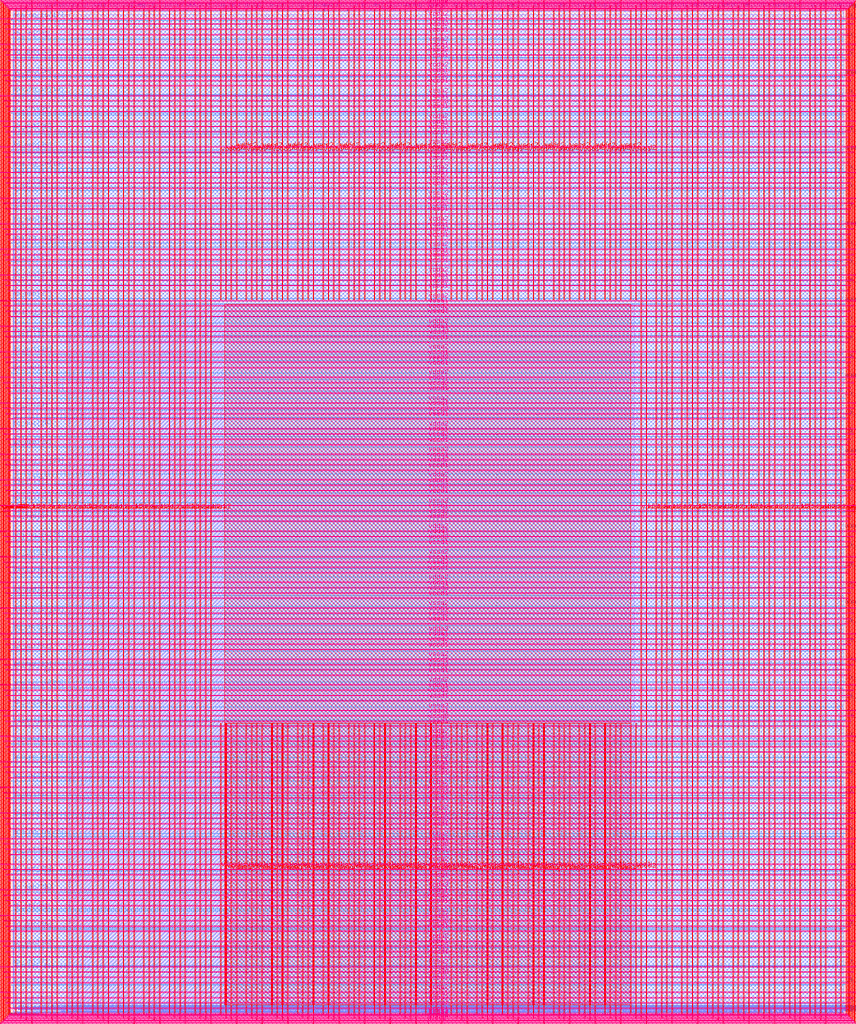
<source format=lef>
VERSION 5.7 ;
  NOWIREEXTENSIONATPIN ON ;
  DIVIDERCHAR "/" ;
  BUSBITCHARS "[]" ;
MACRO user_project_wrapper
  CLASS BLOCK ;
  FOREIGN user_project_wrapper ;
  ORIGIN 0.000 0.000 ;
  SIZE 2920.000 BY 3520.000 ;
  PIN analog_io[0]
    DIRECTION INOUT ;
    USE SIGNAL ;
    PORT
      LAYER met3 ;
        RECT 2917.600 1426.380 2924.800 1427.580 ;
    END
  END analog_io[0]
  PIN analog_io[10]
    DIRECTION INOUT ;
    USE SIGNAL ;
    PORT
      LAYER met2 ;
        RECT 2230.490 3517.600 2231.050 3524.800 ;
    END
  END analog_io[10]
  PIN analog_io[11]
    DIRECTION INOUT ;
    USE SIGNAL ;
    PORT
      LAYER met2 ;
        RECT 1905.730 3517.600 1906.290 3524.800 ;
    END
  END analog_io[11]
  PIN analog_io[12]
    DIRECTION INOUT ;
    USE SIGNAL ;
    PORT
      LAYER met2 ;
        RECT 1581.430 3517.600 1581.990 3524.800 ;
    END
  END analog_io[12]
  PIN analog_io[13]
    DIRECTION INOUT ;
    USE SIGNAL ;
    PORT
      LAYER met2 ;
        RECT 1257.130 3517.600 1257.690 3524.800 ;
    END
  END analog_io[13]
  PIN analog_io[14]
    DIRECTION INOUT ;
    USE SIGNAL ;
    PORT
      LAYER met2 ;
        RECT 932.370 3517.600 932.930 3524.800 ;
    END
  END analog_io[14]
  PIN analog_io[15]
    DIRECTION INOUT ;
    USE SIGNAL ;
    PORT
      LAYER met2 ;
        RECT 608.070 3517.600 608.630 3524.800 ;
    END
  END analog_io[15]
  PIN analog_io[16]
    DIRECTION INOUT ;
    USE SIGNAL ;
    PORT
      LAYER met2 ;
        RECT 283.770 3517.600 284.330 3524.800 ;
    END
  END analog_io[16]
  PIN analog_io[17]
    DIRECTION INOUT ;
    USE SIGNAL ;
    PORT
      LAYER met3 ;
        RECT -4.800 3486.100 2.400 3487.300 ;
    END
  END analog_io[17]
  PIN analog_io[18]
    DIRECTION INOUT ;
    USE SIGNAL ;
    PORT
      LAYER met3 ;
        RECT -4.800 3224.980 2.400 3226.180 ;
    END
  END analog_io[18]
  PIN analog_io[19]
    DIRECTION INOUT ;
    USE SIGNAL ;
    PORT
      LAYER met3 ;
        RECT -4.800 2964.540 2.400 2965.740 ;
    END
  END analog_io[19]
  PIN analog_io[1]
    DIRECTION INOUT ;
    USE SIGNAL ;
    PORT
      LAYER met3 ;
        RECT 2917.600 1692.260 2924.800 1693.460 ;
    END
  END analog_io[1]
  PIN analog_io[20]
    DIRECTION INOUT ;
    USE SIGNAL ;
    PORT
      LAYER met3 ;
        RECT -4.800 2703.420 2.400 2704.620 ;
    END
  END analog_io[20]
  PIN analog_io[21]
    DIRECTION INOUT ;
    USE SIGNAL ;
    PORT
      LAYER met3 ;
        RECT -4.800 2442.980 2.400 2444.180 ;
    END
  END analog_io[21]
  PIN analog_io[22]
    DIRECTION INOUT ;
    USE SIGNAL ;
    PORT
      LAYER met3 ;
        RECT -4.800 2182.540 2.400 2183.740 ;
    END
  END analog_io[22]
  PIN analog_io[23]
    DIRECTION INOUT ;
    USE SIGNAL ;
    PORT
      LAYER met3 ;
        RECT -4.800 1921.420 2.400 1922.620 ;
    END
  END analog_io[23]
  PIN analog_io[24]
    DIRECTION INOUT ;
    USE SIGNAL ;
    PORT
      LAYER met3 ;
        RECT -4.800 1660.980 2.400 1662.180 ;
    END
  END analog_io[24]
  PIN analog_io[25]
    DIRECTION INOUT ;
    USE SIGNAL ;
    PORT
      LAYER met3 ;
        RECT -4.800 1399.860 2.400 1401.060 ;
    END
  END analog_io[25]
  PIN analog_io[26]
    DIRECTION INOUT ;
    USE SIGNAL ;
    PORT
      LAYER met3 ;
        RECT -4.800 1139.420 2.400 1140.620 ;
    END
  END analog_io[26]
  PIN analog_io[27]
    DIRECTION INOUT ;
    USE SIGNAL ;
    PORT
      LAYER met3 ;
        RECT -4.800 878.980 2.400 880.180 ;
    END
  END analog_io[27]
  PIN analog_io[28]
    DIRECTION INOUT ;
    USE SIGNAL ;
    PORT
      LAYER met3 ;
        RECT -4.800 617.860 2.400 619.060 ;
    END
  END analog_io[28]
  PIN analog_io[2]
    DIRECTION INOUT ;
    USE SIGNAL ;
    PORT
      LAYER met3 ;
        RECT 2917.600 1958.140 2924.800 1959.340 ;
    END
  END analog_io[2]
  PIN analog_io[3]
    DIRECTION INOUT ;
    USE SIGNAL ;
    PORT
      LAYER met3 ;
        RECT 2917.600 2223.340 2924.800 2224.540 ;
    END
  END analog_io[3]
  PIN analog_io[4]
    DIRECTION INOUT ;
    USE SIGNAL ;
    PORT
      LAYER met3 ;
        RECT 2917.600 2489.220 2924.800 2490.420 ;
    END
  END analog_io[4]
  PIN analog_io[5]
    DIRECTION INOUT ;
    USE SIGNAL ;
    PORT
      LAYER met3 ;
        RECT 2917.600 2755.100 2924.800 2756.300 ;
    END
  END analog_io[5]
  PIN analog_io[6]
    DIRECTION INOUT ;
    USE SIGNAL ;
    PORT
      LAYER met3 ;
        RECT 2917.600 3020.300 2924.800 3021.500 ;
    END
  END analog_io[6]
  PIN analog_io[7]
    DIRECTION INOUT ;
    USE SIGNAL ;
    PORT
      LAYER met3 ;
        RECT 2917.600 3286.180 2924.800 3287.380 ;
    END
  END analog_io[7]
  PIN analog_io[8]
    DIRECTION INOUT ;
    USE SIGNAL ;
    PORT
      LAYER met2 ;
        RECT 2879.090 3517.600 2879.650 3524.800 ;
    END
  END analog_io[8]
  PIN analog_io[9]
    DIRECTION INOUT ;
    USE SIGNAL ;
    PORT
      LAYER met2 ;
        RECT 2554.790 3517.600 2555.350 3524.800 ;
    END
  END analog_io[9]
  PIN io_in[0]
    DIRECTION INPUT ;
    USE SIGNAL ;
    PORT
      LAYER met3 ;
        RECT 2917.600 32.380 2924.800 33.580 ;
    END
  END io_in[0]
  PIN io_in[10]
    DIRECTION INPUT ;
    USE SIGNAL ;
    PORT
      LAYER met3 ;
        RECT 2917.600 2289.980 2924.800 2291.180 ;
    END
  END io_in[10]
  PIN io_in[11]
    DIRECTION INPUT ;
    USE SIGNAL ;
    PORT
      LAYER met3 ;
        RECT 2917.600 2555.860 2924.800 2557.060 ;
    END
  END io_in[11]
  PIN io_in[12]
    DIRECTION INPUT ;
    USE SIGNAL ;
    PORT
      LAYER met3 ;
        RECT 2917.600 2821.060 2924.800 2822.260 ;
    END
  END io_in[12]
  PIN io_in[13]
    DIRECTION INPUT ;
    USE SIGNAL ;
    PORT
      LAYER met3 ;
        RECT 2917.600 3086.940 2924.800 3088.140 ;
    END
  END io_in[13]
  PIN io_in[14]
    DIRECTION INPUT ;
    USE SIGNAL ;
    PORT
      LAYER met3 ;
        RECT 2917.600 3352.820 2924.800 3354.020 ;
    END
  END io_in[14]
  PIN io_in[15]
    DIRECTION INPUT ;
    USE SIGNAL ;
    PORT
      LAYER met2 ;
        RECT 2798.130 3517.600 2798.690 3524.800 ;
    END
  END io_in[15]
  PIN io_in[16]
    DIRECTION INPUT ;
    USE SIGNAL ;
    PORT
      LAYER met2 ;
        RECT 2473.830 3517.600 2474.390 3524.800 ;
    END
  END io_in[16]
  PIN io_in[17]
    DIRECTION INPUT ;
    USE SIGNAL ;
    PORT
      LAYER met2 ;
        RECT 2149.070 3517.600 2149.630 3524.800 ;
    END
  END io_in[17]
  PIN io_in[18]
    DIRECTION INPUT ;
    USE SIGNAL ;
    PORT
      LAYER met2 ;
        RECT 1824.770 3517.600 1825.330 3524.800 ;
    END
  END io_in[18]
  PIN io_in[19]
    DIRECTION INPUT ;
    USE SIGNAL ;
    PORT
      LAYER met2 ;
        RECT 1500.470 3517.600 1501.030 3524.800 ;
    END
  END io_in[19]
  PIN io_in[1]
    DIRECTION INPUT ;
    USE SIGNAL ;
    PORT
      LAYER met3 ;
        RECT 2917.600 230.940 2924.800 232.140 ;
    END
  END io_in[1]
  PIN io_in[20]
    DIRECTION INPUT ;
    USE SIGNAL ;
    PORT
      LAYER met2 ;
        RECT 1175.710 3517.600 1176.270 3524.800 ;
    END
  END io_in[20]
  PIN io_in[21]
    DIRECTION INPUT ;
    USE SIGNAL ;
    PORT
      LAYER met2 ;
        RECT 851.410 3517.600 851.970 3524.800 ;
    END
  END io_in[21]
  PIN io_in[22]
    DIRECTION INPUT ;
    USE SIGNAL ;
    PORT
      LAYER met2 ;
        RECT 527.110 3517.600 527.670 3524.800 ;
    END
  END io_in[22]
  PIN io_in[23]
    DIRECTION INPUT ;
    USE SIGNAL ;
    PORT
      LAYER met2 ;
        RECT 202.350 3517.600 202.910 3524.800 ;
    END
  END io_in[23]
  PIN io_in[24]
    DIRECTION INPUT ;
    USE SIGNAL ;
    PORT
      LAYER met3 ;
        RECT -4.800 3420.820 2.400 3422.020 ;
    END
  END io_in[24]
  PIN io_in[25]
    DIRECTION INPUT ;
    USE SIGNAL ;
    PORT
      LAYER met3 ;
        RECT -4.800 3159.700 2.400 3160.900 ;
    END
  END io_in[25]
  PIN io_in[26]
    DIRECTION INPUT ;
    USE SIGNAL ;
    PORT
      LAYER met3 ;
        RECT -4.800 2899.260 2.400 2900.460 ;
    END
  END io_in[26]
  PIN io_in[27]
    DIRECTION INPUT ;
    USE SIGNAL ;
    PORT
      LAYER met3 ;
        RECT -4.800 2638.820 2.400 2640.020 ;
    END
  END io_in[27]
  PIN io_in[28]
    DIRECTION INPUT ;
    USE SIGNAL ;
    PORT
      LAYER met3 ;
        RECT -4.800 2377.700 2.400 2378.900 ;
    END
  END io_in[28]
  PIN io_in[29]
    DIRECTION INPUT ;
    USE SIGNAL ;
    PORT
      LAYER met3 ;
        RECT -4.800 2117.260 2.400 2118.460 ;
    END
  END io_in[29]
  PIN io_in[2]
    DIRECTION INPUT ;
    USE SIGNAL ;
    PORT
      LAYER met3 ;
        RECT 2917.600 430.180 2924.800 431.380 ;
    END
  END io_in[2]
  PIN io_in[30]
    DIRECTION INPUT ;
    USE SIGNAL ;
    PORT
      LAYER met3 ;
        RECT -4.800 1856.140 2.400 1857.340 ;
    END
  END io_in[30]
  PIN io_in[31]
    DIRECTION INPUT ;
    USE SIGNAL ;
    PORT
      LAYER met3 ;
        RECT -4.800 1595.700 2.400 1596.900 ;
    END
  END io_in[31]
  PIN io_in[32]
    DIRECTION INPUT ;
    USE SIGNAL ;
    PORT
      LAYER met3 ;
        RECT -4.800 1335.260 2.400 1336.460 ;
    END
  END io_in[32]
  PIN io_in[33]
    DIRECTION INPUT ;
    USE SIGNAL ;
    PORT
      LAYER met3 ;
        RECT -4.800 1074.140 2.400 1075.340 ;
    END
  END io_in[33]
  PIN io_in[34]
    DIRECTION INPUT ;
    USE SIGNAL ;
    PORT
      LAYER met3 ;
        RECT -4.800 813.700 2.400 814.900 ;
    END
  END io_in[34]
  PIN io_in[35]
    DIRECTION INPUT ;
    USE SIGNAL ;
    PORT
      LAYER met3 ;
        RECT -4.800 552.580 2.400 553.780 ;
    END
  END io_in[35]
  PIN io_in[36]
    DIRECTION INPUT ;
    USE SIGNAL ;
    PORT
      LAYER met3 ;
        RECT -4.800 357.420 2.400 358.620 ;
    END
  END io_in[36]
  PIN io_in[37]
    DIRECTION INPUT ;
    USE SIGNAL ;
    PORT
      LAYER met3 ;
        RECT -4.800 161.580 2.400 162.780 ;
    END
  END io_in[37]
  PIN io_in[3]
    DIRECTION INPUT ;
    USE SIGNAL ;
    PORT
      LAYER met3 ;
        RECT 2917.600 629.420 2924.800 630.620 ;
    END
  END io_in[3]
  PIN io_in[4]
    DIRECTION INPUT ;
    USE SIGNAL ;
    PORT
      LAYER met3 ;
        RECT 2917.600 828.660 2924.800 829.860 ;
    END
  END io_in[4]
  PIN io_in[5]
    DIRECTION INPUT ;
    USE SIGNAL ;
    PORT
      LAYER met3 ;
        RECT 2917.600 1027.900 2924.800 1029.100 ;
    END
  END io_in[5]
  PIN io_in[6]
    DIRECTION INPUT ;
    USE SIGNAL ;
    PORT
      LAYER met3 ;
        RECT 2917.600 1227.140 2924.800 1228.340 ;
    END
  END io_in[6]
  PIN io_in[7]
    DIRECTION INPUT ;
    USE SIGNAL ;
    PORT
      LAYER met3 ;
        RECT 2917.600 1493.020 2924.800 1494.220 ;
    END
  END io_in[7]
  PIN io_in[8]
    DIRECTION INPUT ;
    USE SIGNAL ;
    PORT
      LAYER met3 ;
        RECT 2917.600 1758.900 2924.800 1760.100 ;
    END
  END io_in[8]
  PIN io_in[9]
    DIRECTION INPUT ;
    USE SIGNAL ;
    PORT
      LAYER met3 ;
        RECT 2917.600 2024.100 2924.800 2025.300 ;
    END
  END io_in[9]
  PIN io_oeb[0]
    DIRECTION OUTPUT TRISTATE ;
    USE SIGNAL ;
    PORT
      LAYER met3 ;
        RECT 2917.600 164.980 2924.800 166.180 ;
    END
  END io_oeb[0]
  PIN io_oeb[10]
    DIRECTION OUTPUT TRISTATE ;
    USE SIGNAL ;
    PORT
      LAYER met3 ;
        RECT 2917.600 2422.580 2924.800 2423.780 ;
    END
  END io_oeb[10]
  PIN io_oeb[11]
    DIRECTION OUTPUT TRISTATE ;
    USE SIGNAL ;
    PORT
      LAYER met3 ;
        RECT 2917.600 2688.460 2924.800 2689.660 ;
    END
  END io_oeb[11]
  PIN io_oeb[12]
    DIRECTION OUTPUT TRISTATE ;
    USE SIGNAL ;
    PORT
      LAYER met3 ;
        RECT 2917.600 2954.340 2924.800 2955.540 ;
    END
  END io_oeb[12]
  PIN io_oeb[13]
    DIRECTION OUTPUT TRISTATE ;
    USE SIGNAL ;
    PORT
      LAYER met3 ;
        RECT 2917.600 3219.540 2924.800 3220.740 ;
    END
  END io_oeb[13]
  PIN io_oeb[14]
    DIRECTION OUTPUT TRISTATE ;
    USE SIGNAL ;
    PORT
      LAYER met3 ;
        RECT 2917.600 3485.420 2924.800 3486.620 ;
    END
  END io_oeb[14]
  PIN io_oeb[15]
    DIRECTION OUTPUT TRISTATE ;
    USE SIGNAL ;
    PORT
      LAYER met2 ;
        RECT 2635.750 3517.600 2636.310 3524.800 ;
    END
  END io_oeb[15]
  PIN io_oeb[16]
    DIRECTION OUTPUT TRISTATE ;
    USE SIGNAL ;
    PORT
      LAYER met2 ;
        RECT 2311.450 3517.600 2312.010 3524.800 ;
    END
  END io_oeb[16]
  PIN io_oeb[17]
    DIRECTION OUTPUT TRISTATE ;
    USE SIGNAL ;
    PORT
      LAYER met2 ;
        RECT 1987.150 3517.600 1987.710 3524.800 ;
    END
  END io_oeb[17]
  PIN io_oeb[18]
    DIRECTION OUTPUT TRISTATE ;
    USE SIGNAL ;
    PORT
      LAYER met2 ;
        RECT 1662.390 3517.600 1662.950 3524.800 ;
    END
  END io_oeb[18]
  PIN io_oeb[19]
    DIRECTION OUTPUT TRISTATE ;
    USE SIGNAL ;
    PORT
      LAYER met2 ;
        RECT 1338.090 3517.600 1338.650 3524.800 ;
    END
  END io_oeb[19]
  PIN io_oeb[1]
    DIRECTION OUTPUT TRISTATE ;
    USE SIGNAL ;
    PORT
      LAYER met3 ;
        RECT 2917.600 364.220 2924.800 365.420 ;
    END
  END io_oeb[1]
  PIN io_oeb[20]
    DIRECTION OUTPUT TRISTATE ;
    USE SIGNAL ;
    PORT
      LAYER met2 ;
        RECT 1013.790 3517.600 1014.350 3524.800 ;
    END
  END io_oeb[20]
  PIN io_oeb[21]
    DIRECTION OUTPUT TRISTATE ;
    USE SIGNAL ;
    PORT
      LAYER met2 ;
        RECT 689.030 3517.600 689.590 3524.800 ;
    END
  END io_oeb[21]
  PIN io_oeb[22]
    DIRECTION OUTPUT TRISTATE ;
    USE SIGNAL ;
    PORT
      LAYER met2 ;
        RECT 364.730 3517.600 365.290 3524.800 ;
    END
  END io_oeb[22]
  PIN io_oeb[23]
    DIRECTION OUTPUT TRISTATE ;
    USE SIGNAL ;
    PORT
      LAYER met2 ;
        RECT 40.430 3517.600 40.990 3524.800 ;
    END
  END io_oeb[23]
  PIN io_oeb[24]
    DIRECTION OUTPUT TRISTATE ;
    USE SIGNAL ;
    PORT
      LAYER met3 ;
        RECT -4.800 3290.260 2.400 3291.460 ;
    END
  END io_oeb[24]
  PIN io_oeb[25]
    DIRECTION OUTPUT TRISTATE ;
    USE SIGNAL ;
    PORT
      LAYER met3 ;
        RECT -4.800 3029.820 2.400 3031.020 ;
    END
  END io_oeb[25]
  PIN io_oeb[26]
    DIRECTION OUTPUT TRISTATE ;
    USE SIGNAL ;
    PORT
      LAYER met3 ;
        RECT -4.800 2768.700 2.400 2769.900 ;
    END
  END io_oeb[26]
  PIN io_oeb[27]
    DIRECTION OUTPUT TRISTATE ;
    USE SIGNAL ;
    PORT
      LAYER met3 ;
        RECT -4.800 2508.260 2.400 2509.460 ;
    END
  END io_oeb[27]
  PIN io_oeb[28]
    DIRECTION OUTPUT TRISTATE ;
    USE SIGNAL ;
    PORT
      LAYER met3 ;
        RECT -4.800 2247.140 2.400 2248.340 ;
    END
  END io_oeb[28]
  PIN io_oeb[29]
    DIRECTION OUTPUT TRISTATE ;
    USE SIGNAL ;
    PORT
      LAYER met3 ;
        RECT -4.800 1986.700 2.400 1987.900 ;
    END
  END io_oeb[29]
  PIN io_oeb[2]
    DIRECTION OUTPUT TRISTATE ;
    USE SIGNAL ;
    PORT
      LAYER met3 ;
        RECT 2917.600 563.460 2924.800 564.660 ;
    END
  END io_oeb[2]
  PIN io_oeb[30]
    DIRECTION OUTPUT TRISTATE ;
    USE SIGNAL ;
    PORT
      LAYER met3 ;
        RECT -4.800 1726.260 2.400 1727.460 ;
    END
  END io_oeb[30]
  PIN io_oeb[31]
    DIRECTION OUTPUT TRISTATE ;
    USE SIGNAL ;
    PORT
      LAYER met3 ;
        RECT -4.800 1465.140 2.400 1466.340 ;
    END
  END io_oeb[31]
  PIN io_oeb[32]
    DIRECTION OUTPUT TRISTATE ;
    USE SIGNAL ;
    PORT
      LAYER met3 ;
        RECT -4.800 1204.700 2.400 1205.900 ;
    END
  END io_oeb[32]
  PIN io_oeb[33]
    DIRECTION OUTPUT TRISTATE ;
    USE SIGNAL ;
    PORT
      LAYER met3 ;
        RECT -4.800 943.580 2.400 944.780 ;
    END
  END io_oeb[33]
  PIN io_oeb[34]
    DIRECTION OUTPUT TRISTATE ;
    USE SIGNAL ;
    PORT
      LAYER met3 ;
        RECT -4.800 683.140 2.400 684.340 ;
    END
  END io_oeb[34]
  PIN io_oeb[35]
    DIRECTION OUTPUT TRISTATE ;
    USE SIGNAL ;
    PORT
      LAYER met3 ;
        RECT -4.800 422.700 2.400 423.900 ;
    END
  END io_oeb[35]
  PIN io_oeb[36]
    DIRECTION OUTPUT TRISTATE ;
    USE SIGNAL ;
    PORT
      LAYER met3 ;
        RECT -4.800 226.860 2.400 228.060 ;
    END
  END io_oeb[36]
  PIN io_oeb[37]
    DIRECTION OUTPUT TRISTATE ;
    USE SIGNAL ;
    PORT
      LAYER met3 ;
        RECT -4.800 31.700 2.400 32.900 ;
    END
  END io_oeb[37]
  PIN io_oeb[3]
    DIRECTION OUTPUT TRISTATE ;
    USE SIGNAL ;
    PORT
      LAYER met3 ;
        RECT 2917.600 762.700 2924.800 763.900 ;
    END
  END io_oeb[3]
  PIN io_oeb[4]
    DIRECTION OUTPUT TRISTATE ;
    USE SIGNAL ;
    PORT
      LAYER met3 ;
        RECT 2917.600 961.940 2924.800 963.140 ;
    END
  END io_oeb[4]
  PIN io_oeb[5]
    DIRECTION OUTPUT TRISTATE ;
    USE SIGNAL ;
    PORT
      LAYER met3 ;
        RECT 2917.600 1161.180 2924.800 1162.380 ;
    END
  END io_oeb[5]
  PIN io_oeb[6]
    DIRECTION OUTPUT TRISTATE ;
    USE SIGNAL ;
    PORT
      LAYER met3 ;
        RECT 2917.600 1360.420 2924.800 1361.620 ;
    END
  END io_oeb[6]
  PIN io_oeb[7]
    DIRECTION OUTPUT TRISTATE ;
    USE SIGNAL ;
    PORT
      LAYER met3 ;
        RECT 2917.600 1625.620 2924.800 1626.820 ;
    END
  END io_oeb[7]
  PIN io_oeb[8]
    DIRECTION OUTPUT TRISTATE ;
    USE SIGNAL ;
    PORT
      LAYER met3 ;
        RECT 2917.600 1891.500 2924.800 1892.700 ;
    END
  END io_oeb[8]
  PIN io_oeb[9]
    DIRECTION OUTPUT TRISTATE ;
    USE SIGNAL ;
    PORT
      LAYER met3 ;
        RECT 2917.600 2157.380 2924.800 2158.580 ;
    END
  END io_oeb[9]
  PIN io_out[0]
    DIRECTION OUTPUT TRISTATE ;
    USE SIGNAL ;
    PORT
      LAYER met3 ;
        RECT 2917.600 98.340 2924.800 99.540 ;
    END
  END io_out[0]
  PIN io_out[10]
    DIRECTION OUTPUT TRISTATE ;
    USE SIGNAL ;
    PORT
      LAYER met3 ;
        RECT 2917.600 2356.620 2924.800 2357.820 ;
    END
  END io_out[10]
  PIN io_out[11]
    DIRECTION OUTPUT TRISTATE ;
    USE SIGNAL ;
    PORT
      LAYER met3 ;
        RECT 2917.600 2621.820 2924.800 2623.020 ;
    END
  END io_out[11]
  PIN io_out[12]
    DIRECTION OUTPUT TRISTATE ;
    USE SIGNAL ;
    PORT
      LAYER met3 ;
        RECT 2917.600 2887.700 2924.800 2888.900 ;
    END
  END io_out[12]
  PIN io_out[13]
    DIRECTION OUTPUT TRISTATE ;
    USE SIGNAL ;
    PORT
      LAYER met3 ;
        RECT 2917.600 3153.580 2924.800 3154.780 ;
    END
  END io_out[13]
  PIN io_out[14]
    DIRECTION OUTPUT TRISTATE ;
    USE SIGNAL ;
    PORT
      LAYER met3 ;
        RECT 2917.600 3418.780 2924.800 3419.980 ;
    END
  END io_out[14]
  PIN io_out[15]
    DIRECTION OUTPUT TRISTATE ;
    USE SIGNAL ;
    PORT
      LAYER met2 ;
        RECT 2717.170 3517.600 2717.730 3524.800 ;
    END
  END io_out[15]
  PIN io_out[16]
    DIRECTION OUTPUT TRISTATE ;
    USE SIGNAL ;
    PORT
      LAYER met2 ;
        RECT 2392.410 3517.600 2392.970 3524.800 ;
    END
  END io_out[16]
  PIN io_out[17]
    DIRECTION OUTPUT TRISTATE ;
    USE SIGNAL ;
    PORT
      LAYER met2 ;
        RECT 2068.110 3517.600 2068.670 3524.800 ;
    END
  END io_out[17]
  PIN io_out[18]
    DIRECTION OUTPUT TRISTATE ;
    USE SIGNAL ;
    PORT
      LAYER met2 ;
        RECT 1743.810 3517.600 1744.370 3524.800 ;
    END
  END io_out[18]
  PIN io_out[19]
    DIRECTION OUTPUT TRISTATE ;
    USE SIGNAL ;
    PORT
      LAYER met2 ;
        RECT 1419.050 3517.600 1419.610 3524.800 ;
    END
  END io_out[19]
  PIN io_out[1]
    DIRECTION OUTPUT TRISTATE ;
    USE SIGNAL ;
    PORT
      LAYER met3 ;
        RECT 2917.600 297.580 2924.800 298.780 ;
    END
  END io_out[1]
  PIN io_out[20]
    DIRECTION OUTPUT TRISTATE ;
    USE SIGNAL ;
    PORT
      LAYER met2 ;
        RECT 1094.750 3517.600 1095.310 3524.800 ;
    END
  END io_out[20]
  PIN io_out[21]
    DIRECTION OUTPUT TRISTATE ;
    USE SIGNAL ;
    PORT
      LAYER met2 ;
        RECT 770.450 3517.600 771.010 3524.800 ;
    END
  END io_out[21]
  PIN io_out[22]
    DIRECTION OUTPUT TRISTATE ;
    USE SIGNAL ;
    PORT
      LAYER met2 ;
        RECT 445.690 3517.600 446.250 3524.800 ;
    END
  END io_out[22]
  PIN io_out[23]
    DIRECTION OUTPUT TRISTATE ;
    USE SIGNAL ;
    PORT
      LAYER met2 ;
        RECT 121.390 3517.600 121.950 3524.800 ;
    END
  END io_out[23]
  PIN io_out[24]
    DIRECTION OUTPUT TRISTATE ;
    USE SIGNAL ;
    PORT
      LAYER met3 ;
        RECT -4.800 3355.540 2.400 3356.740 ;
    END
  END io_out[24]
  PIN io_out[25]
    DIRECTION OUTPUT TRISTATE ;
    USE SIGNAL ;
    PORT
      LAYER met3 ;
        RECT -4.800 3095.100 2.400 3096.300 ;
    END
  END io_out[25]
  PIN io_out[26]
    DIRECTION OUTPUT TRISTATE ;
    USE SIGNAL ;
    PORT
      LAYER met3 ;
        RECT -4.800 2833.980 2.400 2835.180 ;
    END
  END io_out[26]
  PIN io_out[27]
    DIRECTION OUTPUT TRISTATE ;
    USE SIGNAL ;
    PORT
      LAYER met3 ;
        RECT -4.800 2573.540 2.400 2574.740 ;
    END
  END io_out[27]
  PIN io_out[28]
    DIRECTION OUTPUT TRISTATE ;
    USE SIGNAL ;
    PORT
      LAYER met3 ;
        RECT -4.800 2312.420 2.400 2313.620 ;
    END
  END io_out[28]
  PIN io_out[29]
    DIRECTION OUTPUT TRISTATE ;
    USE SIGNAL ;
    PORT
      LAYER met3 ;
        RECT -4.800 2051.980 2.400 2053.180 ;
    END
  END io_out[29]
  PIN io_out[2]
    DIRECTION OUTPUT TRISTATE ;
    USE SIGNAL ;
    PORT
      LAYER met3 ;
        RECT 2917.600 496.820 2924.800 498.020 ;
    END
  END io_out[2]
  PIN io_out[30]
    DIRECTION OUTPUT TRISTATE ;
    USE SIGNAL ;
    PORT
      LAYER met3 ;
        RECT -4.800 1791.540 2.400 1792.740 ;
    END
  END io_out[30]
  PIN io_out[31]
    DIRECTION OUTPUT TRISTATE ;
    USE SIGNAL ;
    PORT
      LAYER met3 ;
        RECT -4.800 1530.420 2.400 1531.620 ;
    END
  END io_out[31]
  PIN io_out[32]
    DIRECTION OUTPUT TRISTATE ;
    USE SIGNAL ;
    PORT
      LAYER met3 ;
        RECT -4.800 1269.980 2.400 1271.180 ;
    END
  END io_out[32]
  PIN io_out[33]
    DIRECTION OUTPUT TRISTATE ;
    USE SIGNAL ;
    PORT
      LAYER met3 ;
        RECT -4.800 1008.860 2.400 1010.060 ;
    END
  END io_out[33]
  PIN io_out[34]
    DIRECTION OUTPUT TRISTATE ;
    USE SIGNAL ;
    PORT
      LAYER met3 ;
        RECT -4.800 748.420 2.400 749.620 ;
    END
  END io_out[34]
  PIN io_out[35]
    DIRECTION OUTPUT TRISTATE ;
    USE SIGNAL ;
    PORT
      LAYER met3 ;
        RECT -4.800 487.300 2.400 488.500 ;
    END
  END io_out[35]
  PIN io_out[36]
    DIRECTION OUTPUT TRISTATE ;
    USE SIGNAL ;
    PORT
      LAYER met3 ;
        RECT -4.800 292.140 2.400 293.340 ;
    END
  END io_out[36]
  PIN io_out[37]
    DIRECTION OUTPUT TRISTATE ;
    USE SIGNAL ;
    PORT
      LAYER met3 ;
        RECT -4.800 96.300 2.400 97.500 ;
    END
  END io_out[37]
  PIN io_out[3]
    DIRECTION OUTPUT TRISTATE ;
    USE SIGNAL ;
    PORT
      LAYER met3 ;
        RECT 2917.600 696.060 2924.800 697.260 ;
    END
  END io_out[3]
  PIN io_out[4]
    DIRECTION OUTPUT TRISTATE ;
    USE SIGNAL ;
    PORT
      LAYER met3 ;
        RECT 2917.600 895.300 2924.800 896.500 ;
    END
  END io_out[4]
  PIN io_out[5]
    DIRECTION OUTPUT TRISTATE ;
    USE SIGNAL ;
    PORT
      LAYER met3 ;
        RECT 2917.600 1094.540 2924.800 1095.740 ;
    END
  END io_out[5]
  PIN io_out[6]
    DIRECTION OUTPUT TRISTATE ;
    USE SIGNAL ;
    PORT
      LAYER met3 ;
        RECT 2917.600 1293.780 2924.800 1294.980 ;
    END
  END io_out[6]
  PIN io_out[7]
    DIRECTION OUTPUT TRISTATE ;
    USE SIGNAL ;
    PORT
      LAYER met3 ;
        RECT 2917.600 1559.660 2924.800 1560.860 ;
    END
  END io_out[7]
  PIN io_out[8]
    DIRECTION OUTPUT TRISTATE ;
    USE SIGNAL ;
    PORT
      LAYER met3 ;
        RECT 2917.600 1824.860 2924.800 1826.060 ;
    END
  END io_out[8]
  PIN io_out[9]
    DIRECTION OUTPUT TRISTATE ;
    USE SIGNAL ;
    PORT
      LAYER met3 ;
        RECT 2917.600 2090.740 2924.800 2091.940 ;
    END
  END io_out[9]
  PIN la_data_in[0]
    DIRECTION INPUT ;
    USE SIGNAL ;
    PORT
      LAYER met2 ;
        RECT 629.230 -4.800 629.790 2.400 ;
    END
  END la_data_in[0]
  PIN la_data_in[100]
    DIRECTION INPUT ;
    USE SIGNAL ;
    PORT
      LAYER met2 ;
        RECT 2402.530 -4.800 2403.090 2.400 ;
    END
  END la_data_in[100]
  PIN la_data_in[101]
    DIRECTION INPUT ;
    USE SIGNAL ;
    PORT
      LAYER met2 ;
        RECT 2420.010 -4.800 2420.570 2.400 ;
    END
  END la_data_in[101]
  PIN la_data_in[102]
    DIRECTION INPUT ;
    USE SIGNAL ;
    PORT
      LAYER met2 ;
        RECT 2437.950 -4.800 2438.510 2.400 ;
    END
  END la_data_in[102]
  PIN la_data_in[103]
    DIRECTION INPUT ;
    USE SIGNAL ;
    PORT
      LAYER met2 ;
        RECT 2455.430 -4.800 2455.990 2.400 ;
    END
  END la_data_in[103]
  PIN la_data_in[104]
    DIRECTION INPUT ;
    USE SIGNAL ;
    PORT
      LAYER met2 ;
        RECT 2473.370 -4.800 2473.930 2.400 ;
    END
  END la_data_in[104]
  PIN la_data_in[105]
    DIRECTION INPUT ;
    USE SIGNAL ;
    PORT
      LAYER met2 ;
        RECT 2490.850 -4.800 2491.410 2.400 ;
    END
  END la_data_in[105]
  PIN la_data_in[106]
    DIRECTION INPUT ;
    USE SIGNAL ;
    PORT
      LAYER met2 ;
        RECT 2508.790 -4.800 2509.350 2.400 ;
    END
  END la_data_in[106]
  PIN la_data_in[107]
    DIRECTION INPUT ;
    USE SIGNAL ;
    PORT
      LAYER met2 ;
        RECT 2526.730 -4.800 2527.290 2.400 ;
    END
  END la_data_in[107]
  PIN la_data_in[108]
    DIRECTION INPUT ;
    USE SIGNAL ;
    PORT
      LAYER met2 ;
        RECT 2544.210 -4.800 2544.770 2.400 ;
    END
  END la_data_in[108]
  PIN la_data_in[109]
    DIRECTION INPUT ;
    USE SIGNAL ;
    PORT
      LAYER met2 ;
        RECT 2562.150 -4.800 2562.710 2.400 ;
    END
  END la_data_in[109]
  PIN la_data_in[10]
    DIRECTION INPUT ;
    USE SIGNAL ;
    PORT
      LAYER met2 ;
        RECT 806.330 -4.800 806.890 2.400 ;
    END
  END la_data_in[10]
  PIN la_data_in[110]
    DIRECTION INPUT ;
    USE SIGNAL ;
    PORT
      LAYER met2 ;
        RECT 2579.630 -4.800 2580.190 2.400 ;
    END
  END la_data_in[110]
  PIN la_data_in[111]
    DIRECTION INPUT ;
    USE SIGNAL ;
    PORT
      LAYER met2 ;
        RECT 2597.570 -4.800 2598.130 2.400 ;
    END
  END la_data_in[111]
  PIN la_data_in[112]
    DIRECTION INPUT ;
    USE SIGNAL ;
    PORT
      LAYER met2 ;
        RECT 2615.050 -4.800 2615.610 2.400 ;
    END
  END la_data_in[112]
  PIN la_data_in[113]
    DIRECTION INPUT ;
    USE SIGNAL ;
    PORT
      LAYER met2 ;
        RECT 2632.990 -4.800 2633.550 2.400 ;
    END
  END la_data_in[113]
  PIN la_data_in[114]
    DIRECTION INPUT ;
    USE SIGNAL ;
    PORT
      LAYER met2 ;
        RECT 2650.470 -4.800 2651.030 2.400 ;
    END
  END la_data_in[114]
  PIN la_data_in[115]
    DIRECTION INPUT ;
    USE SIGNAL ;
    PORT
      LAYER met2 ;
        RECT 2668.410 -4.800 2668.970 2.400 ;
    END
  END la_data_in[115]
  PIN la_data_in[116]
    DIRECTION INPUT ;
    USE SIGNAL ;
    PORT
      LAYER met2 ;
        RECT 2685.890 -4.800 2686.450 2.400 ;
    END
  END la_data_in[116]
  PIN la_data_in[117]
    DIRECTION INPUT ;
    USE SIGNAL ;
    PORT
      LAYER met2 ;
        RECT 2703.830 -4.800 2704.390 2.400 ;
    END
  END la_data_in[117]
  PIN la_data_in[118]
    DIRECTION INPUT ;
    USE SIGNAL ;
    PORT
      LAYER met2 ;
        RECT 2721.770 -4.800 2722.330 2.400 ;
    END
  END la_data_in[118]
  PIN la_data_in[119]
    DIRECTION INPUT ;
    USE SIGNAL ;
    PORT
      LAYER met2 ;
        RECT 2739.250 -4.800 2739.810 2.400 ;
    END
  END la_data_in[119]
  PIN la_data_in[11]
    DIRECTION INPUT ;
    USE SIGNAL ;
    PORT
      LAYER met2 ;
        RECT 824.270 -4.800 824.830 2.400 ;
    END
  END la_data_in[11]
  PIN la_data_in[120]
    DIRECTION INPUT ;
    USE SIGNAL ;
    PORT
      LAYER met2 ;
        RECT 2757.190 -4.800 2757.750 2.400 ;
    END
  END la_data_in[120]
  PIN la_data_in[121]
    DIRECTION INPUT ;
    USE SIGNAL ;
    PORT
      LAYER met2 ;
        RECT 2774.670 -4.800 2775.230 2.400 ;
    END
  END la_data_in[121]
  PIN la_data_in[122]
    DIRECTION INPUT ;
    USE SIGNAL ;
    PORT
      LAYER met2 ;
        RECT 2792.610 -4.800 2793.170 2.400 ;
    END
  END la_data_in[122]
  PIN la_data_in[123]
    DIRECTION INPUT ;
    USE SIGNAL ;
    PORT
      LAYER met2 ;
        RECT 2810.090 -4.800 2810.650 2.400 ;
    END
  END la_data_in[123]
  PIN la_data_in[124]
    DIRECTION INPUT ;
    USE SIGNAL ;
    PORT
      LAYER met2 ;
        RECT 2828.030 -4.800 2828.590 2.400 ;
    END
  END la_data_in[124]
  PIN la_data_in[125]
    DIRECTION INPUT ;
    USE SIGNAL ;
    PORT
      LAYER met2 ;
        RECT 2845.510 -4.800 2846.070 2.400 ;
    END
  END la_data_in[125]
  PIN la_data_in[126]
    DIRECTION INPUT ;
    USE SIGNAL ;
    PORT
      LAYER met2 ;
        RECT 2863.450 -4.800 2864.010 2.400 ;
    END
  END la_data_in[126]
  PIN la_data_in[127]
    DIRECTION INPUT ;
    USE SIGNAL ;
    PORT
      LAYER met2 ;
        RECT 2881.390 -4.800 2881.950 2.400 ;
    END
  END la_data_in[127]
  PIN la_data_in[12]
    DIRECTION INPUT ;
    USE SIGNAL ;
    PORT
      LAYER met2 ;
        RECT 841.750 -4.800 842.310 2.400 ;
    END
  END la_data_in[12]
  PIN la_data_in[13]
    DIRECTION INPUT ;
    USE SIGNAL ;
    PORT
      LAYER met2 ;
        RECT 859.690 -4.800 860.250 2.400 ;
    END
  END la_data_in[13]
  PIN la_data_in[14]
    DIRECTION INPUT ;
    USE SIGNAL ;
    PORT
      LAYER met2 ;
        RECT 877.170 -4.800 877.730 2.400 ;
    END
  END la_data_in[14]
  PIN la_data_in[15]
    DIRECTION INPUT ;
    USE SIGNAL ;
    PORT
      LAYER met2 ;
        RECT 895.110 -4.800 895.670 2.400 ;
    END
  END la_data_in[15]
  PIN la_data_in[16]
    DIRECTION INPUT ;
    USE SIGNAL ;
    PORT
      LAYER met2 ;
        RECT 912.590 -4.800 913.150 2.400 ;
    END
  END la_data_in[16]
  PIN la_data_in[17]
    DIRECTION INPUT ;
    USE SIGNAL ;
    PORT
      LAYER met2 ;
        RECT 930.530 -4.800 931.090 2.400 ;
    END
  END la_data_in[17]
  PIN la_data_in[18]
    DIRECTION INPUT ;
    USE SIGNAL ;
    PORT
      LAYER met2 ;
        RECT 948.470 -4.800 949.030 2.400 ;
    END
  END la_data_in[18]
  PIN la_data_in[19]
    DIRECTION INPUT ;
    USE SIGNAL ;
    PORT
      LAYER met2 ;
        RECT 965.950 -4.800 966.510 2.400 ;
    END
  END la_data_in[19]
  PIN la_data_in[1]
    DIRECTION INPUT ;
    USE SIGNAL ;
    PORT
      LAYER met2 ;
        RECT 646.710 -4.800 647.270 2.400 ;
    END
  END la_data_in[1]
  PIN la_data_in[20]
    DIRECTION INPUT ;
    USE SIGNAL ;
    PORT
      LAYER met2 ;
        RECT 983.890 -4.800 984.450 2.400 ;
    END
  END la_data_in[20]
  PIN la_data_in[21]
    DIRECTION INPUT ;
    USE SIGNAL ;
    PORT
      LAYER met2 ;
        RECT 1001.370 -4.800 1001.930 2.400 ;
    END
  END la_data_in[21]
  PIN la_data_in[22]
    DIRECTION INPUT ;
    USE SIGNAL ;
    PORT
      LAYER met2 ;
        RECT 1019.310 -4.800 1019.870 2.400 ;
    END
  END la_data_in[22]
  PIN la_data_in[23]
    DIRECTION INPUT ;
    USE SIGNAL ;
    PORT
      LAYER met2 ;
        RECT 1036.790 -4.800 1037.350 2.400 ;
    END
  END la_data_in[23]
  PIN la_data_in[24]
    DIRECTION INPUT ;
    USE SIGNAL ;
    PORT
      LAYER met2 ;
        RECT 1054.730 -4.800 1055.290 2.400 ;
    END
  END la_data_in[24]
  PIN la_data_in[25]
    DIRECTION INPUT ;
    USE SIGNAL ;
    PORT
      LAYER met2 ;
        RECT 1072.210 -4.800 1072.770 2.400 ;
    END
  END la_data_in[25]
  PIN la_data_in[26]
    DIRECTION INPUT ;
    USE SIGNAL ;
    PORT
      LAYER met2 ;
        RECT 1090.150 -4.800 1090.710 2.400 ;
    END
  END la_data_in[26]
  PIN la_data_in[27]
    DIRECTION INPUT ;
    USE SIGNAL ;
    PORT
      LAYER met2 ;
        RECT 1107.630 -4.800 1108.190 2.400 ;
    END
  END la_data_in[27]
  PIN la_data_in[28]
    DIRECTION INPUT ;
    USE SIGNAL ;
    PORT
      LAYER met2 ;
        RECT 1125.570 -4.800 1126.130 2.400 ;
    END
  END la_data_in[28]
  PIN la_data_in[29]
    DIRECTION INPUT ;
    USE SIGNAL ;
    PORT
      LAYER met2 ;
        RECT 1143.510 -4.800 1144.070 2.400 ;
    END
  END la_data_in[29]
  PIN la_data_in[2]
    DIRECTION INPUT ;
    USE SIGNAL ;
    PORT
      LAYER met2 ;
        RECT 664.650 -4.800 665.210 2.400 ;
    END
  END la_data_in[2]
  PIN la_data_in[30]
    DIRECTION INPUT ;
    USE SIGNAL ;
    PORT
      LAYER met2 ;
        RECT 1160.990 -4.800 1161.550 2.400 ;
    END
  END la_data_in[30]
  PIN la_data_in[31]
    DIRECTION INPUT ;
    USE SIGNAL ;
    PORT
      LAYER met2 ;
        RECT 1178.930 -4.800 1179.490 2.400 ;
    END
  END la_data_in[31]
  PIN la_data_in[32]
    DIRECTION INPUT ;
    USE SIGNAL ;
    PORT
      LAYER met2 ;
        RECT 1196.410 -4.800 1196.970 2.400 ;
    END
  END la_data_in[32]
  PIN la_data_in[33]
    DIRECTION INPUT ;
    USE SIGNAL ;
    PORT
      LAYER met2 ;
        RECT 1214.350 -4.800 1214.910 2.400 ;
    END
  END la_data_in[33]
  PIN la_data_in[34]
    DIRECTION INPUT ;
    USE SIGNAL ;
    PORT
      LAYER met2 ;
        RECT 1231.830 -4.800 1232.390 2.400 ;
    END
  END la_data_in[34]
  PIN la_data_in[35]
    DIRECTION INPUT ;
    USE SIGNAL ;
    PORT
      LAYER met2 ;
        RECT 1249.770 -4.800 1250.330 2.400 ;
    END
  END la_data_in[35]
  PIN la_data_in[36]
    DIRECTION INPUT ;
    USE SIGNAL ;
    PORT
      LAYER met2 ;
        RECT 1267.250 -4.800 1267.810 2.400 ;
    END
  END la_data_in[36]
  PIN la_data_in[37]
    DIRECTION INPUT ;
    USE SIGNAL ;
    PORT
      LAYER met2 ;
        RECT 1285.190 -4.800 1285.750 2.400 ;
    END
  END la_data_in[37]
  PIN la_data_in[38]
    DIRECTION INPUT ;
    USE SIGNAL ;
    PORT
      LAYER met2 ;
        RECT 1303.130 -4.800 1303.690 2.400 ;
    END
  END la_data_in[38]
  PIN la_data_in[39]
    DIRECTION INPUT ;
    USE SIGNAL ;
    PORT
      LAYER met2 ;
        RECT 1320.610 -4.800 1321.170 2.400 ;
    END
  END la_data_in[39]
  PIN la_data_in[3]
    DIRECTION INPUT ;
    USE SIGNAL ;
    PORT
      LAYER met2 ;
        RECT 682.130 -4.800 682.690 2.400 ;
    END
  END la_data_in[3]
  PIN la_data_in[40]
    DIRECTION INPUT ;
    USE SIGNAL ;
    PORT
      LAYER met2 ;
        RECT 1338.550 -4.800 1339.110 2.400 ;
    END
  END la_data_in[40]
  PIN la_data_in[41]
    DIRECTION INPUT ;
    USE SIGNAL ;
    PORT
      LAYER met2 ;
        RECT 1356.030 -4.800 1356.590 2.400 ;
    END
  END la_data_in[41]
  PIN la_data_in[42]
    DIRECTION INPUT ;
    USE SIGNAL ;
    PORT
      LAYER met2 ;
        RECT 1373.970 -4.800 1374.530 2.400 ;
    END
  END la_data_in[42]
  PIN la_data_in[43]
    DIRECTION INPUT ;
    USE SIGNAL ;
    PORT
      LAYER met2 ;
        RECT 1391.450 -4.800 1392.010 2.400 ;
    END
  END la_data_in[43]
  PIN la_data_in[44]
    DIRECTION INPUT ;
    USE SIGNAL ;
    PORT
      LAYER met2 ;
        RECT 1409.390 -4.800 1409.950 2.400 ;
    END
  END la_data_in[44]
  PIN la_data_in[45]
    DIRECTION INPUT ;
    USE SIGNAL ;
    PORT
      LAYER met2 ;
        RECT 1426.870 -4.800 1427.430 2.400 ;
    END
  END la_data_in[45]
  PIN la_data_in[46]
    DIRECTION INPUT ;
    USE SIGNAL ;
    PORT
      LAYER met2 ;
        RECT 1444.810 -4.800 1445.370 2.400 ;
    END
  END la_data_in[46]
  PIN la_data_in[47]
    DIRECTION INPUT ;
    USE SIGNAL ;
    PORT
      LAYER met2 ;
        RECT 1462.750 -4.800 1463.310 2.400 ;
    END
  END la_data_in[47]
  PIN la_data_in[48]
    DIRECTION INPUT ;
    USE SIGNAL ;
    PORT
      LAYER met2 ;
        RECT 1480.230 -4.800 1480.790 2.400 ;
    END
  END la_data_in[48]
  PIN la_data_in[49]
    DIRECTION INPUT ;
    USE SIGNAL ;
    PORT
      LAYER met2 ;
        RECT 1498.170 -4.800 1498.730 2.400 ;
    END
  END la_data_in[49]
  PIN la_data_in[4]
    DIRECTION INPUT ;
    USE SIGNAL ;
    PORT
      LAYER met2 ;
        RECT 700.070 -4.800 700.630 2.400 ;
    END
  END la_data_in[4]
  PIN la_data_in[50]
    DIRECTION INPUT ;
    USE SIGNAL ;
    PORT
      LAYER met2 ;
        RECT 1515.650 -4.800 1516.210 2.400 ;
    END
  END la_data_in[50]
  PIN la_data_in[51]
    DIRECTION INPUT ;
    USE SIGNAL ;
    PORT
      LAYER met2 ;
        RECT 1533.590 -4.800 1534.150 2.400 ;
    END
  END la_data_in[51]
  PIN la_data_in[52]
    DIRECTION INPUT ;
    USE SIGNAL ;
    PORT
      LAYER met2 ;
        RECT 1551.070 -4.800 1551.630 2.400 ;
    END
  END la_data_in[52]
  PIN la_data_in[53]
    DIRECTION INPUT ;
    USE SIGNAL ;
    PORT
      LAYER met2 ;
        RECT 1569.010 -4.800 1569.570 2.400 ;
    END
  END la_data_in[53]
  PIN la_data_in[54]
    DIRECTION INPUT ;
    USE SIGNAL ;
    PORT
      LAYER met2 ;
        RECT 1586.490 -4.800 1587.050 2.400 ;
    END
  END la_data_in[54]
  PIN la_data_in[55]
    DIRECTION INPUT ;
    USE SIGNAL ;
    PORT
      LAYER met2 ;
        RECT 1604.430 -4.800 1604.990 2.400 ;
    END
  END la_data_in[55]
  PIN la_data_in[56]
    DIRECTION INPUT ;
    USE SIGNAL ;
    PORT
      LAYER met2 ;
        RECT 1621.910 -4.800 1622.470 2.400 ;
    END
  END la_data_in[56]
  PIN la_data_in[57]
    DIRECTION INPUT ;
    USE SIGNAL ;
    PORT
      LAYER met2 ;
        RECT 1639.850 -4.800 1640.410 2.400 ;
    END
  END la_data_in[57]
  PIN la_data_in[58]
    DIRECTION INPUT ;
    USE SIGNAL ;
    PORT
      LAYER met2 ;
        RECT 1657.790 -4.800 1658.350 2.400 ;
    END
  END la_data_in[58]
  PIN la_data_in[59]
    DIRECTION INPUT ;
    USE SIGNAL ;
    PORT
      LAYER met2 ;
        RECT 1675.270 -4.800 1675.830 2.400 ;
    END
  END la_data_in[59]
  PIN la_data_in[5]
    DIRECTION INPUT ;
    USE SIGNAL ;
    PORT
      LAYER met2 ;
        RECT 717.550 -4.800 718.110 2.400 ;
    END
  END la_data_in[5]
  PIN la_data_in[60]
    DIRECTION INPUT ;
    USE SIGNAL ;
    PORT
      LAYER met2 ;
        RECT 1693.210 -4.800 1693.770 2.400 ;
    END
  END la_data_in[60]
  PIN la_data_in[61]
    DIRECTION INPUT ;
    USE SIGNAL ;
    PORT
      LAYER met2 ;
        RECT 1710.690 -4.800 1711.250 2.400 ;
    END
  END la_data_in[61]
  PIN la_data_in[62]
    DIRECTION INPUT ;
    USE SIGNAL ;
    PORT
      LAYER met2 ;
        RECT 1728.630 -4.800 1729.190 2.400 ;
    END
  END la_data_in[62]
  PIN la_data_in[63]
    DIRECTION INPUT ;
    USE SIGNAL ;
    PORT
      LAYER met2 ;
        RECT 1746.110 -4.800 1746.670 2.400 ;
    END
  END la_data_in[63]
  PIN la_data_in[64]
    DIRECTION INPUT ;
    USE SIGNAL ;
    PORT
      LAYER met2 ;
        RECT 1764.050 -4.800 1764.610 2.400 ;
    END
  END la_data_in[64]
  PIN la_data_in[65]
    DIRECTION INPUT ;
    USE SIGNAL ;
    PORT
      LAYER met2 ;
        RECT 1781.530 -4.800 1782.090 2.400 ;
    END
  END la_data_in[65]
  PIN la_data_in[66]
    DIRECTION INPUT ;
    USE SIGNAL ;
    PORT
      LAYER met2 ;
        RECT 1799.470 -4.800 1800.030 2.400 ;
    END
  END la_data_in[66]
  PIN la_data_in[67]
    DIRECTION INPUT ;
    USE SIGNAL ;
    PORT
      LAYER met2 ;
        RECT 1817.410 -4.800 1817.970 2.400 ;
    END
  END la_data_in[67]
  PIN la_data_in[68]
    DIRECTION INPUT ;
    USE SIGNAL ;
    PORT
      LAYER met2 ;
        RECT 1834.890 -4.800 1835.450 2.400 ;
    END
  END la_data_in[68]
  PIN la_data_in[69]
    DIRECTION INPUT ;
    USE SIGNAL ;
    PORT
      LAYER met2 ;
        RECT 1852.830 -4.800 1853.390 2.400 ;
    END
  END la_data_in[69]
  PIN la_data_in[6]
    DIRECTION INPUT ;
    USE SIGNAL ;
    PORT
      LAYER met2 ;
        RECT 735.490 -4.800 736.050 2.400 ;
    END
  END la_data_in[6]
  PIN la_data_in[70]
    DIRECTION INPUT ;
    USE SIGNAL ;
    PORT
      LAYER met2 ;
        RECT 1870.310 -4.800 1870.870 2.400 ;
    END
  END la_data_in[70]
  PIN la_data_in[71]
    DIRECTION INPUT ;
    USE SIGNAL ;
    PORT
      LAYER met2 ;
        RECT 1888.250 -4.800 1888.810 2.400 ;
    END
  END la_data_in[71]
  PIN la_data_in[72]
    DIRECTION INPUT ;
    USE SIGNAL ;
    PORT
      LAYER met2 ;
        RECT 1905.730 -4.800 1906.290 2.400 ;
    END
  END la_data_in[72]
  PIN la_data_in[73]
    DIRECTION INPUT ;
    USE SIGNAL ;
    PORT
      LAYER met2 ;
        RECT 1923.670 -4.800 1924.230 2.400 ;
    END
  END la_data_in[73]
  PIN la_data_in[74]
    DIRECTION INPUT ;
    USE SIGNAL ;
    PORT
      LAYER met2 ;
        RECT 1941.150 -4.800 1941.710 2.400 ;
    END
  END la_data_in[74]
  PIN la_data_in[75]
    DIRECTION INPUT ;
    USE SIGNAL ;
    PORT
      LAYER met2 ;
        RECT 1959.090 -4.800 1959.650 2.400 ;
    END
  END la_data_in[75]
  PIN la_data_in[76]
    DIRECTION INPUT ;
    USE SIGNAL ;
    PORT
      LAYER met2 ;
        RECT 1976.570 -4.800 1977.130 2.400 ;
    END
  END la_data_in[76]
  PIN la_data_in[77]
    DIRECTION INPUT ;
    USE SIGNAL ;
    PORT
      LAYER met2 ;
        RECT 1994.510 -4.800 1995.070 2.400 ;
    END
  END la_data_in[77]
  PIN la_data_in[78]
    DIRECTION INPUT ;
    USE SIGNAL ;
    PORT
      LAYER met2 ;
        RECT 2012.450 -4.800 2013.010 2.400 ;
    END
  END la_data_in[78]
  PIN la_data_in[79]
    DIRECTION INPUT ;
    USE SIGNAL ;
    PORT
      LAYER met2 ;
        RECT 2029.930 -4.800 2030.490 2.400 ;
    END
  END la_data_in[79]
  PIN la_data_in[7]
    DIRECTION INPUT ;
    USE SIGNAL ;
    PORT
      LAYER met2 ;
        RECT 752.970 -4.800 753.530 2.400 ;
    END
  END la_data_in[7]
  PIN la_data_in[80]
    DIRECTION INPUT ;
    USE SIGNAL ;
    PORT
      LAYER met2 ;
        RECT 2047.870 -4.800 2048.430 2.400 ;
    END
  END la_data_in[80]
  PIN la_data_in[81]
    DIRECTION INPUT ;
    USE SIGNAL ;
    PORT
      LAYER met2 ;
        RECT 2065.350 -4.800 2065.910 2.400 ;
    END
  END la_data_in[81]
  PIN la_data_in[82]
    DIRECTION INPUT ;
    USE SIGNAL ;
    PORT
      LAYER met2 ;
        RECT 2083.290 -4.800 2083.850 2.400 ;
    END
  END la_data_in[82]
  PIN la_data_in[83]
    DIRECTION INPUT ;
    USE SIGNAL ;
    PORT
      LAYER met2 ;
        RECT 2100.770 -4.800 2101.330 2.400 ;
    END
  END la_data_in[83]
  PIN la_data_in[84]
    DIRECTION INPUT ;
    USE SIGNAL ;
    PORT
      LAYER met2 ;
        RECT 2118.710 -4.800 2119.270 2.400 ;
    END
  END la_data_in[84]
  PIN la_data_in[85]
    DIRECTION INPUT ;
    USE SIGNAL ;
    PORT
      LAYER met2 ;
        RECT 2136.190 -4.800 2136.750 2.400 ;
    END
  END la_data_in[85]
  PIN la_data_in[86]
    DIRECTION INPUT ;
    USE SIGNAL ;
    PORT
      LAYER met2 ;
        RECT 2154.130 -4.800 2154.690 2.400 ;
    END
  END la_data_in[86]
  PIN la_data_in[87]
    DIRECTION INPUT ;
    USE SIGNAL ;
    PORT
      LAYER met2 ;
        RECT 2172.070 -4.800 2172.630 2.400 ;
    END
  END la_data_in[87]
  PIN la_data_in[88]
    DIRECTION INPUT ;
    USE SIGNAL ;
    PORT
      LAYER met2 ;
        RECT 2189.550 -4.800 2190.110 2.400 ;
    END
  END la_data_in[88]
  PIN la_data_in[89]
    DIRECTION INPUT ;
    USE SIGNAL ;
    PORT
      LAYER met2 ;
        RECT 2207.490 -4.800 2208.050 2.400 ;
    END
  END la_data_in[89]
  PIN la_data_in[8]
    DIRECTION INPUT ;
    USE SIGNAL ;
    PORT
      LAYER met2 ;
        RECT 770.910 -4.800 771.470 2.400 ;
    END
  END la_data_in[8]
  PIN la_data_in[90]
    DIRECTION INPUT ;
    USE SIGNAL ;
    PORT
      LAYER met2 ;
        RECT 2224.970 -4.800 2225.530 2.400 ;
    END
  END la_data_in[90]
  PIN la_data_in[91]
    DIRECTION INPUT ;
    USE SIGNAL ;
    PORT
      LAYER met2 ;
        RECT 2242.910 -4.800 2243.470 2.400 ;
    END
  END la_data_in[91]
  PIN la_data_in[92]
    DIRECTION INPUT ;
    USE SIGNAL ;
    PORT
      LAYER met2 ;
        RECT 2260.390 -4.800 2260.950 2.400 ;
    END
  END la_data_in[92]
  PIN la_data_in[93]
    DIRECTION INPUT ;
    USE SIGNAL ;
    PORT
      LAYER met2 ;
        RECT 2278.330 -4.800 2278.890 2.400 ;
    END
  END la_data_in[93]
  PIN la_data_in[94]
    DIRECTION INPUT ;
    USE SIGNAL ;
    PORT
      LAYER met2 ;
        RECT 2295.810 -4.800 2296.370 2.400 ;
    END
  END la_data_in[94]
  PIN la_data_in[95]
    DIRECTION INPUT ;
    USE SIGNAL ;
    PORT
      LAYER met2 ;
        RECT 2313.750 -4.800 2314.310 2.400 ;
    END
  END la_data_in[95]
  PIN la_data_in[96]
    DIRECTION INPUT ;
    USE SIGNAL ;
    PORT
      LAYER met2 ;
        RECT 2331.230 -4.800 2331.790 2.400 ;
    END
  END la_data_in[96]
  PIN la_data_in[97]
    DIRECTION INPUT ;
    USE SIGNAL ;
    PORT
      LAYER met2 ;
        RECT 2349.170 -4.800 2349.730 2.400 ;
    END
  END la_data_in[97]
  PIN la_data_in[98]
    DIRECTION INPUT ;
    USE SIGNAL ;
    PORT
      LAYER met2 ;
        RECT 2367.110 -4.800 2367.670 2.400 ;
    END
  END la_data_in[98]
  PIN la_data_in[99]
    DIRECTION INPUT ;
    USE SIGNAL ;
    PORT
      LAYER met2 ;
        RECT 2384.590 -4.800 2385.150 2.400 ;
    END
  END la_data_in[99]
  PIN la_data_in[9]
    DIRECTION INPUT ;
    USE SIGNAL ;
    PORT
      LAYER met2 ;
        RECT 788.850 -4.800 789.410 2.400 ;
    END
  END la_data_in[9]
  PIN la_data_out[0]
    DIRECTION OUTPUT TRISTATE ;
    USE SIGNAL ;
    PORT
      LAYER met2 ;
        RECT 634.750 -4.800 635.310 2.400 ;
    END
  END la_data_out[0]
  PIN la_data_out[100]
    DIRECTION OUTPUT TRISTATE ;
    USE SIGNAL ;
    PORT
      LAYER met2 ;
        RECT 2408.510 -4.800 2409.070 2.400 ;
    END
  END la_data_out[100]
  PIN la_data_out[101]
    DIRECTION OUTPUT TRISTATE ;
    USE SIGNAL ;
    PORT
      LAYER met2 ;
        RECT 2425.990 -4.800 2426.550 2.400 ;
    END
  END la_data_out[101]
  PIN la_data_out[102]
    DIRECTION OUTPUT TRISTATE ;
    USE SIGNAL ;
    PORT
      LAYER met2 ;
        RECT 2443.930 -4.800 2444.490 2.400 ;
    END
  END la_data_out[102]
  PIN la_data_out[103]
    DIRECTION OUTPUT TRISTATE ;
    USE SIGNAL ;
    PORT
      LAYER met2 ;
        RECT 2461.410 -4.800 2461.970 2.400 ;
    END
  END la_data_out[103]
  PIN la_data_out[104]
    DIRECTION OUTPUT TRISTATE ;
    USE SIGNAL ;
    PORT
      LAYER met2 ;
        RECT 2479.350 -4.800 2479.910 2.400 ;
    END
  END la_data_out[104]
  PIN la_data_out[105]
    DIRECTION OUTPUT TRISTATE ;
    USE SIGNAL ;
    PORT
      LAYER met2 ;
        RECT 2496.830 -4.800 2497.390 2.400 ;
    END
  END la_data_out[105]
  PIN la_data_out[106]
    DIRECTION OUTPUT TRISTATE ;
    USE SIGNAL ;
    PORT
      LAYER met2 ;
        RECT 2514.770 -4.800 2515.330 2.400 ;
    END
  END la_data_out[106]
  PIN la_data_out[107]
    DIRECTION OUTPUT TRISTATE ;
    USE SIGNAL ;
    PORT
      LAYER met2 ;
        RECT 2532.250 -4.800 2532.810 2.400 ;
    END
  END la_data_out[107]
  PIN la_data_out[108]
    DIRECTION OUTPUT TRISTATE ;
    USE SIGNAL ;
    PORT
      LAYER met2 ;
        RECT 2550.190 -4.800 2550.750 2.400 ;
    END
  END la_data_out[108]
  PIN la_data_out[109]
    DIRECTION OUTPUT TRISTATE ;
    USE SIGNAL ;
    PORT
      LAYER met2 ;
        RECT 2567.670 -4.800 2568.230 2.400 ;
    END
  END la_data_out[109]
  PIN la_data_out[10]
    DIRECTION OUTPUT TRISTATE ;
    USE SIGNAL ;
    PORT
      LAYER met2 ;
        RECT 812.310 -4.800 812.870 2.400 ;
    END
  END la_data_out[10]
  PIN la_data_out[110]
    DIRECTION OUTPUT TRISTATE ;
    USE SIGNAL ;
    PORT
      LAYER met2 ;
        RECT 2585.610 -4.800 2586.170 2.400 ;
    END
  END la_data_out[110]
  PIN la_data_out[111]
    DIRECTION OUTPUT TRISTATE ;
    USE SIGNAL ;
    PORT
      LAYER met2 ;
        RECT 2603.550 -4.800 2604.110 2.400 ;
    END
  END la_data_out[111]
  PIN la_data_out[112]
    DIRECTION OUTPUT TRISTATE ;
    USE SIGNAL ;
    PORT
      LAYER met2 ;
        RECT 2621.030 -4.800 2621.590 2.400 ;
    END
  END la_data_out[112]
  PIN la_data_out[113]
    DIRECTION OUTPUT TRISTATE ;
    USE SIGNAL ;
    PORT
      LAYER met2 ;
        RECT 2638.970 -4.800 2639.530 2.400 ;
    END
  END la_data_out[113]
  PIN la_data_out[114]
    DIRECTION OUTPUT TRISTATE ;
    USE SIGNAL ;
    PORT
      LAYER met2 ;
        RECT 2656.450 -4.800 2657.010 2.400 ;
    END
  END la_data_out[114]
  PIN la_data_out[115]
    DIRECTION OUTPUT TRISTATE ;
    USE SIGNAL ;
    PORT
      LAYER met2 ;
        RECT 2674.390 -4.800 2674.950 2.400 ;
    END
  END la_data_out[115]
  PIN la_data_out[116]
    DIRECTION OUTPUT TRISTATE ;
    USE SIGNAL ;
    PORT
      LAYER met2 ;
        RECT 2691.870 -4.800 2692.430 2.400 ;
    END
  END la_data_out[116]
  PIN la_data_out[117]
    DIRECTION OUTPUT TRISTATE ;
    USE SIGNAL ;
    PORT
      LAYER met2 ;
        RECT 2709.810 -4.800 2710.370 2.400 ;
    END
  END la_data_out[117]
  PIN la_data_out[118]
    DIRECTION OUTPUT TRISTATE ;
    USE SIGNAL ;
    PORT
      LAYER met2 ;
        RECT 2727.290 -4.800 2727.850 2.400 ;
    END
  END la_data_out[118]
  PIN la_data_out[119]
    DIRECTION OUTPUT TRISTATE ;
    USE SIGNAL ;
    PORT
      LAYER met2 ;
        RECT 2745.230 -4.800 2745.790 2.400 ;
    END
  END la_data_out[119]
  PIN la_data_out[11]
    DIRECTION OUTPUT TRISTATE ;
    USE SIGNAL ;
    PORT
      LAYER met2 ;
        RECT 830.250 -4.800 830.810 2.400 ;
    END
  END la_data_out[11]
  PIN la_data_out[120]
    DIRECTION OUTPUT TRISTATE ;
    USE SIGNAL ;
    PORT
      LAYER met2 ;
        RECT 2763.170 -4.800 2763.730 2.400 ;
    END
  END la_data_out[120]
  PIN la_data_out[121]
    DIRECTION OUTPUT TRISTATE ;
    USE SIGNAL ;
    PORT
      LAYER met2 ;
        RECT 2780.650 -4.800 2781.210 2.400 ;
    END
  END la_data_out[121]
  PIN la_data_out[122]
    DIRECTION OUTPUT TRISTATE ;
    USE SIGNAL ;
    PORT
      LAYER met2 ;
        RECT 2798.590 -4.800 2799.150 2.400 ;
    END
  END la_data_out[122]
  PIN la_data_out[123]
    DIRECTION OUTPUT TRISTATE ;
    USE SIGNAL ;
    PORT
      LAYER met2 ;
        RECT 2816.070 -4.800 2816.630 2.400 ;
    END
  END la_data_out[123]
  PIN la_data_out[124]
    DIRECTION OUTPUT TRISTATE ;
    USE SIGNAL ;
    PORT
      LAYER met2 ;
        RECT 2834.010 -4.800 2834.570 2.400 ;
    END
  END la_data_out[124]
  PIN la_data_out[125]
    DIRECTION OUTPUT TRISTATE ;
    USE SIGNAL ;
    PORT
      LAYER met2 ;
        RECT 2851.490 -4.800 2852.050 2.400 ;
    END
  END la_data_out[125]
  PIN la_data_out[126]
    DIRECTION OUTPUT TRISTATE ;
    USE SIGNAL ;
    PORT
      LAYER met2 ;
        RECT 2869.430 -4.800 2869.990 2.400 ;
    END
  END la_data_out[126]
  PIN la_data_out[127]
    DIRECTION OUTPUT TRISTATE ;
    USE SIGNAL ;
    PORT
      LAYER met2 ;
        RECT 2886.910 -4.800 2887.470 2.400 ;
    END
  END la_data_out[127]
  PIN la_data_out[12]
    DIRECTION OUTPUT TRISTATE ;
    USE SIGNAL ;
    PORT
      LAYER met2 ;
        RECT 847.730 -4.800 848.290 2.400 ;
    END
  END la_data_out[12]
  PIN la_data_out[13]
    DIRECTION OUTPUT TRISTATE ;
    USE SIGNAL ;
    PORT
      LAYER met2 ;
        RECT 865.670 -4.800 866.230 2.400 ;
    END
  END la_data_out[13]
  PIN la_data_out[14]
    DIRECTION OUTPUT TRISTATE ;
    USE SIGNAL ;
    PORT
      LAYER met2 ;
        RECT 883.150 -4.800 883.710 2.400 ;
    END
  END la_data_out[14]
  PIN la_data_out[15]
    DIRECTION OUTPUT TRISTATE ;
    USE SIGNAL ;
    PORT
      LAYER met2 ;
        RECT 901.090 -4.800 901.650 2.400 ;
    END
  END la_data_out[15]
  PIN la_data_out[16]
    DIRECTION OUTPUT TRISTATE ;
    USE SIGNAL ;
    PORT
      LAYER met2 ;
        RECT 918.570 -4.800 919.130 2.400 ;
    END
  END la_data_out[16]
  PIN la_data_out[17]
    DIRECTION OUTPUT TRISTATE ;
    USE SIGNAL ;
    PORT
      LAYER met2 ;
        RECT 936.510 -4.800 937.070 2.400 ;
    END
  END la_data_out[17]
  PIN la_data_out[18]
    DIRECTION OUTPUT TRISTATE ;
    USE SIGNAL ;
    PORT
      LAYER met2 ;
        RECT 953.990 -4.800 954.550 2.400 ;
    END
  END la_data_out[18]
  PIN la_data_out[19]
    DIRECTION OUTPUT TRISTATE ;
    USE SIGNAL ;
    PORT
      LAYER met2 ;
        RECT 971.930 -4.800 972.490 2.400 ;
    END
  END la_data_out[19]
  PIN la_data_out[1]
    DIRECTION OUTPUT TRISTATE ;
    USE SIGNAL ;
    PORT
      LAYER met2 ;
        RECT 652.690 -4.800 653.250 2.400 ;
    END
  END la_data_out[1]
  PIN la_data_out[20]
    DIRECTION OUTPUT TRISTATE ;
    USE SIGNAL ;
    PORT
      LAYER met2 ;
        RECT 989.410 -4.800 989.970 2.400 ;
    END
  END la_data_out[20]
  PIN la_data_out[21]
    DIRECTION OUTPUT TRISTATE ;
    USE SIGNAL ;
    PORT
      LAYER met2 ;
        RECT 1007.350 -4.800 1007.910 2.400 ;
    END
  END la_data_out[21]
  PIN la_data_out[22]
    DIRECTION OUTPUT TRISTATE ;
    USE SIGNAL ;
    PORT
      LAYER met2 ;
        RECT 1025.290 -4.800 1025.850 2.400 ;
    END
  END la_data_out[22]
  PIN la_data_out[23]
    DIRECTION OUTPUT TRISTATE ;
    USE SIGNAL ;
    PORT
      LAYER met2 ;
        RECT 1042.770 -4.800 1043.330 2.400 ;
    END
  END la_data_out[23]
  PIN la_data_out[24]
    DIRECTION OUTPUT TRISTATE ;
    USE SIGNAL ;
    PORT
      LAYER met2 ;
        RECT 1060.710 -4.800 1061.270 2.400 ;
    END
  END la_data_out[24]
  PIN la_data_out[25]
    DIRECTION OUTPUT TRISTATE ;
    USE SIGNAL ;
    PORT
      LAYER met2 ;
        RECT 1078.190 -4.800 1078.750 2.400 ;
    END
  END la_data_out[25]
  PIN la_data_out[26]
    DIRECTION OUTPUT TRISTATE ;
    USE SIGNAL ;
    PORT
      LAYER met2 ;
        RECT 1096.130 -4.800 1096.690 2.400 ;
    END
  END la_data_out[26]
  PIN la_data_out[27]
    DIRECTION OUTPUT TRISTATE ;
    USE SIGNAL ;
    PORT
      LAYER met2 ;
        RECT 1113.610 -4.800 1114.170 2.400 ;
    END
  END la_data_out[27]
  PIN la_data_out[28]
    DIRECTION OUTPUT TRISTATE ;
    USE SIGNAL ;
    PORT
      LAYER met2 ;
        RECT 1131.550 -4.800 1132.110 2.400 ;
    END
  END la_data_out[28]
  PIN la_data_out[29]
    DIRECTION OUTPUT TRISTATE ;
    USE SIGNAL ;
    PORT
      LAYER met2 ;
        RECT 1149.030 -4.800 1149.590 2.400 ;
    END
  END la_data_out[29]
  PIN la_data_out[2]
    DIRECTION OUTPUT TRISTATE ;
    USE SIGNAL ;
    PORT
      LAYER met2 ;
        RECT 670.630 -4.800 671.190 2.400 ;
    END
  END la_data_out[2]
  PIN la_data_out[30]
    DIRECTION OUTPUT TRISTATE ;
    USE SIGNAL ;
    PORT
      LAYER met2 ;
        RECT 1166.970 -4.800 1167.530 2.400 ;
    END
  END la_data_out[30]
  PIN la_data_out[31]
    DIRECTION OUTPUT TRISTATE ;
    USE SIGNAL ;
    PORT
      LAYER met2 ;
        RECT 1184.910 -4.800 1185.470 2.400 ;
    END
  END la_data_out[31]
  PIN la_data_out[32]
    DIRECTION OUTPUT TRISTATE ;
    USE SIGNAL ;
    PORT
      LAYER met2 ;
        RECT 1202.390 -4.800 1202.950 2.400 ;
    END
  END la_data_out[32]
  PIN la_data_out[33]
    DIRECTION OUTPUT TRISTATE ;
    USE SIGNAL ;
    PORT
      LAYER met2 ;
        RECT 1220.330 -4.800 1220.890 2.400 ;
    END
  END la_data_out[33]
  PIN la_data_out[34]
    DIRECTION OUTPUT TRISTATE ;
    USE SIGNAL ;
    PORT
      LAYER met2 ;
        RECT 1237.810 -4.800 1238.370 2.400 ;
    END
  END la_data_out[34]
  PIN la_data_out[35]
    DIRECTION OUTPUT TRISTATE ;
    USE SIGNAL ;
    PORT
      LAYER met2 ;
        RECT 1255.750 -4.800 1256.310 2.400 ;
    END
  END la_data_out[35]
  PIN la_data_out[36]
    DIRECTION OUTPUT TRISTATE ;
    USE SIGNAL ;
    PORT
      LAYER met2 ;
        RECT 1273.230 -4.800 1273.790 2.400 ;
    END
  END la_data_out[36]
  PIN la_data_out[37]
    DIRECTION OUTPUT TRISTATE ;
    USE SIGNAL ;
    PORT
      LAYER met2 ;
        RECT 1291.170 -4.800 1291.730 2.400 ;
    END
  END la_data_out[37]
  PIN la_data_out[38]
    DIRECTION OUTPUT TRISTATE ;
    USE SIGNAL ;
    PORT
      LAYER met2 ;
        RECT 1308.650 -4.800 1309.210 2.400 ;
    END
  END la_data_out[38]
  PIN la_data_out[39]
    DIRECTION OUTPUT TRISTATE ;
    USE SIGNAL ;
    PORT
      LAYER met2 ;
        RECT 1326.590 -4.800 1327.150 2.400 ;
    END
  END la_data_out[39]
  PIN la_data_out[3]
    DIRECTION OUTPUT TRISTATE ;
    USE SIGNAL ;
    PORT
      LAYER met2 ;
        RECT 688.110 -4.800 688.670 2.400 ;
    END
  END la_data_out[3]
  PIN la_data_out[40]
    DIRECTION OUTPUT TRISTATE ;
    USE SIGNAL ;
    PORT
      LAYER met2 ;
        RECT 1344.070 -4.800 1344.630 2.400 ;
    END
  END la_data_out[40]
  PIN la_data_out[41]
    DIRECTION OUTPUT TRISTATE ;
    USE SIGNAL ;
    PORT
      LAYER met2 ;
        RECT 1362.010 -4.800 1362.570 2.400 ;
    END
  END la_data_out[41]
  PIN la_data_out[42]
    DIRECTION OUTPUT TRISTATE ;
    USE SIGNAL ;
    PORT
      LAYER met2 ;
        RECT 1379.950 -4.800 1380.510 2.400 ;
    END
  END la_data_out[42]
  PIN la_data_out[43]
    DIRECTION OUTPUT TRISTATE ;
    USE SIGNAL ;
    PORT
      LAYER met2 ;
        RECT 1397.430 -4.800 1397.990 2.400 ;
    END
  END la_data_out[43]
  PIN la_data_out[44]
    DIRECTION OUTPUT TRISTATE ;
    USE SIGNAL ;
    PORT
      LAYER met2 ;
        RECT 1415.370 -4.800 1415.930 2.400 ;
    END
  END la_data_out[44]
  PIN la_data_out[45]
    DIRECTION OUTPUT TRISTATE ;
    USE SIGNAL ;
    PORT
      LAYER met2 ;
        RECT 1432.850 -4.800 1433.410 2.400 ;
    END
  END la_data_out[45]
  PIN la_data_out[46]
    DIRECTION OUTPUT TRISTATE ;
    USE SIGNAL ;
    PORT
      LAYER met2 ;
        RECT 1450.790 -4.800 1451.350 2.400 ;
    END
  END la_data_out[46]
  PIN la_data_out[47]
    DIRECTION OUTPUT TRISTATE ;
    USE SIGNAL ;
    PORT
      LAYER met2 ;
        RECT 1468.270 -4.800 1468.830 2.400 ;
    END
  END la_data_out[47]
  PIN la_data_out[48]
    DIRECTION OUTPUT TRISTATE ;
    USE SIGNAL ;
    PORT
      LAYER met2 ;
        RECT 1486.210 -4.800 1486.770 2.400 ;
    END
  END la_data_out[48]
  PIN la_data_out[49]
    DIRECTION OUTPUT TRISTATE ;
    USE SIGNAL ;
    PORT
      LAYER met2 ;
        RECT 1503.690 -4.800 1504.250 2.400 ;
    END
  END la_data_out[49]
  PIN la_data_out[4]
    DIRECTION OUTPUT TRISTATE ;
    USE SIGNAL ;
    PORT
      LAYER met2 ;
        RECT 706.050 -4.800 706.610 2.400 ;
    END
  END la_data_out[4]
  PIN la_data_out[50]
    DIRECTION OUTPUT TRISTATE ;
    USE SIGNAL ;
    PORT
      LAYER met2 ;
        RECT 1521.630 -4.800 1522.190 2.400 ;
    END
  END la_data_out[50]
  PIN la_data_out[51]
    DIRECTION OUTPUT TRISTATE ;
    USE SIGNAL ;
    PORT
      LAYER met2 ;
        RECT 1539.570 -4.800 1540.130 2.400 ;
    END
  END la_data_out[51]
  PIN la_data_out[52]
    DIRECTION OUTPUT TRISTATE ;
    USE SIGNAL ;
    PORT
      LAYER met2 ;
        RECT 1557.050 -4.800 1557.610 2.400 ;
    END
  END la_data_out[52]
  PIN la_data_out[53]
    DIRECTION OUTPUT TRISTATE ;
    USE SIGNAL ;
    PORT
      LAYER met2 ;
        RECT 1574.990 -4.800 1575.550 2.400 ;
    END
  END la_data_out[53]
  PIN la_data_out[54]
    DIRECTION OUTPUT TRISTATE ;
    USE SIGNAL ;
    PORT
      LAYER met2 ;
        RECT 1592.470 -4.800 1593.030 2.400 ;
    END
  END la_data_out[54]
  PIN la_data_out[55]
    DIRECTION OUTPUT TRISTATE ;
    USE SIGNAL ;
    PORT
      LAYER met2 ;
        RECT 1610.410 -4.800 1610.970 2.400 ;
    END
  END la_data_out[55]
  PIN la_data_out[56]
    DIRECTION OUTPUT TRISTATE ;
    USE SIGNAL ;
    PORT
      LAYER met2 ;
        RECT 1627.890 -4.800 1628.450 2.400 ;
    END
  END la_data_out[56]
  PIN la_data_out[57]
    DIRECTION OUTPUT TRISTATE ;
    USE SIGNAL ;
    PORT
      LAYER met2 ;
        RECT 1645.830 -4.800 1646.390 2.400 ;
    END
  END la_data_out[57]
  PIN la_data_out[58]
    DIRECTION OUTPUT TRISTATE ;
    USE SIGNAL ;
    PORT
      LAYER met2 ;
        RECT 1663.310 -4.800 1663.870 2.400 ;
    END
  END la_data_out[58]
  PIN la_data_out[59]
    DIRECTION OUTPUT TRISTATE ;
    USE SIGNAL ;
    PORT
      LAYER met2 ;
        RECT 1681.250 -4.800 1681.810 2.400 ;
    END
  END la_data_out[59]
  PIN la_data_out[5]
    DIRECTION OUTPUT TRISTATE ;
    USE SIGNAL ;
    PORT
      LAYER met2 ;
        RECT 723.530 -4.800 724.090 2.400 ;
    END
  END la_data_out[5]
  PIN la_data_out[60]
    DIRECTION OUTPUT TRISTATE ;
    USE SIGNAL ;
    PORT
      LAYER met2 ;
        RECT 1699.190 -4.800 1699.750 2.400 ;
    END
  END la_data_out[60]
  PIN la_data_out[61]
    DIRECTION OUTPUT TRISTATE ;
    USE SIGNAL ;
    PORT
      LAYER met2 ;
        RECT 1716.670 -4.800 1717.230 2.400 ;
    END
  END la_data_out[61]
  PIN la_data_out[62]
    DIRECTION OUTPUT TRISTATE ;
    USE SIGNAL ;
    PORT
      LAYER met2 ;
        RECT 1734.610 -4.800 1735.170 2.400 ;
    END
  END la_data_out[62]
  PIN la_data_out[63]
    DIRECTION OUTPUT TRISTATE ;
    USE SIGNAL ;
    PORT
      LAYER met2 ;
        RECT 1752.090 -4.800 1752.650 2.400 ;
    END
  END la_data_out[63]
  PIN la_data_out[64]
    DIRECTION OUTPUT TRISTATE ;
    USE SIGNAL ;
    PORT
      LAYER met2 ;
        RECT 1770.030 -4.800 1770.590 2.400 ;
    END
  END la_data_out[64]
  PIN la_data_out[65]
    DIRECTION OUTPUT TRISTATE ;
    USE SIGNAL ;
    PORT
      LAYER met2 ;
        RECT 1787.510 -4.800 1788.070 2.400 ;
    END
  END la_data_out[65]
  PIN la_data_out[66]
    DIRECTION OUTPUT TRISTATE ;
    USE SIGNAL ;
    PORT
      LAYER met2 ;
        RECT 1805.450 -4.800 1806.010 2.400 ;
    END
  END la_data_out[66]
  PIN la_data_out[67]
    DIRECTION OUTPUT TRISTATE ;
    USE SIGNAL ;
    PORT
      LAYER met2 ;
        RECT 1822.930 -4.800 1823.490 2.400 ;
    END
  END la_data_out[67]
  PIN la_data_out[68]
    DIRECTION OUTPUT TRISTATE ;
    USE SIGNAL ;
    PORT
      LAYER met2 ;
        RECT 1840.870 -4.800 1841.430 2.400 ;
    END
  END la_data_out[68]
  PIN la_data_out[69]
    DIRECTION OUTPUT TRISTATE ;
    USE SIGNAL ;
    PORT
      LAYER met2 ;
        RECT 1858.350 -4.800 1858.910 2.400 ;
    END
  END la_data_out[69]
  PIN la_data_out[6]
    DIRECTION OUTPUT TRISTATE ;
    USE SIGNAL ;
    PORT
      LAYER met2 ;
        RECT 741.470 -4.800 742.030 2.400 ;
    END
  END la_data_out[6]
  PIN la_data_out[70]
    DIRECTION OUTPUT TRISTATE ;
    USE SIGNAL ;
    PORT
      LAYER met2 ;
        RECT 1876.290 -4.800 1876.850 2.400 ;
    END
  END la_data_out[70]
  PIN la_data_out[71]
    DIRECTION OUTPUT TRISTATE ;
    USE SIGNAL ;
    PORT
      LAYER met2 ;
        RECT 1894.230 -4.800 1894.790 2.400 ;
    END
  END la_data_out[71]
  PIN la_data_out[72]
    DIRECTION OUTPUT TRISTATE ;
    USE SIGNAL ;
    PORT
      LAYER met2 ;
        RECT 1911.710 -4.800 1912.270 2.400 ;
    END
  END la_data_out[72]
  PIN la_data_out[73]
    DIRECTION OUTPUT TRISTATE ;
    USE SIGNAL ;
    PORT
      LAYER met2 ;
        RECT 1929.650 -4.800 1930.210 2.400 ;
    END
  END la_data_out[73]
  PIN la_data_out[74]
    DIRECTION OUTPUT TRISTATE ;
    USE SIGNAL ;
    PORT
      LAYER met2 ;
        RECT 1947.130 -4.800 1947.690 2.400 ;
    END
  END la_data_out[74]
  PIN la_data_out[75]
    DIRECTION OUTPUT TRISTATE ;
    USE SIGNAL ;
    PORT
      LAYER met2 ;
        RECT 1965.070 -4.800 1965.630 2.400 ;
    END
  END la_data_out[75]
  PIN la_data_out[76]
    DIRECTION OUTPUT TRISTATE ;
    USE SIGNAL ;
    PORT
      LAYER met2 ;
        RECT 1982.550 -4.800 1983.110 2.400 ;
    END
  END la_data_out[76]
  PIN la_data_out[77]
    DIRECTION OUTPUT TRISTATE ;
    USE SIGNAL ;
    PORT
      LAYER met2 ;
        RECT 2000.490 -4.800 2001.050 2.400 ;
    END
  END la_data_out[77]
  PIN la_data_out[78]
    DIRECTION OUTPUT TRISTATE ;
    USE SIGNAL ;
    PORT
      LAYER met2 ;
        RECT 2017.970 -4.800 2018.530 2.400 ;
    END
  END la_data_out[78]
  PIN la_data_out[79]
    DIRECTION OUTPUT TRISTATE ;
    USE SIGNAL ;
    PORT
      LAYER met2 ;
        RECT 2035.910 -4.800 2036.470 2.400 ;
    END
  END la_data_out[79]
  PIN la_data_out[7]
    DIRECTION OUTPUT TRISTATE ;
    USE SIGNAL ;
    PORT
      LAYER met2 ;
        RECT 758.950 -4.800 759.510 2.400 ;
    END
  END la_data_out[7]
  PIN la_data_out[80]
    DIRECTION OUTPUT TRISTATE ;
    USE SIGNAL ;
    PORT
      LAYER met2 ;
        RECT 2053.850 -4.800 2054.410 2.400 ;
    END
  END la_data_out[80]
  PIN la_data_out[81]
    DIRECTION OUTPUT TRISTATE ;
    USE SIGNAL ;
    PORT
      LAYER met2 ;
        RECT 2071.330 -4.800 2071.890 2.400 ;
    END
  END la_data_out[81]
  PIN la_data_out[82]
    DIRECTION OUTPUT TRISTATE ;
    USE SIGNAL ;
    PORT
      LAYER met2 ;
        RECT 2089.270 -4.800 2089.830 2.400 ;
    END
  END la_data_out[82]
  PIN la_data_out[83]
    DIRECTION OUTPUT TRISTATE ;
    USE SIGNAL ;
    PORT
      LAYER met2 ;
        RECT 2106.750 -4.800 2107.310 2.400 ;
    END
  END la_data_out[83]
  PIN la_data_out[84]
    DIRECTION OUTPUT TRISTATE ;
    USE SIGNAL ;
    PORT
      LAYER met2 ;
        RECT 2124.690 -4.800 2125.250 2.400 ;
    END
  END la_data_out[84]
  PIN la_data_out[85]
    DIRECTION OUTPUT TRISTATE ;
    USE SIGNAL ;
    PORT
      LAYER met2 ;
        RECT 2142.170 -4.800 2142.730 2.400 ;
    END
  END la_data_out[85]
  PIN la_data_out[86]
    DIRECTION OUTPUT TRISTATE ;
    USE SIGNAL ;
    PORT
      LAYER met2 ;
        RECT 2160.110 -4.800 2160.670 2.400 ;
    END
  END la_data_out[86]
  PIN la_data_out[87]
    DIRECTION OUTPUT TRISTATE ;
    USE SIGNAL ;
    PORT
      LAYER met2 ;
        RECT 2177.590 -4.800 2178.150 2.400 ;
    END
  END la_data_out[87]
  PIN la_data_out[88]
    DIRECTION OUTPUT TRISTATE ;
    USE SIGNAL ;
    PORT
      LAYER met2 ;
        RECT 2195.530 -4.800 2196.090 2.400 ;
    END
  END la_data_out[88]
  PIN la_data_out[89]
    DIRECTION OUTPUT TRISTATE ;
    USE SIGNAL ;
    PORT
      LAYER met2 ;
        RECT 2213.010 -4.800 2213.570 2.400 ;
    END
  END la_data_out[89]
  PIN la_data_out[8]
    DIRECTION OUTPUT TRISTATE ;
    USE SIGNAL ;
    PORT
      LAYER met2 ;
        RECT 776.890 -4.800 777.450 2.400 ;
    END
  END la_data_out[8]
  PIN la_data_out[90]
    DIRECTION OUTPUT TRISTATE ;
    USE SIGNAL ;
    PORT
      LAYER met2 ;
        RECT 2230.950 -4.800 2231.510 2.400 ;
    END
  END la_data_out[90]
  PIN la_data_out[91]
    DIRECTION OUTPUT TRISTATE ;
    USE SIGNAL ;
    PORT
      LAYER met2 ;
        RECT 2248.890 -4.800 2249.450 2.400 ;
    END
  END la_data_out[91]
  PIN la_data_out[92]
    DIRECTION OUTPUT TRISTATE ;
    USE SIGNAL ;
    PORT
      LAYER met2 ;
        RECT 2266.370 -4.800 2266.930 2.400 ;
    END
  END la_data_out[92]
  PIN la_data_out[93]
    DIRECTION OUTPUT TRISTATE ;
    USE SIGNAL ;
    PORT
      LAYER met2 ;
        RECT 2284.310 -4.800 2284.870 2.400 ;
    END
  END la_data_out[93]
  PIN la_data_out[94]
    DIRECTION OUTPUT TRISTATE ;
    USE SIGNAL ;
    PORT
      LAYER met2 ;
        RECT 2301.790 -4.800 2302.350 2.400 ;
    END
  END la_data_out[94]
  PIN la_data_out[95]
    DIRECTION OUTPUT TRISTATE ;
    USE SIGNAL ;
    PORT
      LAYER met2 ;
        RECT 2319.730 -4.800 2320.290 2.400 ;
    END
  END la_data_out[95]
  PIN la_data_out[96]
    DIRECTION OUTPUT TRISTATE ;
    USE SIGNAL ;
    PORT
      LAYER met2 ;
        RECT 2337.210 -4.800 2337.770 2.400 ;
    END
  END la_data_out[96]
  PIN la_data_out[97]
    DIRECTION OUTPUT TRISTATE ;
    USE SIGNAL ;
    PORT
      LAYER met2 ;
        RECT 2355.150 -4.800 2355.710 2.400 ;
    END
  END la_data_out[97]
  PIN la_data_out[98]
    DIRECTION OUTPUT TRISTATE ;
    USE SIGNAL ;
    PORT
      LAYER met2 ;
        RECT 2372.630 -4.800 2373.190 2.400 ;
    END
  END la_data_out[98]
  PIN la_data_out[99]
    DIRECTION OUTPUT TRISTATE ;
    USE SIGNAL ;
    PORT
      LAYER met2 ;
        RECT 2390.570 -4.800 2391.130 2.400 ;
    END
  END la_data_out[99]
  PIN la_data_out[9]
    DIRECTION OUTPUT TRISTATE ;
    USE SIGNAL ;
    PORT
      LAYER met2 ;
        RECT 794.370 -4.800 794.930 2.400 ;
    END
  END la_data_out[9]
  PIN la_oenb[0]
    DIRECTION INPUT ;
    USE SIGNAL ;
    PORT
      LAYER met2 ;
        RECT 640.730 -4.800 641.290 2.400 ;
    END
  END la_oenb[0]
  PIN la_oenb[100]
    DIRECTION INPUT ;
    USE SIGNAL ;
    PORT
      LAYER met2 ;
        RECT 2414.030 -4.800 2414.590 2.400 ;
    END
  END la_oenb[100]
  PIN la_oenb[101]
    DIRECTION INPUT ;
    USE SIGNAL ;
    PORT
      LAYER met2 ;
        RECT 2431.970 -4.800 2432.530 2.400 ;
    END
  END la_oenb[101]
  PIN la_oenb[102]
    DIRECTION INPUT ;
    USE SIGNAL ;
    PORT
      LAYER met2 ;
        RECT 2449.450 -4.800 2450.010 2.400 ;
    END
  END la_oenb[102]
  PIN la_oenb[103]
    DIRECTION INPUT ;
    USE SIGNAL ;
    PORT
      LAYER met2 ;
        RECT 2467.390 -4.800 2467.950 2.400 ;
    END
  END la_oenb[103]
  PIN la_oenb[104]
    DIRECTION INPUT ;
    USE SIGNAL ;
    PORT
      LAYER met2 ;
        RECT 2485.330 -4.800 2485.890 2.400 ;
    END
  END la_oenb[104]
  PIN la_oenb[105]
    DIRECTION INPUT ;
    USE SIGNAL ;
    PORT
      LAYER met2 ;
        RECT 2502.810 -4.800 2503.370 2.400 ;
    END
  END la_oenb[105]
  PIN la_oenb[106]
    DIRECTION INPUT ;
    USE SIGNAL ;
    PORT
      LAYER met2 ;
        RECT 2520.750 -4.800 2521.310 2.400 ;
    END
  END la_oenb[106]
  PIN la_oenb[107]
    DIRECTION INPUT ;
    USE SIGNAL ;
    PORT
      LAYER met2 ;
        RECT 2538.230 -4.800 2538.790 2.400 ;
    END
  END la_oenb[107]
  PIN la_oenb[108]
    DIRECTION INPUT ;
    USE SIGNAL ;
    PORT
      LAYER met2 ;
        RECT 2556.170 -4.800 2556.730 2.400 ;
    END
  END la_oenb[108]
  PIN la_oenb[109]
    DIRECTION INPUT ;
    USE SIGNAL ;
    PORT
      LAYER met2 ;
        RECT 2573.650 -4.800 2574.210 2.400 ;
    END
  END la_oenb[109]
  PIN la_oenb[10]
    DIRECTION INPUT ;
    USE SIGNAL ;
    PORT
      LAYER met2 ;
        RECT 818.290 -4.800 818.850 2.400 ;
    END
  END la_oenb[10]
  PIN la_oenb[110]
    DIRECTION INPUT ;
    USE SIGNAL ;
    PORT
      LAYER met2 ;
        RECT 2591.590 -4.800 2592.150 2.400 ;
    END
  END la_oenb[110]
  PIN la_oenb[111]
    DIRECTION INPUT ;
    USE SIGNAL ;
    PORT
      LAYER met2 ;
        RECT 2609.070 -4.800 2609.630 2.400 ;
    END
  END la_oenb[111]
  PIN la_oenb[112]
    DIRECTION INPUT ;
    USE SIGNAL ;
    PORT
      LAYER met2 ;
        RECT 2627.010 -4.800 2627.570 2.400 ;
    END
  END la_oenb[112]
  PIN la_oenb[113]
    DIRECTION INPUT ;
    USE SIGNAL ;
    PORT
      LAYER met2 ;
        RECT 2644.950 -4.800 2645.510 2.400 ;
    END
  END la_oenb[113]
  PIN la_oenb[114]
    DIRECTION INPUT ;
    USE SIGNAL ;
    PORT
      LAYER met2 ;
        RECT 2662.430 -4.800 2662.990 2.400 ;
    END
  END la_oenb[114]
  PIN la_oenb[115]
    DIRECTION INPUT ;
    USE SIGNAL ;
    PORT
      LAYER met2 ;
        RECT 2680.370 -4.800 2680.930 2.400 ;
    END
  END la_oenb[115]
  PIN la_oenb[116]
    DIRECTION INPUT ;
    USE SIGNAL ;
    PORT
      LAYER met2 ;
        RECT 2697.850 -4.800 2698.410 2.400 ;
    END
  END la_oenb[116]
  PIN la_oenb[117]
    DIRECTION INPUT ;
    USE SIGNAL ;
    PORT
      LAYER met2 ;
        RECT 2715.790 -4.800 2716.350 2.400 ;
    END
  END la_oenb[117]
  PIN la_oenb[118]
    DIRECTION INPUT ;
    USE SIGNAL ;
    PORT
      LAYER met2 ;
        RECT 2733.270 -4.800 2733.830 2.400 ;
    END
  END la_oenb[118]
  PIN la_oenb[119]
    DIRECTION INPUT ;
    USE SIGNAL ;
    PORT
      LAYER met2 ;
        RECT 2751.210 -4.800 2751.770 2.400 ;
    END
  END la_oenb[119]
  PIN la_oenb[11]
    DIRECTION INPUT ;
    USE SIGNAL ;
    PORT
      LAYER met2 ;
        RECT 835.770 -4.800 836.330 2.400 ;
    END
  END la_oenb[11]
  PIN la_oenb[120]
    DIRECTION INPUT ;
    USE SIGNAL ;
    PORT
      LAYER met2 ;
        RECT 2768.690 -4.800 2769.250 2.400 ;
    END
  END la_oenb[120]
  PIN la_oenb[121]
    DIRECTION INPUT ;
    USE SIGNAL ;
    PORT
      LAYER met2 ;
        RECT 2786.630 -4.800 2787.190 2.400 ;
    END
  END la_oenb[121]
  PIN la_oenb[122]
    DIRECTION INPUT ;
    USE SIGNAL ;
    PORT
      LAYER met2 ;
        RECT 2804.110 -4.800 2804.670 2.400 ;
    END
  END la_oenb[122]
  PIN la_oenb[123]
    DIRECTION INPUT ;
    USE SIGNAL ;
    PORT
      LAYER met2 ;
        RECT 2822.050 -4.800 2822.610 2.400 ;
    END
  END la_oenb[123]
  PIN la_oenb[124]
    DIRECTION INPUT ;
    USE SIGNAL ;
    PORT
      LAYER met2 ;
        RECT 2839.990 -4.800 2840.550 2.400 ;
    END
  END la_oenb[124]
  PIN la_oenb[125]
    DIRECTION INPUT ;
    USE SIGNAL ;
    PORT
      LAYER met2 ;
        RECT 2857.470 -4.800 2858.030 2.400 ;
    END
  END la_oenb[125]
  PIN la_oenb[126]
    DIRECTION INPUT ;
    USE SIGNAL ;
    PORT
      LAYER met2 ;
        RECT 2875.410 -4.800 2875.970 2.400 ;
    END
  END la_oenb[126]
  PIN la_oenb[127]
    DIRECTION INPUT ;
    USE SIGNAL ;
    PORT
      LAYER met2 ;
        RECT 2892.890 -4.800 2893.450 2.400 ;
    END
  END la_oenb[127]
  PIN la_oenb[12]
    DIRECTION INPUT ;
    USE SIGNAL ;
    PORT
      LAYER met2 ;
        RECT 853.710 -4.800 854.270 2.400 ;
    END
  END la_oenb[12]
  PIN la_oenb[13]
    DIRECTION INPUT ;
    USE SIGNAL ;
    PORT
      LAYER met2 ;
        RECT 871.190 -4.800 871.750 2.400 ;
    END
  END la_oenb[13]
  PIN la_oenb[14]
    DIRECTION INPUT ;
    USE SIGNAL ;
    PORT
      LAYER met2 ;
        RECT 889.130 -4.800 889.690 2.400 ;
    END
  END la_oenb[14]
  PIN la_oenb[15]
    DIRECTION INPUT ;
    USE SIGNAL ;
    PORT
      LAYER met2 ;
        RECT 907.070 -4.800 907.630 2.400 ;
    END
  END la_oenb[15]
  PIN la_oenb[16]
    DIRECTION INPUT ;
    USE SIGNAL ;
    PORT
      LAYER met2 ;
        RECT 924.550 -4.800 925.110 2.400 ;
    END
  END la_oenb[16]
  PIN la_oenb[17]
    DIRECTION INPUT ;
    USE SIGNAL ;
    PORT
      LAYER met2 ;
        RECT 942.490 -4.800 943.050 2.400 ;
    END
  END la_oenb[17]
  PIN la_oenb[18]
    DIRECTION INPUT ;
    USE SIGNAL ;
    PORT
      LAYER met2 ;
        RECT 959.970 -4.800 960.530 2.400 ;
    END
  END la_oenb[18]
  PIN la_oenb[19]
    DIRECTION INPUT ;
    USE SIGNAL ;
    PORT
      LAYER met2 ;
        RECT 977.910 -4.800 978.470 2.400 ;
    END
  END la_oenb[19]
  PIN la_oenb[1]
    DIRECTION INPUT ;
    USE SIGNAL ;
    PORT
      LAYER met2 ;
        RECT 658.670 -4.800 659.230 2.400 ;
    END
  END la_oenb[1]
  PIN la_oenb[20]
    DIRECTION INPUT ;
    USE SIGNAL ;
    PORT
      LAYER met2 ;
        RECT 995.390 -4.800 995.950 2.400 ;
    END
  END la_oenb[20]
  PIN la_oenb[21]
    DIRECTION INPUT ;
    USE SIGNAL ;
    PORT
      LAYER met2 ;
        RECT 1013.330 -4.800 1013.890 2.400 ;
    END
  END la_oenb[21]
  PIN la_oenb[22]
    DIRECTION INPUT ;
    USE SIGNAL ;
    PORT
      LAYER met2 ;
        RECT 1030.810 -4.800 1031.370 2.400 ;
    END
  END la_oenb[22]
  PIN la_oenb[23]
    DIRECTION INPUT ;
    USE SIGNAL ;
    PORT
      LAYER met2 ;
        RECT 1048.750 -4.800 1049.310 2.400 ;
    END
  END la_oenb[23]
  PIN la_oenb[24]
    DIRECTION INPUT ;
    USE SIGNAL ;
    PORT
      LAYER met2 ;
        RECT 1066.690 -4.800 1067.250 2.400 ;
    END
  END la_oenb[24]
  PIN la_oenb[25]
    DIRECTION INPUT ;
    USE SIGNAL ;
    PORT
      LAYER met2 ;
        RECT 1084.170 -4.800 1084.730 2.400 ;
    END
  END la_oenb[25]
  PIN la_oenb[26]
    DIRECTION INPUT ;
    USE SIGNAL ;
    PORT
      LAYER met2 ;
        RECT 1102.110 -4.800 1102.670 2.400 ;
    END
  END la_oenb[26]
  PIN la_oenb[27]
    DIRECTION INPUT ;
    USE SIGNAL ;
    PORT
      LAYER met2 ;
        RECT 1119.590 -4.800 1120.150 2.400 ;
    END
  END la_oenb[27]
  PIN la_oenb[28]
    DIRECTION INPUT ;
    USE SIGNAL ;
    PORT
      LAYER met2 ;
        RECT 1137.530 -4.800 1138.090 2.400 ;
    END
  END la_oenb[28]
  PIN la_oenb[29]
    DIRECTION INPUT ;
    USE SIGNAL ;
    PORT
      LAYER met2 ;
        RECT 1155.010 -4.800 1155.570 2.400 ;
    END
  END la_oenb[29]
  PIN la_oenb[2]
    DIRECTION INPUT ;
    USE SIGNAL ;
    PORT
      LAYER met2 ;
        RECT 676.150 -4.800 676.710 2.400 ;
    END
  END la_oenb[2]
  PIN la_oenb[30]
    DIRECTION INPUT ;
    USE SIGNAL ;
    PORT
      LAYER met2 ;
        RECT 1172.950 -4.800 1173.510 2.400 ;
    END
  END la_oenb[30]
  PIN la_oenb[31]
    DIRECTION INPUT ;
    USE SIGNAL ;
    PORT
      LAYER met2 ;
        RECT 1190.430 -4.800 1190.990 2.400 ;
    END
  END la_oenb[31]
  PIN la_oenb[32]
    DIRECTION INPUT ;
    USE SIGNAL ;
    PORT
      LAYER met2 ;
        RECT 1208.370 -4.800 1208.930 2.400 ;
    END
  END la_oenb[32]
  PIN la_oenb[33]
    DIRECTION INPUT ;
    USE SIGNAL ;
    PORT
      LAYER met2 ;
        RECT 1225.850 -4.800 1226.410 2.400 ;
    END
  END la_oenb[33]
  PIN la_oenb[34]
    DIRECTION INPUT ;
    USE SIGNAL ;
    PORT
      LAYER met2 ;
        RECT 1243.790 -4.800 1244.350 2.400 ;
    END
  END la_oenb[34]
  PIN la_oenb[35]
    DIRECTION INPUT ;
    USE SIGNAL ;
    PORT
      LAYER met2 ;
        RECT 1261.730 -4.800 1262.290 2.400 ;
    END
  END la_oenb[35]
  PIN la_oenb[36]
    DIRECTION INPUT ;
    USE SIGNAL ;
    PORT
      LAYER met2 ;
        RECT 1279.210 -4.800 1279.770 2.400 ;
    END
  END la_oenb[36]
  PIN la_oenb[37]
    DIRECTION INPUT ;
    USE SIGNAL ;
    PORT
      LAYER met2 ;
        RECT 1297.150 -4.800 1297.710 2.400 ;
    END
  END la_oenb[37]
  PIN la_oenb[38]
    DIRECTION INPUT ;
    USE SIGNAL ;
    PORT
      LAYER met2 ;
        RECT 1314.630 -4.800 1315.190 2.400 ;
    END
  END la_oenb[38]
  PIN la_oenb[39]
    DIRECTION INPUT ;
    USE SIGNAL ;
    PORT
      LAYER met2 ;
        RECT 1332.570 -4.800 1333.130 2.400 ;
    END
  END la_oenb[39]
  PIN la_oenb[3]
    DIRECTION INPUT ;
    USE SIGNAL ;
    PORT
      LAYER met2 ;
        RECT 694.090 -4.800 694.650 2.400 ;
    END
  END la_oenb[3]
  PIN la_oenb[40]
    DIRECTION INPUT ;
    USE SIGNAL ;
    PORT
      LAYER met2 ;
        RECT 1350.050 -4.800 1350.610 2.400 ;
    END
  END la_oenb[40]
  PIN la_oenb[41]
    DIRECTION INPUT ;
    USE SIGNAL ;
    PORT
      LAYER met2 ;
        RECT 1367.990 -4.800 1368.550 2.400 ;
    END
  END la_oenb[41]
  PIN la_oenb[42]
    DIRECTION INPUT ;
    USE SIGNAL ;
    PORT
      LAYER met2 ;
        RECT 1385.470 -4.800 1386.030 2.400 ;
    END
  END la_oenb[42]
  PIN la_oenb[43]
    DIRECTION INPUT ;
    USE SIGNAL ;
    PORT
      LAYER met2 ;
        RECT 1403.410 -4.800 1403.970 2.400 ;
    END
  END la_oenb[43]
  PIN la_oenb[44]
    DIRECTION INPUT ;
    USE SIGNAL ;
    PORT
      LAYER met2 ;
        RECT 1421.350 -4.800 1421.910 2.400 ;
    END
  END la_oenb[44]
  PIN la_oenb[45]
    DIRECTION INPUT ;
    USE SIGNAL ;
    PORT
      LAYER met2 ;
        RECT 1438.830 -4.800 1439.390 2.400 ;
    END
  END la_oenb[45]
  PIN la_oenb[46]
    DIRECTION INPUT ;
    USE SIGNAL ;
    PORT
      LAYER met2 ;
        RECT 1456.770 -4.800 1457.330 2.400 ;
    END
  END la_oenb[46]
  PIN la_oenb[47]
    DIRECTION INPUT ;
    USE SIGNAL ;
    PORT
      LAYER met2 ;
        RECT 1474.250 -4.800 1474.810 2.400 ;
    END
  END la_oenb[47]
  PIN la_oenb[48]
    DIRECTION INPUT ;
    USE SIGNAL ;
    PORT
      LAYER met2 ;
        RECT 1492.190 -4.800 1492.750 2.400 ;
    END
  END la_oenb[48]
  PIN la_oenb[49]
    DIRECTION INPUT ;
    USE SIGNAL ;
    PORT
      LAYER met2 ;
        RECT 1509.670 -4.800 1510.230 2.400 ;
    END
  END la_oenb[49]
  PIN la_oenb[4]
    DIRECTION INPUT ;
    USE SIGNAL ;
    PORT
      LAYER met2 ;
        RECT 712.030 -4.800 712.590 2.400 ;
    END
  END la_oenb[4]
  PIN la_oenb[50]
    DIRECTION INPUT ;
    USE SIGNAL ;
    PORT
      LAYER met2 ;
        RECT 1527.610 -4.800 1528.170 2.400 ;
    END
  END la_oenb[50]
  PIN la_oenb[51]
    DIRECTION INPUT ;
    USE SIGNAL ;
    PORT
      LAYER met2 ;
        RECT 1545.090 -4.800 1545.650 2.400 ;
    END
  END la_oenb[51]
  PIN la_oenb[52]
    DIRECTION INPUT ;
    USE SIGNAL ;
    PORT
      LAYER met2 ;
        RECT 1563.030 -4.800 1563.590 2.400 ;
    END
  END la_oenb[52]
  PIN la_oenb[53]
    DIRECTION INPUT ;
    USE SIGNAL ;
    PORT
      LAYER met2 ;
        RECT 1580.970 -4.800 1581.530 2.400 ;
    END
  END la_oenb[53]
  PIN la_oenb[54]
    DIRECTION INPUT ;
    USE SIGNAL ;
    PORT
      LAYER met2 ;
        RECT 1598.450 -4.800 1599.010 2.400 ;
    END
  END la_oenb[54]
  PIN la_oenb[55]
    DIRECTION INPUT ;
    USE SIGNAL ;
    PORT
      LAYER met2 ;
        RECT 1616.390 -4.800 1616.950 2.400 ;
    END
  END la_oenb[55]
  PIN la_oenb[56]
    DIRECTION INPUT ;
    USE SIGNAL ;
    PORT
      LAYER met2 ;
        RECT 1633.870 -4.800 1634.430 2.400 ;
    END
  END la_oenb[56]
  PIN la_oenb[57]
    DIRECTION INPUT ;
    USE SIGNAL ;
    PORT
      LAYER met2 ;
        RECT 1651.810 -4.800 1652.370 2.400 ;
    END
  END la_oenb[57]
  PIN la_oenb[58]
    DIRECTION INPUT ;
    USE SIGNAL ;
    PORT
      LAYER met2 ;
        RECT 1669.290 -4.800 1669.850 2.400 ;
    END
  END la_oenb[58]
  PIN la_oenb[59]
    DIRECTION INPUT ;
    USE SIGNAL ;
    PORT
      LAYER met2 ;
        RECT 1687.230 -4.800 1687.790 2.400 ;
    END
  END la_oenb[59]
  PIN la_oenb[5]
    DIRECTION INPUT ;
    USE SIGNAL ;
    PORT
      LAYER met2 ;
        RECT 729.510 -4.800 730.070 2.400 ;
    END
  END la_oenb[5]
  PIN la_oenb[60]
    DIRECTION INPUT ;
    USE SIGNAL ;
    PORT
      LAYER met2 ;
        RECT 1704.710 -4.800 1705.270 2.400 ;
    END
  END la_oenb[60]
  PIN la_oenb[61]
    DIRECTION INPUT ;
    USE SIGNAL ;
    PORT
      LAYER met2 ;
        RECT 1722.650 -4.800 1723.210 2.400 ;
    END
  END la_oenb[61]
  PIN la_oenb[62]
    DIRECTION INPUT ;
    USE SIGNAL ;
    PORT
      LAYER met2 ;
        RECT 1740.130 -4.800 1740.690 2.400 ;
    END
  END la_oenb[62]
  PIN la_oenb[63]
    DIRECTION INPUT ;
    USE SIGNAL ;
    PORT
      LAYER met2 ;
        RECT 1758.070 -4.800 1758.630 2.400 ;
    END
  END la_oenb[63]
  PIN la_oenb[64]
    DIRECTION INPUT ;
    USE SIGNAL ;
    PORT
      LAYER met2 ;
        RECT 1776.010 -4.800 1776.570 2.400 ;
    END
  END la_oenb[64]
  PIN la_oenb[65]
    DIRECTION INPUT ;
    USE SIGNAL ;
    PORT
      LAYER met2 ;
        RECT 1793.490 -4.800 1794.050 2.400 ;
    END
  END la_oenb[65]
  PIN la_oenb[66]
    DIRECTION INPUT ;
    USE SIGNAL ;
    PORT
      LAYER met2 ;
        RECT 1811.430 -4.800 1811.990 2.400 ;
    END
  END la_oenb[66]
  PIN la_oenb[67]
    DIRECTION INPUT ;
    USE SIGNAL ;
    PORT
      LAYER met2 ;
        RECT 1828.910 -4.800 1829.470 2.400 ;
    END
  END la_oenb[67]
  PIN la_oenb[68]
    DIRECTION INPUT ;
    USE SIGNAL ;
    PORT
      LAYER met2 ;
        RECT 1846.850 -4.800 1847.410 2.400 ;
    END
  END la_oenb[68]
  PIN la_oenb[69]
    DIRECTION INPUT ;
    USE SIGNAL ;
    PORT
      LAYER met2 ;
        RECT 1864.330 -4.800 1864.890 2.400 ;
    END
  END la_oenb[69]
  PIN la_oenb[6]
    DIRECTION INPUT ;
    USE SIGNAL ;
    PORT
      LAYER met2 ;
        RECT 747.450 -4.800 748.010 2.400 ;
    END
  END la_oenb[6]
  PIN la_oenb[70]
    DIRECTION INPUT ;
    USE SIGNAL ;
    PORT
      LAYER met2 ;
        RECT 1882.270 -4.800 1882.830 2.400 ;
    END
  END la_oenb[70]
  PIN la_oenb[71]
    DIRECTION INPUT ;
    USE SIGNAL ;
    PORT
      LAYER met2 ;
        RECT 1899.750 -4.800 1900.310 2.400 ;
    END
  END la_oenb[71]
  PIN la_oenb[72]
    DIRECTION INPUT ;
    USE SIGNAL ;
    PORT
      LAYER met2 ;
        RECT 1917.690 -4.800 1918.250 2.400 ;
    END
  END la_oenb[72]
  PIN la_oenb[73]
    DIRECTION INPUT ;
    USE SIGNAL ;
    PORT
      LAYER met2 ;
        RECT 1935.630 -4.800 1936.190 2.400 ;
    END
  END la_oenb[73]
  PIN la_oenb[74]
    DIRECTION INPUT ;
    USE SIGNAL ;
    PORT
      LAYER met2 ;
        RECT 1953.110 -4.800 1953.670 2.400 ;
    END
  END la_oenb[74]
  PIN la_oenb[75]
    DIRECTION INPUT ;
    USE SIGNAL ;
    PORT
      LAYER met2 ;
        RECT 1971.050 -4.800 1971.610 2.400 ;
    END
  END la_oenb[75]
  PIN la_oenb[76]
    DIRECTION INPUT ;
    USE SIGNAL ;
    PORT
      LAYER met2 ;
        RECT 1988.530 -4.800 1989.090 2.400 ;
    END
  END la_oenb[76]
  PIN la_oenb[77]
    DIRECTION INPUT ;
    USE SIGNAL ;
    PORT
      LAYER met2 ;
        RECT 2006.470 -4.800 2007.030 2.400 ;
    END
  END la_oenb[77]
  PIN la_oenb[78]
    DIRECTION INPUT ;
    USE SIGNAL ;
    PORT
      LAYER met2 ;
        RECT 2023.950 -4.800 2024.510 2.400 ;
    END
  END la_oenb[78]
  PIN la_oenb[79]
    DIRECTION INPUT ;
    USE SIGNAL ;
    PORT
      LAYER met2 ;
        RECT 2041.890 -4.800 2042.450 2.400 ;
    END
  END la_oenb[79]
  PIN la_oenb[7]
    DIRECTION INPUT ;
    USE SIGNAL ;
    PORT
      LAYER met2 ;
        RECT 764.930 -4.800 765.490 2.400 ;
    END
  END la_oenb[7]
  PIN la_oenb[80]
    DIRECTION INPUT ;
    USE SIGNAL ;
    PORT
      LAYER met2 ;
        RECT 2059.370 -4.800 2059.930 2.400 ;
    END
  END la_oenb[80]
  PIN la_oenb[81]
    DIRECTION INPUT ;
    USE SIGNAL ;
    PORT
      LAYER met2 ;
        RECT 2077.310 -4.800 2077.870 2.400 ;
    END
  END la_oenb[81]
  PIN la_oenb[82]
    DIRECTION INPUT ;
    USE SIGNAL ;
    PORT
      LAYER met2 ;
        RECT 2094.790 -4.800 2095.350 2.400 ;
    END
  END la_oenb[82]
  PIN la_oenb[83]
    DIRECTION INPUT ;
    USE SIGNAL ;
    PORT
      LAYER met2 ;
        RECT 2112.730 -4.800 2113.290 2.400 ;
    END
  END la_oenb[83]
  PIN la_oenb[84]
    DIRECTION INPUT ;
    USE SIGNAL ;
    PORT
      LAYER met2 ;
        RECT 2130.670 -4.800 2131.230 2.400 ;
    END
  END la_oenb[84]
  PIN la_oenb[85]
    DIRECTION INPUT ;
    USE SIGNAL ;
    PORT
      LAYER met2 ;
        RECT 2148.150 -4.800 2148.710 2.400 ;
    END
  END la_oenb[85]
  PIN la_oenb[86]
    DIRECTION INPUT ;
    USE SIGNAL ;
    PORT
      LAYER met2 ;
        RECT 2166.090 -4.800 2166.650 2.400 ;
    END
  END la_oenb[86]
  PIN la_oenb[87]
    DIRECTION INPUT ;
    USE SIGNAL ;
    PORT
      LAYER met2 ;
        RECT 2183.570 -4.800 2184.130 2.400 ;
    END
  END la_oenb[87]
  PIN la_oenb[88]
    DIRECTION INPUT ;
    USE SIGNAL ;
    PORT
      LAYER met2 ;
        RECT 2201.510 -4.800 2202.070 2.400 ;
    END
  END la_oenb[88]
  PIN la_oenb[89]
    DIRECTION INPUT ;
    USE SIGNAL ;
    PORT
      LAYER met2 ;
        RECT 2218.990 -4.800 2219.550 2.400 ;
    END
  END la_oenb[89]
  PIN la_oenb[8]
    DIRECTION INPUT ;
    USE SIGNAL ;
    PORT
      LAYER met2 ;
        RECT 782.870 -4.800 783.430 2.400 ;
    END
  END la_oenb[8]
  PIN la_oenb[90]
    DIRECTION INPUT ;
    USE SIGNAL ;
    PORT
      LAYER met2 ;
        RECT 2236.930 -4.800 2237.490 2.400 ;
    END
  END la_oenb[90]
  PIN la_oenb[91]
    DIRECTION INPUT ;
    USE SIGNAL ;
    PORT
      LAYER met2 ;
        RECT 2254.410 -4.800 2254.970 2.400 ;
    END
  END la_oenb[91]
  PIN la_oenb[92]
    DIRECTION INPUT ;
    USE SIGNAL ;
    PORT
      LAYER met2 ;
        RECT 2272.350 -4.800 2272.910 2.400 ;
    END
  END la_oenb[92]
  PIN la_oenb[93]
    DIRECTION INPUT ;
    USE SIGNAL ;
    PORT
      LAYER met2 ;
        RECT 2290.290 -4.800 2290.850 2.400 ;
    END
  END la_oenb[93]
  PIN la_oenb[94]
    DIRECTION INPUT ;
    USE SIGNAL ;
    PORT
      LAYER met2 ;
        RECT 2307.770 -4.800 2308.330 2.400 ;
    END
  END la_oenb[94]
  PIN la_oenb[95]
    DIRECTION INPUT ;
    USE SIGNAL ;
    PORT
      LAYER met2 ;
        RECT 2325.710 -4.800 2326.270 2.400 ;
    END
  END la_oenb[95]
  PIN la_oenb[96]
    DIRECTION INPUT ;
    USE SIGNAL ;
    PORT
      LAYER met2 ;
        RECT 2343.190 -4.800 2343.750 2.400 ;
    END
  END la_oenb[96]
  PIN la_oenb[97]
    DIRECTION INPUT ;
    USE SIGNAL ;
    PORT
      LAYER met2 ;
        RECT 2361.130 -4.800 2361.690 2.400 ;
    END
  END la_oenb[97]
  PIN la_oenb[98]
    DIRECTION INPUT ;
    USE SIGNAL ;
    PORT
      LAYER met2 ;
        RECT 2378.610 -4.800 2379.170 2.400 ;
    END
  END la_oenb[98]
  PIN la_oenb[99]
    DIRECTION INPUT ;
    USE SIGNAL ;
    PORT
      LAYER met2 ;
        RECT 2396.550 -4.800 2397.110 2.400 ;
    END
  END la_oenb[99]
  PIN la_oenb[9]
    DIRECTION INPUT ;
    USE SIGNAL ;
    PORT
      LAYER met2 ;
        RECT 800.350 -4.800 800.910 2.400 ;
    END
  END la_oenb[9]
  PIN user_clock2
    DIRECTION INPUT ;
    USE SIGNAL ;
    PORT
      LAYER met2 ;
        RECT 2898.870 -4.800 2899.430 2.400 ;
    END
  END user_clock2
  PIN user_irq[0]
    DIRECTION OUTPUT TRISTATE ;
    USE SIGNAL ;
    PORT
      LAYER met2 ;
        RECT 2904.850 -4.800 2905.410 2.400 ;
    END
  END user_irq[0]
  PIN user_irq[1]
    DIRECTION OUTPUT TRISTATE ;
    USE SIGNAL ;
    PORT
      LAYER met2 ;
        RECT 2910.830 -4.800 2911.390 2.400 ;
    END
  END user_irq[1]
  PIN user_irq[2]
    DIRECTION OUTPUT TRISTATE ;
    USE SIGNAL ;
    PORT
      LAYER met2 ;
        RECT 2916.810 -4.800 2917.370 2.400 ;
    END
  END user_irq[2]
  PIN vccd1
    DIRECTION INPUT ;
    USE POWER ;
    PORT
      LAYER met5 ;
        RECT -10.030 -4.670 2929.650 -1.570 ;
    END
    PORT
      LAYER met5 ;
        RECT -14.830 14.330 2934.450 17.430 ;
    END
    PORT
      LAYER met5 ;
        RECT -14.830 194.330 2934.450 197.430 ;
    END
    PORT
      LAYER met5 ;
        RECT -14.830 374.330 2934.450 377.430 ;
    END
    PORT
      LAYER met5 ;
        RECT -14.830 554.330 2934.450 557.430 ;
    END
    PORT
      LAYER met5 ;
        RECT -14.830 734.330 2934.450 737.430 ;
    END
    PORT
      LAYER met5 ;
        RECT -14.830 914.330 2934.450 917.430 ;
    END
    PORT
      LAYER met5 ;
        RECT -14.830 1094.330 2934.450 1097.430 ;
    END
    PORT
      LAYER met5 ;
        RECT -14.830 1274.330 2934.450 1277.430 ;
    END
    PORT
      LAYER met5 ;
        RECT -14.830 1454.330 2934.450 1457.430 ;
    END
    PORT
      LAYER met5 ;
        RECT -14.830 1634.330 2934.450 1637.430 ;
    END
    PORT
      LAYER met5 ;
        RECT -14.830 1814.330 2934.450 1817.430 ;
    END
    PORT
      LAYER met5 ;
        RECT -14.830 1994.330 2934.450 1997.430 ;
    END
    PORT
      LAYER met5 ;
        RECT -14.830 2174.330 2934.450 2177.430 ;
    END
    PORT
      LAYER met5 ;
        RECT -14.830 2354.330 2934.450 2357.430 ;
    END
    PORT
      LAYER met5 ;
        RECT -14.830 2534.330 2934.450 2537.430 ;
    END
    PORT
      LAYER met5 ;
        RECT -14.830 2714.330 2934.450 2717.430 ;
    END
    PORT
      LAYER met5 ;
        RECT -14.830 2894.330 2934.450 2897.430 ;
    END
    PORT
      LAYER met5 ;
        RECT -14.830 3074.330 2934.450 3077.430 ;
    END
    PORT
      LAYER met5 ;
        RECT -14.830 3254.330 2934.450 3257.430 ;
    END
    PORT
      LAYER met5 ;
        RECT -14.830 3434.330 2934.450 3437.430 ;
    END
    PORT
      LAYER met5 ;
        RECT -10.030 3521.250 2929.650 3524.350 ;
    END
    PORT
      LAYER met4 ;
        RECT 728.970 -9.470 732.070 1017.000 ;
    END
    PORT
      LAYER met4 ;
        RECT 908.970 -9.470 912.070 1017.000 ;
    END
    PORT
      LAYER met4 ;
        RECT 1088.970 -9.470 1092.070 1017.000 ;
    END
    PORT
      LAYER met4 ;
        RECT 1268.970 -9.470 1272.070 1017.000 ;
    END
    PORT
      LAYER met4 ;
        RECT 1448.970 -9.470 1452.070 1017.000 ;
    END
    PORT
      LAYER met4 ;
        RECT 1628.970 -9.470 1632.070 1017.000 ;
    END
    PORT
      LAYER met4 ;
        RECT 1808.970 -9.470 1812.070 1017.000 ;
    END
    PORT
      LAYER met4 ;
        RECT 1988.970 -9.470 1992.070 1017.000 ;
    END
    PORT
      LAYER met4 ;
        RECT 2168.970 -9.470 2172.070 1017.000 ;
    END
    PORT
      LAYER met4 ;
        RECT -10.030 -4.670 -6.930 3524.350 ;
    END
    PORT
      LAYER met4 ;
        RECT 2926.550 -4.670 2929.650 3524.350 ;
    END
    PORT
      LAYER met4 ;
        RECT 8.970 -9.470 12.070 3529.150 ;
    END
    PORT
      LAYER met4 ;
        RECT 188.970 -9.470 192.070 3529.150 ;
    END
    PORT
      LAYER met4 ;
        RECT 368.970 -9.470 372.070 3529.150 ;
    END
    PORT
      LAYER met4 ;
        RECT 548.970 -9.470 552.070 3529.150 ;
    END
    PORT
      LAYER met4 ;
        RECT 728.970 2502.175 732.070 3529.150 ;
    END
    PORT
      LAYER met4 ;
        RECT 908.970 2502.175 912.070 3529.150 ;
    END
    PORT
      LAYER met4 ;
        RECT 1088.970 2502.175 1092.070 3529.150 ;
    END
    PORT
      LAYER met4 ;
        RECT 1268.970 2502.175 1272.070 3529.150 ;
    END
    PORT
      LAYER met4 ;
        RECT 1448.970 2502.175 1452.070 3529.150 ;
    END
    PORT
      LAYER met4 ;
        RECT 1628.970 2502.175 1632.070 3529.150 ;
    END
    PORT
      LAYER met4 ;
        RECT 1808.970 2502.175 1812.070 3529.150 ;
    END
    PORT
      LAYER met4 ;
        RECT 1988.970 2502.175 1992.070 3529.150 ;
    END
    PORT
      LAYER met4 ;
        RECT 2168.970 2502.175 2172.070 3529.150 ;
    END
    PORT
      LAYER met4 ;
        RECT 2348.970 -9.470 2352.070 3529.150 ;
    END
    PORT
      LAYER met4 ;
        RECT 2528.970 -9.470 2532.070 3529.150 ;
    END
    PORT
      LAYER met4 ;
        RECT 2708.970 -9.470 2712.070 3529.150 ;
    END
    PORT
      LAYER met4 ;
        RECT 2888.970 -9.470 2892.070 3529.150 ;
    END
  END vccd1
  PIN vccd2
    DIRECTION INPUT ;
    USE POWER ;
    PORT
      LAYER met5 ;
        RECT -19.630 -14.270 2939.250 -11.170 ;
    END
    PORT
      LAYER met5 ;
        RECT -24.430 32.930 2944.050 36.030 ;
    END
    PORT
      LAYER met5 ;
        RECT -24.430 212.930 2944.050 216.030 ;
    END
    PORT
      LAYER met5 ;
        RECT -24.430 392.930 2944.050 396.030 ;
    END
    PORT
      LAYER met5 ;
        RECT -24.430 572.930 2944.050 576.030 ;
    END
    PORT
      LAYER met5 ;
        RECT -24.430 752.930 2944.050 756.030 ;
    END
    PORT
      LAYER met5 ;
        RECT -24.430 932.930 2944.050 936.030 ;
    END
    PORT
      LAYER met5 ;
        RECT -24.430 1112.930 2944.050 1116.030 ;
    END
    PORT
      LAYER met5 ;
        RECT -24.430 1292.930 2944.050 1296.030 ;
    END
    PORT
      LAYER met5 ;
        RECT -24.430 1472.930 2944.050 1476.030 ;
    END
    PORT
      LAYER met5 ;
        RECT -24.430 1652.930 2944.050 1656.030 ;
    END
    PORT
      LAYER met5 ;
        RECT -24.430 1832.930 2944.050 1836.030 ;
    END
    PORT
      LAYER met5 ;
        RECT -24.430 2012.930 2944.050 2016.030 ;
    END
    PORT
      LAYER met5 ;
        RECT -24.430 2192.930 2944.050 2196.030 ;
    END
    PORT
      LAYER met5 ;
        RECT -24.430 2372.930 2944.050 2376.030 ;
    END
    PORT
      LAYER met5 ;
        RECT -24.430 2552.930 2944.050 2556.030 ;
    END
    PORT
      LAYER met5 ;
        RECT -24.430 2732.930 2944.050 2736.030 ;
    END
    PORT
      LAYER met5 ;
        RECT -24.430 2912.930 2944.050 2916.030 ;
    END
    PORT
      LAYER met5 ;
        RECT -24.430 3092.930 2944.050 3096.030 ;
    END
    PORT
      LAYER met5 ;
        RECT -24.430 3272.930 2944.050 3276.030 ;
    END
    PORT
      LAYER met5 ;
        RECT -24.430 3452.930 2944.050 3456.030 ;
    END
    PORT
      LAYER met5 ;
        RECT -19.630 3530.850 2939.250 3533.950 ;
    END
    PORT
      LAYER met4 ;
        RECT 747.570 -19.070 750.670 1017.000 ;
    END
    PORT
      LAYER met4 ;
        RECT 927.570 -19.070 930.670 1017.000 ;
    END
    PORT
      LAYER met4 ;
        RECT 1107.570 -19.070 1110.670 1017.000 ;
    END
    PORT
      LAYER met4 ;
        RECT 1287.570 -19.070 1290.670 1017.000 ;
    END
    PORT
      LAYER met4 ;
        RECT 1467.570 -19.070 1470.670 1017.000 ;
    END
    PORT
      LAYER met4 ;
        RECT 1647.570 -19.070 1650.670 1017.000 ;
    END
    PORT
      LAYER met4 ;
        RECT 1827.570 -19.070 1830.670 1017.000 ;
    END
    PORT
      LAYER met4 ;
        RECT 2007.570 -19.070 2010.670 1017.000 ;
    END
    PORT
      LAYER met4 ;
        RECT 2187.570 -19.070 2190.670 1017.000 ;
    END
    PORT
      LAYER met4 ;
        RECT -19.630 -14.270 -16.530 3533.950 ;
    END
    PORT
      LAYER met4 ;
        RECT 2936.150 -14.270 2939.250 3533.950 ;
    END
    PORT
      LAYER met4 ;
        RECT 27.570 -19.070 30.670 3538.750 ;
    END
    PORT
      LAYER met4 ;
        RECT 207.570 -19.070 210.670 3538.750 ;
    END
    PORT
      LAYER met4 ;
        RECT 387.570 -19.070 390.670 3538.750 ;
    END
    PORT
      LAYER met4 ;
        RECT 567.570 -19.070 570.670 3538.750 ;
    END
    PORT
      LAYER met4 ;
        RECT 747.570 2502.175 750.670 3538.750 ;
    END
    PORT
      LAYER met4 ;
        RECT 927.570 2502.175 930.670 3538.750 ;
    END
    PORT
      LAYER met4 ;
        RECT 1107.570 2502.175 1110.670 3538.750 ;
    END
    PORT
      LAYER met4 ;
        RECT 1287.570 2502.175 1290.670 3538.750 ;
    END
    PORT
      LAYER met4 ;
        RECT 1467.570 2502.175 1470.670 3538.750 ;
    END
    PORT
      LAYER met4 ;
        RECT 1647.570 2502.175 1650.670 3538.750 ;
    END
    PORT
      LAYER met4 ;
        RECT 1827.570 2502.175 1830.670 3538.750 ;
    END
    PORT
      LAYER met4 ;
        RECT 2007.570 2502.175 2010.670 3538.750 ;
    END
    PORT
      LAYER met4 ;
        RECT 2187.570 2502.175 2190.670 3538.750 ;
    END
    PORT
      LAYER met4 ;
        RECT 2367.570 -19.070 2370.670 3538.750 ;
    END
    PORT
      LAYER met4 ;
        RECT 2547.570 -19.070 2550.670 3538.750 ;
    END
    PORT
      LAYER met4 ;
        RECT 2727.570 -19.070 2730.670 3538.750 ;
    END
    PORT
      LAYER met4 ;
        RECT 2907.570 -19.070 2910.670 3538.750 ;
    END
  END vccd2
  PIN vdda1
    DIRECTION INPUT ;
    USE POWER ;
    PORT
      LAYER met5 ;
        RECT -29.230 -23.870 2948.850 -20.770 ;
    END
    PORT
      LAYER met5 ;
        RECT -34.030 51.530 2953.650 54.630 ;
    END
    PORT
      LAYER met5 ;
        RECT -34.030 231.530 2953.650 234.630 ;
    END
    PORT
      LAYER met5 ;
        RECT -34.030 411.530 2953.650 414.630 ;
    END
    PORT
      LAYER met5 ;
        RECT -34.030 591.530 2953.650 594.630 ;
    END
    PORT
      LAYER met5 ;
        RECT -34.030 771.530 2953.650 774.630 ;
    END
    PORT
      LAYER met5 ;
        RECT -34.030 951.530 2953.650 954.630 ;
    END
    PORT
      LAYER met5 ;
        RECT -34.030 1131.530 2953.650 1134.630 ;
    END
    PORT
      LAYER met5 ;
        RECT -34.030 1311.530 2953.650 1314.630 ;
    END
    PORT
      LAYER met5 ;
        RECT -34.030 1491.530 2953.650 1494.630 ;
    END
    PORT
      LAYER met5 ;
        RECT -34.030 1671.530 2953.650 1674.630 ;
    END
    PORT
      LAYER met5 ;
        RECT -34.030 1851.530 2953.650 1854.630 ;
    END
    PORT
      LAYER met5 ;
        RECT -34.030 2031.530 2953.650 2034.630 ;
    END
    PORT
      LAYER met5 ;
        RECT -34.030 2211.530 2953.650 2214.630 ;
    END
    PORT
      LAYER met5 ;
        RECT -34.030 2391.530 2953.650 2394.630 ;
    END
    PORT
      LAYER met5 ;
        RECT -34.030 2571.530 2953.650 2574.630 ;
    END
    PORT
      LAYER met5 ;
        RECT -34.030 2751.530 2953.650 2754.630 ;
    END
    PORT
      LAYER met5 ;
        RECT -34.030 2931.530 2953.650 2934.630 ;
    END
    PORT
      LAYER met5 ;
        RECT -34.030 3111.530 2953.650 3114.630 ;
    END
    PORT
      LAYER met5 ;
        RECT -34.030 3291.530 2953.650 3294.630 ;
    END
    PORT
      LAYER met5 ;
        RECT -34.030 3471.530 2953.650 3474.630 ;
    END
    PORT
      LAYER met5 ;
        RECT -29.230 3540.450 2948.850 3543.550 ;
    END
    PORT
      LAYER met4 ;
        RECT 766.170 -28.670 769.270 1017.000 ;
    END
    PORT
      LAYER met4 ;
        RECT 946.170 -28.670 949.270 1017.000 ;
    END
    PORT
      LAYER met4 ;
        RECT 1126.170 -28.670 1129.270 1017.000 ;
    END
    PORT
      LAYER met4 ;
        RECT 1306.170 -28.670 1309.270 1017.000 ;
    END
    PORT
      LAYER met4 ;
        RECT 1486.170 -28.670 1489.270 1017.000 ;
    END
    PORT
      LAYER met4 ;
        RECT 1666.170 -28.670 1669.270 1017.000 ;
    END
    PORT
      LAYER met4 ;
        RECT 1846.170 -28.670 1849.270 1017.000 ;
    END
    PORT
      LAYER met4 ;
        RECT 2026.170 -28.670 2029.270 1017.000 ;
    END
    PORT
      LAYER met4 ;
        RECT -29.230 -23.870 -26.130 3543.550 ;
    END
    PORT
      LAYER met4 ;
        RECT 2945.750 -23.870 2948.850 3543.550 ;
    END
    PORT
      LAYER met4 ;
        RECT 46.170 -28.670 49.270 3548.350 ;
    END
    PORT
      LAYER met4 ;
        RECT 226.170 -28.670 229.270 3548.350 ;
    END
    PORT
      LAYER met4 ;
        RECT 406.170 -28.670 409.270 3548.350 ;
    END
    PORT
      LAYER met4 ;
        RECT 586.170 -28.670 589.270 3548.350 ;
    END
    PORT
      LAYER met4 ;
        RECT 766.170 2502.175 769.270 3548.350 ;
    END
    PORT
      LAYER met4 ;
        RECT 946.170 2502.175 949.270 3548.350 ;
    END
    PORT
      LAYER met4 ;
        RECT 1126.170 2502.175 1129.270 3548.350 ;
    END
    PORT
      LAYER met4 ;
        RECT 1306.170 2502.175 1309.270 3548.350 ;
    END
    PORT
      LAYER met4 ;
        RECT 1486.170 2502.175 1489.270 3548.350 ;
    END
    PORT
      LAYER met4 ;
        RECT 1666.170 2502.175 1669.270 3548.350 ;
    END
    PORT
      LAYER met4 ;
        RECT 1846.170 2502.175 1849.270 3548.350 ;
    END
    PORT
      LAYER met4 ;
        RECT 2026.170 2502.175 2029.270 3548.350 ;
    END
    PORT
      LAYER met4 ;
        RECT 2206.170 -28.670 2209.270 3548.350 ;
    END
    PORT
      LAYER met4 ;
        RECT 2386.170 -28.670 2389.270 3548.350 ;
    END
    PORT
      LAYER met4 ;
        RECT 2566.170 -28.670 2569.270 3548.350 ;
    END
    PORT
      LAYER met4 ;
        RECT 2746.170 -28.670 2749.270 3548.350 ;
    END
  END vdda1
  PIN vdda2
    DIRECTION INPUT ;
    USE POWER ;
    PORT
      LAYER met5 ;
        RECT -38.830 -33.470 2958.450 -30.370 ;
    END
    PORT
      LAYER met5 ;
        RECT -43.630 70.130 2963.250 73.230 ;
    END
    PORT
      LAYER met5 ;
        RECT -43.630 250.130 2963.250 253.230 ;
    END
    PORT
      LAYER met5 ;
        RECT -43.630 430.130 2963.250 433.230 ;
    END
    PORT
      LAYER met5 ;
        RECT -43.630 610.130 2963.250 613.230 ;
    END
    PORT
      LAYER met5 ;
        RECT -43.630 790.130 2963.250 793.230 ;
    END
    PORT
      LAYER met5 ;
        RECT -43.630 970.130 2963.250 973.230 ;
    END
    PORT
      LAYER met5 ;
        RECT -43.630 1150.130 2963.250 1153.230 ;
    END
    PORT
      LAYER met5 ;
        RECT -43.630 1330.130 2963.250 1333.230 ;
    END
    PORT
      LAYER met5 ;
        RECT -43.630 1510.130 2963.250 1513.230 ;
    END
    PORT
      LAYER met5 ;
        RECT -43.630 1690.130 2963.250 1693.230 ;
    END
    PORT
      LAYER met5 ;
        RECT -43.630 1870.130 2963.250 1873.230 ;
    END
    PORT
      LAYER met5 ;
        RECT -43.630 2050.130 2963.250 2053.230 ;
    END
    PORT
      LAYER met5 ;
        RECT -43.630 2230.130 2963.250 2233.230 ;
    END
    PORT
      LAYER met5 ;
        RECT -43.630 2410.130 2963.250 2413.230 ;
    END
    PORT
      LAYER met5 ;
        RECT -43.630 2590.130 2963.250 2593.230 ;
    END
    PORT
      LAYER met5 ;
        RECT -43.630 2770.130 2963.250 2773.230 ;
    END
    PORT
      LAYER met5 ;
        RECT -43.630 2950.130 2963.250 2953.230 ;
    END
    PORT
      LAYER met5 ;
        RECT -43.630 3130.130 2963.250 3133.230 ;
    END
    PORT
      LAYER met5 ;
        RECT -43.630 3310.130 2963.250 3313.230 ;
    END
    PORT
      LAYER met5 ;
        RECT -43.630 3490.130 2963.250 3493.230 ;
    END
    PORT
      LAYER met5 ;
        RECT -38.830 3550.050 2958.450 3553.150 ;
    END
    PORT
      LAYER met4 ;
        RECT 784.770 -38.270 787.870 1017.000 ;
    END
    PORT
      LAYER met4 ;
        RECT 964.770 -38.270 967.870 1017.000 ;
    END
    PORT
      LAYER met4 ;
        RECT 1144.770 -38.270 1147.870 1017.000 ;
    END
    PORT
      LAYER met4 ;
        RECT 1324.770 -38.270 1327.870 1017.000 ;
    END
    PORT
      LAYER met4 ;
        RECT 1504.770 -38.270 1507.870 1017.000 ;
    END
    PORT
      LAYER met4 ;
        RECT 1684.770 -38.270 1687.870 1017.000 ;
    END
    PORT
      LAYER met4 ;
        RECT 1864.770 -38.270 1867.870 1017.000 ;
    END
    PORT
      LAYER met4 ;
        RECT 2044.770 -38.270 2047.870 1017.000 ;
    END
    PORT
      LAYER met4 ;
        RECT -38.830 -33.470 -35.730 3553.150 ;
    END
    PORT
      LAYER met4 ;
        RECT 2955.350 -33.470 2958.450 3553.150 ;
    END
    PORT
      LAYER met4 ;
        RECT 64.770 -38.270 67.870 3557.950 ;
    END
    PORT
      LAYER met4 ;
        RECT 244.770 -38.270 247.870 3557.950 ;
    END
    PORT
      LAYER met4 ;
        RECT 424.770 -38.270 427.870 3557.950 ;
    END
    PORT
      LAYER met4 ;
        RECT 604.770 -38.270 607.870 3557.950 ;
    END
    PORT
      LAYER met4 ;
        RECT 784.770 2502.175 787.870 3557.950 ;
    END
    PORT
      LAYER met4 ;
        RECT 964.770 2502.175 967.870 3557.950 ;
    END
    PORT
      LAYER met4 ;
        RECT 1144.770 2502.175 1147.870 3557.950 ;
    END
    PORT
      LAYER met4 ;
        RECT 1324.770 2502.175 1327.870 3557.950 ;
    END
    PORT
      LAYER met4 ;
        RECT 1504.770 2502.175 1507.870 3557.950 ;
    END
    PORT
      LAYER met4 ;
        RECT 1684.770 2502.175 1687.870 3557.950 ;
    END
    PORT
      LAYER met4 ;
        RECT 1864.770 2502.175 1867.870 3557.950 ;
    END
    PORT
      LAYER met4 ;
        RECT 2044.770 2502.175 2047.870 3557.950 ;
    END
    PORT
      LAYER met4 ;
        RECT 2224.770 -38.270 2227.870 3557.950 ;
    END
    PORT
      LAYER met4 ;
        RECT 2404.770 -38.270 2407.870 3557.950 ;
    END
    PORT
      LAYER met4 ;
        RECT 2584.770 -38.270 2587.870 3557.950 ;
    END
    PORT
      LAYER met4 ;
        RECT 2764.770 -38.270 2767.870 3557.950 ;
    END
  END vdda2
  PIN vssa1
    DIRECTION INPUT ;
    USE GROUND ;
    PORT
      LAYER met5 ;
        RECT -34.030 -28.670 2953.650 -25.570 ;
    END
    PORT
      LAYER met5 ;
        RECT -34.030 141.530 2953.650 144.630 ;
    END
    PORT
      LAYER met5 ;
        RECT -34.030 321.530 2953.650 324.630 ;
    END
    PORT
      LAYER met5 ;
        RECT -34.030 501.530 2953.650 504.630 ;
    END
    PORT
      LAYER met5 ;
        RECT -34.030 681.530 2953.650 684.630 ;
    END
    PORT
      LAYER met5 ;
        RECT -34.030 861.530 2953.650 864.630 ;
    END
    PORT
      LAYER met5 ;
        RECT -34.030 1041.530 2953.650 1044.630 ;
    END
    PORT
      LAYER met5 ;
        RECT -34.030 1221.530 2953.650 1224.630 ;
    END
    PORT
      LAYER met5 ;
        RECT -34.030 1401.530 2953.650 1404.630 ;
    END
    PORT
      LAYER met5 ;
        RECT -34.030 1581.530 2953.650 1584.630 ;
    END
    PORT
      LAYER met5 ;
        RECT -34.030 1761.530 2953.650 1764.630 ;
    END
    PORT
      LAYER met5 ;
        RECT -34.030 1941.530 2953.650 1944.630 ;
    END
    PORT
      LAYER met5 ;
        RECT -34.030 2121.530 2953.650 2124.630 ;
    END
    PORT
      LAYER met5 ;
        RECT -34.030 2301.530 2953.650 2304.630 ;
    END
    PORT
      LAYER met5 ;
        RECT -34.030 2481.530 2953.650 2484.630 ;
    END
    PORT
      LAYER met5 ;
        RECT -34.030 2661.530 2953.650 2664.630 ;
    END
    PORT
      LAYER met5 ;
        RECT -34.030 2841.530 2953.650 2844.630 ;
    END
    PORT
      LAYER met5 ;
        RECT -34.030 3021.530 2953.650 3024.630 ;
    END
    PORT
      LAYER met5 ;
        RECT -34.030 3201.530 2953.650 3204.630 ;
    END
    PORT
      LAYER met5 ;
        RECT -34.030 3381.530 2953.650 3384.630 ;
    END
    PORT
      LAYER met5 ;
        RECT -34.030 3545.250 2953.650 3548.350 ;
    END
    PORT
      LAYER met4 ;
        RECT 856.170 -28.670 859.270 1017.000 ;
    END
    PORT
      LAYER met4 ;
        RECT 1036.170 -28.670 1039.270 1017.000 ;
    END
    PORT
      LAYER met4 ;
        RECT 1216.170 -28.670 1219.270 1017.000 ;
    END
    PORT
      LAYER met4 ;
        RECT 1396.170 -28.670 1399.270 1017.000 ;
    END
    PORT
      LAYER met4 ;
        RECT 1576.170 -28.670 1579.270 1017.000 ;
    END
    PORT
      LAYER met4 ;
        RECT 1756.170 -28.670 1759.270 1017.000 ;
    END
    PORT
      LAYER met4 ;
        RECT 1936.170 -28.670 1939.270 1017.000 ;
    END
    PORT
      LAYER met4 ;
        RECT 2116.170 -28.670 2119.270 1017.000 ;
    END
    PORT
      LAYER met4 ;
        RECT -34.030 -28.670 -30.930 3548.350 ;
    END
    PORT
      LAYER met4 ;
        RECT 136.170 -28.670 139.270 3548.350 ;
    END
    PORT
      LAYER met4 ;
        RECT 316.170 -28.670 319.270 3548.350 ;
    END
    PORT
      LAYER met4 ;
        RECT 496.170 -28.670 499.270 3548.350 ;
    END
    PORT
      LAYER met4 ;
        RECT 676.170 -28.670 679.270 3548.350 ;
    END
    PORT
      LAYER met4 ;
        RECT 856.170 2502.175 859.270 3548.350 ;
    END
    PORT
      LAYER met4 ;
        RECT 1036.170 2502.175 1039.270 3548.350 ;
    END
    PORT
      LAYER met4 ;
        RECT 1216.170 2502.175 1219.270 3548.350 ;
    END
    PORT
      LAYER met4 ;
        RECT 1396.170 2502.175 1399.270 3548.350 ;
    END
    PORT
      LAYER met4 ;
        RECT 1576.170 2502.175 1579.270 3548.350 ;
    END
    PORT
      LAYER met4 ;
        RECT 1756.170 2502.175 1759.270 3548.350 ;
    END
    PORT
      LAYER met4 ;
        RECT 1936.170 2502.175 1939.270 3548.350 ;
    END
    PORT
      LAYER met4 ;
        RECT 2116.170 2502.175 2119.270 3548.350 ;
    END
    PORT
      LAYER met4 ;
        RECT 2296.170 -28.670 2299.270 3548.350 ;
    END
    PORT
      LAYER met4 ;
        RECT 2476.170 -28.670 2479.270 3548.350 ;
    END
    PORT
      LAYER met4 ;
        RECT 2656.170 -28.670 2659.270 3548.350 ;
    END
    PORT
      LAYER met4 ;
        RECT 2836.170 -28.670 2839.270 3548.350 ;
    END
    PORT
      LAYER met4 ;
        RECT 2950.550 -28.670 2953.650 3548.350 ;
    END
  END vssa1
  PIN vssa2
    DIRECTION INPUT ;
    USE GROUND ;
    PORT
      LAYER met5 ;
        RECT -43.630 -38.270 2963.250 -35.170 ;
    END
    PORT
      LAYER met5 ;
        RECT -43.630 160.130 2963.250 163.230 ;
    END
    PORT
      LAYER met5 ;
        RECT -43.630 340.130 2963.250 343.230 ;
    END
    PORT
      LAYER met5 ;
        RECT -43.630 520.130 2963.250 523.230 ;
    END
    PORT
      LAYER met5 ;
        RECT -43.630 700.130 2963.250 703.230 ;
    END
    PORT
      LAYER met5 ;
        RECT -43.630 880.130 2963.250 883.230 ;
    END
    PORT
      LAYER met5 ;
        RECT -43.630 1060.130 2963.250 1063.230 ;
    END
    PORT
      LAYER met5 ;
        RECT -43.630 1240.130 2963.250 1243.230 ;
    END
    PORT
      LAYER met5 ;
        RECT -43.630 1420.130 2963.250 1423.230 ;
    END
    PORT
      LAYER met5 ;
        RECT -43.630 1600.130 2963.250 1603.230 ;
    END
    PORT
      LAYER met5 ;
        RECT -43.630 1780.130 2963.250 1783.230 ;
    END
    PORT
      LAYER met5 ;
        RECT -43.630 1960.130 2963.250 1963.230 ;
    END
    PORT
      LAYER met5 ;
        RECT -43.630 2140.130 2963.250 2143.230 ;
    END
    PORT
      LAYER met5 ;
        RECT -43.630 2320.130 2963.250 2323.230 ;
    END
    PORT
      LAYER met5 ;
        RECT -43.630 2500.130 2963.250 2503.230 ;
    END
    PORT
      LAYER met5 ;
        RECT -43.630 2680.130 2963.250 2683.230 ;
    END
    PORT
      LAYER met5 ;
        RECT -43.630 2860.130 2963.250 2863.230 ;
    END
    PORT
      LAYER met5 ;
        RECT -43.630 3040.130 2963.250 3043.230 ;
    END
    PORT
      LAYER met5 ;
        RECT -43.630 3220.130 2963.250 3223.230 ;
    END
    PORT
      LAYER met5 ;
        RECT -43.630 3400.130 2963.250 3403.230 ;
    END
    PORT
      LAYER met5 ;
        RECT -43.630 3554.850 2963.250 3557.950 ;
    END
    PORT
      LAYER met4 ;
        RECT 874.770 -38.270 877.870 1017.000 ;
    END
    PORT
      LAYER met4 ;
        RECT 1054.770 -38.270 1057.870 1017.000 ;
    END
    PORT
      LAYER met4 ;
        RECT 1234.770 -38.270 1237.870 1017.000 ;
    END
    PORT
      LAYER met4 ;
        RECT 1414.770 -38.270 1417.870 1017.000 ;
    END
    PORT
      LAYER met4 ;
        RECT 1594.770 -38.270 1597.870 1017.000 ;
    END
    PORT
      LAYER met4 ;
        RECT 1774.770 -38.270 1777.870 1017.000 ;
    END
    PORT
      LAYER met4 ;
        RECT 1954.770 -38.270 1957.870 1017.000 ;
    END
    PORT
      LAYER met4 ;
        RECT 2134.770 -38.270 2137.870 1017.000 ;
    END
    PORT
      LAYER met4 ;
        RECT -43.630 -38.270 -40.530 3557.950 ;
    END
    PORT
      LAYER met4 ;
        RECT 154.770 -38.270 157.870 3557.950 ;
    END
    PORT
      LAYER met4 ;
        RECT 334.770 -38.270 337.870 3557.950 ;
    END
    PORT
      LAYER met4 ;
        RECT 514.770 -38.270 517.870 3557.950 ;
    END
    PORT
      LAYER met4 ;
        RECT 694.770 -38.270 697.870 3557.950 ;
    END
    PORT
      LAYER met4 ;
        RECT 874.770 2502.175 877.870 3557.950 ;
    END
    PORT
      LAYER met4 ;
        RECT 1054.770 2502.175 1057.870 3557.950 ;
    END
    PORT
      LAYER met4 ;
        RECT 1234.770 2502.175 1237.870 3557.950 ;
    END
    PORT
      LAYER met4 ;
        RECT 1414.770 2502.175 1417.870 3557.950 ;
    END
    PORT
      LAYER met4 ;
        RECT 1594.770 2502.175 1597.870 3557.950 ;
    END
    PORT
      LAYER met4 ;
        RECT 1774.770 2502.175 1777.870 3557.950 ;
    END
    PORT
      LAYER met4 ;
        RECT 1954.770 2502.175 1957.870 3557.950 ;
    END
    PORT
      LAYER met4 ;
        RECT 2134.770 2502.175 2137.870 3557.950 ;
    END
    PORT
      LAYER met4 ;
        RECT 2314.770 -38.270 2317.870 3557.950 ;
    END
    PORT
      LAYER met4 ;
        RECT 2494.770 -38.270 2497.870 3557.950 ;
    END
    PORT
      LAYER met4 ;
        RECT 2674.770 -38.270 2677.870 3557.950 ;
    END
    PORT
      LAYER met4 ;
        RECT 2854.770 -38.270 2857.870 3557.950 ;
    END
    PORT
      LAYER met4 ;
        RECT 2960.150 -38.270 2963.250 3557.950 ;
    END
  END vssa2
  PIN vssd1
    DIRECTION INPUT ;
    USE GROUND ;
    PORT
      LAYER met5 ;
        RECT -14.830 -9.470 2934.450 -6.370 ;
    END
    PORT
      LAYER met5 ;
        RECT -14.830 104.330 2934.450 107.430 ;
    END
    PORT
      LAYER met5 ;
        RECT -14.830 284.330 2934.450 287.430 ;
    END
    PORT
      LAYER met5 ;
        RECT -14.830 464.330 2934.450 467.430 ;
    END
    PORT
      LAYER met5 ;
        RECT -14.830 644.330 2934.450 647.430 ;
    END
    PORT
      LAYER met5 ;
        RECT -14.830 824.330 2934.450 827.430 ;
    END
    PORT
      LAYER met5 ;
        RECT -14.830 1004.330 2934.450 1007.430 ;
    END
    PORT
      LAYER met5 ;
        RECT -14.830 1184.330 2934.450 1187.430 ;
    END
    PORT
      LAYER met5 ;
        RECT -14.830 1364.330 2934.450 1367.430 ;
    END
    PORT
      LAYER met5 ;
        RECT -14.830 1544.330 2934.450 1547.430 ;
    END
    PORT
      LAYER met5 ;
        RECT -14.830 1724.330 2934.450 1727.430 ;
    END
    PORT
      LAYER met5 ;
        RECT -14.830 1904.330 2934.450 1907.430 ;
    END
    PORT
      LAYER met5 ;
        RECT -14.830 2084.330 2934.450 2087.430 ;
    END
    PORT
      LAYER met5 ;
        RECT -14.830 2264.330 2934.450 2267.430 ;
    END
    PORT
      LAYER met5 ;
        RECT -14.830 2444.330 2934.450 2447.430 ;
    END
    PORT
      LAYER met5 ;
        RECT -14.830 2624.330 2934.450 2627.430 ;
    END
    PORT
      LAYER met5 ;
        RECT -14.830 2804.330 2934.450 2807.430 ;
    END
    PORT
      LAYER met5 ;
        RECT -14.830 2984.330 2934.450 2987.430 ;
    END
    PORT
      LAYER met5 ;
        RECT -14.830 3164.330 2934.450 3167.430 ;
    END
    PORT
      LAYER met5 ;
        RECT -14.830 3344.330 2934.450 3347.430 ;
    END
    PORT
      LAYER met5 ;
        RECT -14.830 3526.050 2934.450 3529.150 ;
    END
    PORT
      LAYER met4 ;
        RECT 818.970 -9.470 822.070 1017.000 ;
    END
    PORT
      LAYER met4 ;
        RECT 998.970 -9.470 1002.070 1017.000 ;
    END
    PORT
      LAYER met4 ;
        RECT 1178.970 -9.470 1182.070 1017.000 ;
    END
    PORT
      LAYER met4 ;
        RECT 1358.970 -9.470 1362.070 1017.000 ;
    END
    PORT
      LAYER met4 ;
        RECT 1538.970 -9.470 1542.070 1017.000 ;
    END
    PORT
      LAYER met4 ;
        RECT 1718.970 -9.470 1722.070 1017.000 ;
    END
    PORT
      LAYER met4 ;
        RECT 1898.970 -9.470 1902.070 1017.000 ;
    END
    PORT
      LAYER met4 ;
        RECT 2078.970 -9.470 2082.070 1017.000 ;
    END
    PORT
      LAYER met4 ;
        RECT -14.830 -9.470 -11.730 3529.150 ;
    END
    PORT
      LAYER met4 ;
        RECT 98.970 -9.470 102.070 3529.150 ;
    END
    PORT
      LAYER met4 ;
        RECT 278.970 -9.470 282.070 3529.150 ;
    END
    PORT
      LAYER met4 ;
        RECT 458.970 -9.470 462.070 3529.150 ;
    END
    PORT
      LAYER met4 ;
        RECT 638.970 -9.470 642.070 3529.150 ;
    END
    PORT
      LAYER met4 ;
        RECT 818.970 2502.175 822.070 3529.150 ;
    END
    PORT
      LAYER met4 ;
        RECT 998.970 2502.175 1002.070 3529.150 ;
    END
    PORT
      LAYER met4 ;
        RECT 1178.970 2502.175 1182.070 3529.150 ;
    END
    PORT
      LAYER met4 ;
        RECT 1358.970 2502.175 1362.070 3529.150 ;
    END
    PORT
      LAYER met4 ;
        RECT 1538.970 2502.175 1542.070 3529.150 ;
    END
    PORT
      LAYER met4 ;
        RECT 1718.970 2502.175 1722.070 3529.150 ;
    END
    PORT
      LAYER met4 ;
        RECT 1898.970 2502.175 1902.070 3529.150 ;
    END
    PORT
      LAYER met4 ;
        RECT 2078.970 2502.175 2082.070 3529.150 ;
    END
    PORT
      LAYER met4 ;
        RECT 2258.970 -9.470 2262.070 3529.150 ;
    END
    PORT
      LAYER met4 ;
        RECT 2438.970 -9.470 2442.070 3529.150 ;
    END
    PORT
      LAYER met4 ;
        RECT 2618.970 -9.470 2622.070 3529.150 ;
    END
    PORT
      LAYER met4 ;
        RECT 2798.970 -9.470 2802.070 3529.150 ;
    END
    PORT
      LAYER met4 ;
        RECT 2931.350 -9.470 2934.450 3529.150 ;
    END
  END vssd1
  PIN vssd2
    DIRECTION INPUT ;
    USE GROUND ;
    PORT
      LAYER met5 ;
        RECT -24.430 -19.070 2944.050 -15.970 ;
    END
    PORT
      LAYER met5 ;
        RECT -24.430 122.930 2944.050 126.030 ;
    END
    PORT
      LAYER met5 ;
        RECT -24.430 302.930 2944.050 306.030 ;
    END
    PORT
      LAYER met5 ;
        RECT -24.430 482.930 2944.050 486.030 ;
    END
    PORT
      LAYER met5 ;
        RECT -24.430 662.930 2944.050 666.030 ;
    END
    PORT
      LAYER met5 ;
        RECT -24.430 842.930 2944.050 846.030 ;
    END
    PORT
      LAYER met5 ;
        RECT -24.430 1022.930 2944.050 1026.030 ;
    END
    PORT
      LAYER met5 ;
        RECT -24.430 1202.930 2944.050 1206.030 ;
    END
    PORT
      LAYER met5 ;
        RECT -24.430 1382.930 2944.050 1386.030 ;
    END
    PORT
      LAYER met5 ;
        RECT -24.430 1562.930 2944.050 1566.030 ;
    END
    PORT
      LAYER met5 ;
        RECT -24.430 1742.930 2944.050 1746.030 ;
    END
    PORT
      LAYER met5 ;
        RECT -24.430 1922.930 2944.050 1926.030 ;
    END
    PORT
      LAYER met5 ;
        RECT -24.430 2102.930 2944.050 2106.030 ;
    END
    PORT
      LAYER met5 ;
        RECT -24.430 2282.930 2944.050 2286.030 ;
    END
    PORT
      LAYER met5 ;
        RECT -24.430 2462.930 2944.050 2466.030 ;
    END
    PORT
      LAYER met5 ;
        RECT -24.430 2642.930 2944.050 2646.030 ;
    END
    PORT
      LAYER met5 ;
        RECT -24.430 2822.930 2944.050 2826.030 ;
    END
    PORT
      LAYER met5 ;
        RECT -24.430 3002.930 2944.050 3006.030 ;
    END
    PORT
      LAYER met5 ;
        RECT -24.430 3182.930 2944.050 3186.030 ;
    END
    PORT
      LAYER met5 ;
        RECT -24.430 3362.930 2944.050 3366.030 ;
    END
    PORT
      LAYER met5 ;
        RECT -24.430 3535.650 2944.050 3538.750 ;
    END
    PORT
      LAYER met4 ;
        RECT 837.570 -19.070 840.670 1017.000 ;
    END
    PORT
      LAYER met4 ;
        RECT 1017.570 -19.070 1020.670 1017.000 ;
    END
    PORT
      LAYER met4 ;
        RECT 1197.570 -19.070 1200.670 1017.000 ;
    END
    PORT
      LAYER met4 ;
        RECT 1377.570 -19.070 1380.670 1017.000 ;
    END
    PORT
      LAYER met4 ;
        RECT 1557.570 -19.070 1560.670 1017.000 ;
    END
    PORT
      LAYER met4 ;
        RECT 1737.570 -19.070 1740.670 1017.000 ;
    END
    PORT
      LAYER met4 ;
        RECT 1917.570 -19.070 1920.670 1017.000 ;
    END
    PORT
      LAYER met4 ;
        RECT 2097.570 -19.070 2100.670 1017.000 ;
    END
    PORT
      LAYER met4 ;
        RECT -24.430 -19.070 -21.330 3538.750 ;
    END
    PORT
      LAYER met4 ;
        RECT 117.570 -19.070 120.670 3538.750 ;
    END
    PORT
      LAYER met4 ;
        RECT 297.570 -19.070 300.670 3538.750 ;
    END
    PORT
      LAYER met4 ;
        RECT 477.570 -19.070 480.670 3538.750 ;
    END
    PORT
      LAYER met4 ;
        RECT 657.570 -19.070 660.670 3538.750 ;
    END
    PORT
      LAYER met4 ;
        RECT 837.570 2502.175 840.670 3538.750 ;
    END
    PORT
      LAYER met4 ;
        RECT 1017.570 2502.175 1020.670 3538.750 ;
    END
    PORT
      LAYER met4 ;
        RECT 1197.570 2502.175 1200.670 3538.750 ;
    END
    PORT
      LAYER met4 ;
        RECT 1377.570 2502.175 1380.670 3538.750 ;
    END
    PORT
      LAYER met4 ;
        RECT 1557.570 2502.175 1560.670 3538.750 ;
    END
    PORT
      LAYER met4 ;
        RECT 1737.570 2502.175 1740.670 3538.750 ;
    END
    PORT
      LAYER met4 ;
        RECT 1917.570 2502.175 1920.670 3538.750 ;
    END
    PORT
      LAYER met4 ;
        RECT 2097.570 2502.175 2100.670 3538.750 ;
    END
    PORT
      LAYER met4 ;
        RECT 2277.570 -19.070 2280.670 3538.750 ;
    END
    PORT
      LAYER met4 ;
        RECT 2457.570 -19.070 2460.670 3538.750 ;
    END
    PORT
      LAYER met4 ;
        RECT 2637.570 -19.070 2640.670 3538.750 ;
    END
    PORT
      LAYER met4 ;
        RECT 2817.570 -19.070 2820.670 3538.750 ;
    END
    PORT
      LAYER met4 ;
        RECT 2940.950 -19.070 2944.050 3538.750 ;
    END
  END vssd2
  PIN wb_clk_i
    DIRECTION INPUT ;
    USE SIGNAL ;
    PORT
      LAYER met2 ;
        RECT 2.710 -4.800 3.270 2.400 ;
    END
  END wb_clk_i
  PIN wb_rst_i
    DIRECTION INPUT ;
    USE SIGNAL ;
    PORT
      LAYER met2 ;
        RECT 8.230 -4.800 8.790 2.400 ;
    END
  END wb_rst_i
  PIN wbs_ack_o
    DIRECTION OUTPUT TRISTATE ;
    USE SIGNAL ;
    PORT
      LAYER met2 ;
        RECT 14.210 -4.800 14.770 2.400 ;
    END
  END wbs_ack_o
  PIN wbs_adr_i[0]
    DIRECTION INPUT ;
    USE SIGNAL ;
    PORT
      LAYER met2 ;
        RECT 38.130 -4.800 38.690 2.400 ;
    END
  END wbs_adr_i[0]
  PIN wbs_adr_i[10]
    DIRECTION INPUT ;
    USE SIGNAL ;
    PORT
      LAYER met2 ;
        RECT 239.150 -4.800 239.710 2.400 ;
    END
  END wbs_adr_i[10]
  PIN wbs_adr_i[11]
    DIRECTION INPUT ;
    USE SIGNAL ;
    PORT
      LAYER met2 ;
        RECT 256.630 -4.800 257.190 2.400 ;
    END
  END wbs_adr_i[11]
  PIN wbs_adr_i[12]
    DIRECTION INPUT ;
    USE SIGNAL ;
    PORT
      LAYER met2 ;
        RECT 274.570 -4.800 275.130 2.400 ;
    END
  END wbs_adr_i[12]
  PIN wbs_adr_i[13]
    DIRECTION INPUT ;
    USE SIGNAL ;
    PORT
      LAYER met2 ;
        RECT 292.050 -4.800 292.610 2.400 ;
    END
  END wbs_adr_i[13]
  PIN wbs_adr_i[14]
    DIRECTION INPUT ;
    USE SIGNAL ;
    PORT
      LAYER met2 ;
        RECT 309.990 -4.800 310.550 2.400 ;
    END
  END wbs_adr_i[14]
  PIN wbs_adr_i[15]
    DIRECTION INPUT ;
    USE SIGNAL ;
    PORT
      LAYER met2 ;
        RECT 327.470 -4.800 328.030 2.400 ;
    END
  END wbs_adr_i[15]
  PIN wbs_adr_i[16]
    DIRECTION INPUT ;
    USE SIGNAL ;
    PORT
      LAYER met2 ;
        RECT 345.410 -4.800 345.970 2.400 ;
    END
  END wbs_adr_i[16]
  PIN wbs_adr_i[17]
    DIRECTION INPUT ;
    USE SIGNAL ;
    PORT
      LAYER met2 ;
        RECT 362.890 -4.800 363.450 2.400 ;
    END
  END wbs_adr_i[17]
  PIN wbs_adr_i[18]
    DIRECTION INPUT ;
    USE SIGNAL ;
    PORT
      LAYER met2 ;
        RECT 380.830 -4.800 381.390 2.400 ;
    END
  END wbs_adr_i[18]
  PIN wbs_adr_i[19]
    DIRECTION INPUT ;
    USE SIGNAL ;
    PORT
      LAYER met2 ;
        RECT 398.310 -4.800 398.870 2.400 ;
    END
  END wbs_adr_i[19]
  PIN wbs_adr_i[1]
    DIRECTION INPUT ;
    USE SIGNAL ;
    PORT
      LAYER met2 ;
        RECT 61.590 -4.800 62.150 2.400 ;
    END
  END wbs_adr_i[1]
  PIN wbs_adr_i[20]
    DIRECTION INPUT ;
    USE SIGNAL ;
    PORT
      LAYER met2 ;
        RECT 416.250 -4.800 416.810 2.400 ;
    END
  END wbs_adr_i[20]
  PIN wbs_adr_i[21]
    DIRECTION INPUT ;
    USE SIGNAL ;
    PORT
      LAYER met2 ;
        RECT 434.190 -4.800 434.750 2.400 ;
    END
  END wbs_adr_i[21]
  PIN wbs_adr_i[22]
    DIRECTION INPUT ;
    USE SIGNAL ;
    PORT
      LAYER met2 ;
        RECT 451.670 -4.800 452.230 2.400 ;
    END
  END wbs_adr_i[22]
  PIN wbs_adr_i[23]
    DIRECTION INPUT ;
    USE SIGNAL ;
    PORT
      LAYER met2 ;
        RECT 469.610 -4.800 470.170 2.400 ;
    END
  END wbs_adr_i[23]
  PIN wbs_adr_i[24]
    DIRECTION INPUT ;
    USE SIGNAL ;
    PORT
      LAYER met2 ;
        RECT 487.090 -4.800 487.650 2.400 ;
    END
  END wbs_adr_i[24]
  PIN wbs_adr_i[25]
    DIRECTION INPUT ;
    USE SIGNAL ;
    PORT
      LAYER met2 ;
        RECT 505.030 -4.800 505.590 2.400 ;
    END
  END wbs_adr_i[25]
  PIN wbs_adr_i[26]
    DIRECTION INPUT ;
    USE SIGNAL ;
    PORT
      LAYER met2 ;
        RECT 522.510 -4.800 523.070 2.400 ;
    END
  END wbs_adr_i[26]
  PIN wbs_adr_i[27]
    DIRECTION INPUT ;
    USE SIGNAL ;
    PORT
      LAYER met2 ;
        RECT 540.450 -4.800 541.010 2.400 ;
    END
  END wbs_adr_i[27]
  PIN wbs_adr_i[28]
    DIRECTION INPUT ;
    USE SIGNAL ;
    PORT
      LAYER met2 ;
        RECT 557.930 -4.800 558.490 2.400 ;
    END
  END wbs_adr_i[28]
  PIN wbs_adr_i[29]
    DIRECTION INPUT ;
    USE SIGNAL ;
    PORT
      LAYER met2 ;
        RECT 575.870 -4.800 576.430 2.400 ;
    END
  END wbs_adr_i[29]
  PIN wbs_adr_i[2]
    DIRECTION INPUT ;
    USE SIGNAL ;
    PORT
      LAYER met2 ;
        RECT 85.050 -4.800 85.610 2.400 ;
    END
  END wbs_adr_i[2]
  PIN wbs_adr_i[30]
    DIRECTION INPUT ;
    USE SIGNAL ;
    PORT
      LAYER met2 ;
        RECT 593.810 -4.800 594.370 2.400 ;
    END
  END wbs_adr_i[30]
  PIN wbs_adr_i[31]
    DIRECTION INPUT ;
    USE SIGNAL ;
    PORT
      LAYER met2 ;
        RECT 611.290 -4.800 611.850 2.400 ;
    END
  END wbs_adr_i[31]
  PIN wbs_adr_i[3]
    DIRECTION INPUT ;
    USE SIGNAL ;
    PORT
      LAYER met2 ;
        RECT 108.970 -4.800 109.530 2.400 ;
    END
  END wbs_adr_i[3]
  PIN wbs_adr_i[4]
    DIRECTION INPUT ;
    USE SIGNAL ;
    PORT
      LAYER met2 ;
        RECT 132.430 -4.800 132.990 2.400 ;
    END
  END wbs_adr_i[4]
  PIN wbs_adr_i[5]
    DIRECTION INPUT ;
    USE SIGNAL ;
    PORT
      LAYER met2 ;
        RECT 150.370 -4.800 150.930 2.400 ;
    END
  END wbs_adr_i[5]
  PIN wbs_adr_i[6]
    DIRECTION INPUT ;
    USE SIGNAL ;
    PORT
      LAYER met2 ;
        RECT 167.850 -4.800 168.410 2.400 ;
    END
  END wbs_adr_i[6]
  PIN wbs_adr_i[7]
    DIRECTION INPUT ;
    USE SIGNAL ;
    PORT
      LAYER met2 ;
        RECT 185.790 -4.800 186.350 2.400 ;
    END
  END wbs_adr_i[7]
  PIN wbs_adr_i[8]
    DIRECTION INPUT ;
    USE SIGNAL ;
    PORT
      LAYER met2 ;
        RECT 203.270 -4.800 203.830 2.400 ;
    END
  END wbs_adr_i[8]
  PIN wbs_adr_i[9]
    DIRECTION INPUT ;
    USE SIGNAL ;
    PORT
      LAYER met2 ;
        RECT 221.210 -4.800 221.770 2.400 ;
    END
  END wbs_adr_i[9]
  PIN wbs_cyc_i
    DIRECTION INPUT ;
    USE SIGNAL ;
    PORT
      LAYER met2 ;
        RECT 20.190 -4.800 20.750 2.400 ;
    END
  END wbs_cyc_i
  PIN wbs_dat_i[0]
    DIRECTION INPUT ;
    USE SIGNAL ;
    PORT
      LAYER met2 ;
        RECT 43.650 -4.800 44.210 2.400 ;
    END
  END wbs_dat_i[0]
  PIN wbs_dat_i[10]
    DIRECTION INPUT ;
    USE SIGNAL ;
    PORT
      LAYER met2 ;
        RECT 244.670 -4.800 245.230 2.400 ;
    END
  END wbs_dat_i[10]
  PIN wbs_dat_i[11]
    DIRECTION INPUT ;
    USE SIGNAL ;
    PORT
      LAYER met2 ;
        RECT 262.610 -4.800 263.170 2.400 ;
    END
  END wbs_dat_i[11]
  PIN wbs_dat_i[12]
    DIRECTION INPUT ;
    USE SIGNAL ;
    PORT
      LAYER met2 ;
        RECT 280.090 -4.800 280.650 2.400 ;
    END
  END wbs_dat_i[12]
  PIN wbs_dat_i[13]
    DIRECTION INPUT ;
    USE SIGNAL ;
    PORT
      LAYER met2 ;
        RECT 298.030 -4.800 298.590 2.400 ;
    END
  END wbs_dat_i[13]
  PIN wbs_dat_i[14]
    DIRECTION INPUT ;
    USE SIGNAL ;
    PORT
      LAYER met2 ;
        RECT 315.970 -4.800 316.530 2.400 ;
    END
  END wbs_dat_i[14]
  PIN wbs_dat_i[15]
    DIRECTION INPUT ;
    USE SIGNAL ;
    PORT
      LAYER met2 ;
        RECT 333.450 -4.800 334.010 2.400 ;
    END
  END wbs_dat_i[15]
  PIN wbs_dat_i[16]
    DIRECTION INPUT ;
    USE SIGNAL ;
    PORT
      LAYER met2 ;
        RECT 351.390 -4.800 351.950 2.400 ;
    END
  END wbs_dat_i[16]
  PIN wbs_dat_i[17]
    DIRECTION INPUT ;
    USE SIGNAL ;
    PORT
      LAYER met2 ;
        RECT 368.870 -4.800 369.430 2.400 ;
    END
  END wbs_dat_i[17]
  PIN wbs_dat_i[18]
    DIRECTION INPUT ;
    USE SIGNAL ;
    PORT
      LAYER met2 ;
        RECT 386.810 -4.800 387.370 2.400 ;
    END
  END wbs_dat_i[18]
  PIN wbs_dat_i[19]
    DIRECTION INPUT ;
    USE SIGNAL ;
    PORT
      LAYER met2 ;
        RECT 404.290 -4.800 404.850 2.400 ;
    END
  END wbs_dat_i[19]
  PIN wbs_dat_i[1]
    DIRECTION INPUT ;
    USE SIGNAL ;
    PORT
      LAYER met2 ;
        RECT 67.570 -4.800 68.130 2.400 ;
    END
  END wbs_dat_i[1]
  PIN wbs_dat_i[20]
    DIRECTION INPUT ;
    USE SIGNAL ;
    PORT
      LAYER met2 ;
        RECT 422.230 -4.800 422.790 2.400 ;
    END
  END wbs_dat_i[20]
  PIN wbs_dat_i[21]
    DIRECTION INPUT ;
    USE SIGNAL ;
    PORT
      LAYER met2 ;
        RECT 439.710 -4.800 440.270 2.400 ;
    END
  END wbs_dat_i[21]
  PIN wbs_dat_i[22]
    DIRECTION INPUT ;
    USE SIGNAL ;
    PORT
      LAYER met2 ;
        RECT 457.650 -4.800 458.210 2.400 ;
    END
  END wbs_dat_i[22]
  PIN wbs_dat_i[23]
    DIRECTION INPUT ;
    USE SIGNAL ;
    PORT
      LAYER met2 ;
        RECT 475.590 -4.800 476.150 2.400 ;
    END
  END wbs_dat_i[23]
  PIN wbs_dat_i[24]
    DIRECTION INPUT ;
    USE SIGNAL ;
    PORT
      LAYER met2 ;
        RECT 493.070 -4.800 493.630 2.400 ;
    END
  END wbs_dat_i[24]
  PIN wbs_dat_i[25]
    DIRECTION INPUT ;
    USE SIGNAL ;
    PORT
      LAYER met2 ;
        RECT 511.010 -4.800 511.570 2.400 ;
    END
  END wbs_dat_i[25]
  PIN wbs_dat_i[26]
    DIRECTION INPUT ;
    USE SIGNAL ;
    PORT
      LAYER met2 ;
        RECT 528.490 -4.800 529.050 2.400 ;
    END
  END wbs_dat_i[26]
  PIN wbs_dat_i[27]
    DIRECTION INPUT ;
    USE SIGNAL ;
    PORT
      LAYER met2 ;
        RECT 546.430 -4.800 546.990 2.400 ;
    END
  END wbs_dat_i[27]
  PIN wbs_dat_i[28]
    DIRECTION INPUT ;
    USE SIGNAL ;
    PORT
      LAYER met2 ;
        RECT 563.910 -4.800 564.470 2.400 ;
    END
  END wbs_dat_i[28]
  PIN wbs_dat_i[29]
    DIRECTION INPUT ;
    USE SIGNAL ;
    PORT
      LAYER met2 ;
        RECT 581.850 -4.800 582.410 2.400 ;
    END
  END wbs_dat_i[29]
  PIN wbs_dat_i[2]
    DIRECTION INPUT ;
    USE SIGNAL ;
    PORT
      LAYER met2 ;
        RECT 91.030 -4.800 91.590 2.400 ;
    END
  END wbs_dat_i[2]
  PIN wbs_dat_i[30]
    DIRECTION INPUT ;
    USE SIGNAL ;
    PORT
      LAYER met2 ;
        RECT 599.330 -4.800 599.890 2.400 ;
    END
  END wbs_dat_i[30]
  PIN wbs_dat_i[31]
    DIRECTION INPUT ;
    USE SIGNAL ;
    PORT
      LAYER met2 ;
        RECT 617.270 -4.800 617.830 2.400 ;
    END
  END wbs_dat_i[31]
  PIN wbs_dat_i[3]
    DIRECTION INPUT ;
    USE SIGNAL ;
    PORT
      LAYER met2 ;
        RECT 114.950 -4.800 115.510 2.400 ;
    END
  END wbs_dat_i[3]
  PIN wbs_dat_i[4]
    DIRECTION INPUT ;
    USE SIGNAL ;
    PORT
      LAYER met2 ;
        RECT 138.410 -4.800 138.970 2.400 ;
    END
  END wbs_dat_i[4]
  PIN wbs_dat_i[5]
    DIRECTION INPUT ;
    USE SIGNAL ;
    PORT
      LAYER met2 ;
        RECT 156.350 -4.800 156.910 2.400 ;
    END
  END wbs_dat_i[5]
  PIN wbs_dat_i[6]
    DIRECTION INPUT ;
    USE SIGNAL ;
    PORT
      LAYER met2 ;
        RECT 173.830 -4.800 174.390 2.400 ;
    END
  END wbs_dat_i[6]
  PIN wbs_dat_i[7]
    DIRECTION INPUT ;
    USE SIGNAL ;
    PORT
      LAYER met2 ;
        RECT 191.770 -4.800 192.330 2.400 ;
    END
  END wbs_dat_i[7]
  PIN wbs_dat_i[8]
    DIRECTION INPUT ;
    USE SIGNAL ;
    PORT
      LAYER met2 ;
        RECT 209.250 -4.800 209.810 2.400 ;
    END
  END wbs_dat_i[8]
  PIN wbs_dat_i[9]
    DIRECTION INPUT ;
    USE SIGNAL ;
    PORT
      LAYER met2 ;
        RECT 227.190 -4.800 227.750 2.400 ;
    END
  END wbs_dat_i[9]
  PIN wbs_dat_o[0]
    DIRECTION OUTPUT TRISTATE ;
    USE SIGNAL ;
    PORT
      LAYER met2 ;
        RECT 49.630 -4.800 50.190 2.400 ;
    END
  END wbs_dat_o[0]
  PIN wbs_dat_o[10]
    DIRECTION OUTPUT TRISTATE ;
    USE SIGNAL ;
    PORT
      LAYER met2 ;
        RECT 250.650 -4.800 251.210 2.400 ;
    END
  END wbs_dat_o[10]
  PIN wbs_dat_o[11]
    DIRECTION OUTPUT TRISTATE ;
    USE SIGNAL ;
    PORT
      LAYER met2 ;
        RECT 268.590 -4.800 269.150 2.400 ;
    END
  END wbs_dat_o[11]
  PIN wbs_dat_o[12]
    DIRECTION OUTPUT TRISTATE ;
    USE SIGNAL ;
    PORT
      LAYER met2 ;
        RECT 286.070 -4.800 286.630 2.400 ;
    END
  END wbs_dat_o[12]
  PIN wbs_dat_o[13]
    DIRECTION OUTPUT TRISTATE ;
    USE SIGNAL ;
    PORT
      LAYER met2 ;
        RECT 304.010 -4.800 304.570 2.400 ;
    END
  END wbs_dat_o[13]
  PIN wbs_dat_o[14]
    DIRECTION OUTPUT TRISTATE ;
    USE SIGNAL ;
    PORT
      LAYER met2 ;
        RECT 321.490 -4.800 322.050 2.400 ;
    END
  END wbs_dat_o[14]
  PIN wbs_dat_o[15]
    DIRECTION OUTPUT TRISTATE ;
    USE SIGNAL ;
    PORT
      LAYER met2 ;
        RECT 339.430 -4.800 339.990 2.400 ;
    END
  END wbs_dat_o[15]
  PIN wbs_dat_o[16]
    DIRECTION OUTPUT TRISTATE ;
    USE SIGNAL ;
    PORT
      LAYER met2 ;
        RECT 357.370 -4.800 357.930 2.400 ;
    END
  END wbs_dat_o[16]
  PIN wbs_dat_o[17]
    DIRECTION OUTPUT TRISTATE ;
    USE SIGNAL ;
    PORT
      LAYER met2 ;
        RECT 374.850 -4.800 375.410 2.400 ;
    END
  END wbs_dat_o[17]
  PIN wbs_dat_o[18]
    DIRECTION OUTPUT TRISTATE ;
    USE SIGNAL ;
    PORT
      LAYER met2 ;
        RECT 392.790 -4.800 393.350 2.400 ;
    END
  END wbs_dat_o[18]
  PIN wbs_dat_o[19]
    DIRECTION OUTPUT TRISTATE ;
    USE SIGNAL ;
    PORT
      LAYER met2 ;
        RECT 410.270 -4.800 410.830 2.400 ;
    END
  END wbs_dat_o[19]
  PIN wbs_dat_o[1]
    DIRECTION OUTPUT TRISTATE ;
    USE SIGNAL ;
    PORT
      LAYER met2 ;
        RECT 73.550 -4.800 74.110 2.400 ;
    END
  END wbs_dat_o[1]
  PIN wbs_dat_o[20]
    DIRECTION OUTPUT TRISTATE ;
    USE SIGNAL ;
    PORT
      LAYER met2 ;
        RECT 428.210 -4.800 428.770 2.400 ;
    END
  END wbs_dat_o[20]
  PIN wbs_dat_o[21]
    DIRECTION OUTPUT TRISTATE ;
    USE SIGNAL ;
    PORT
      LAYER met2 ;
        RECT 445.690 -4.800 446.250 2.400 ;
    END
  END wbs_dat_o[21]
  PIN wbs_dat_o[22]
    DIRECTION OUTPUT TRISTATE ;
    USE SIGNAL ;
    PORT
      LAYER met2 ;
        RECT 463.630 -4.800 464.190 2.400 ;
    END
  END wbs_dat_o[22]
  PIN wbs_dat_o[23]
    DIRECTION OUTPUT TRISTATE ;
    USE SIGNAL ;
    PORT
      LAYER met2 ;
        RECT 481.110 -4.800 481.670 2.400 ;
    END
  END wbs_dat_o[23]
  PIN wbs_dat_o[24]
    DIRECTION OUTPUT TRISTATE ;
    USE SIGNAL ;
    PORT
      LAYER met2 ;
        RECT 499.050 -4.800 499.610 2.400 ;
    END
  END wbs_dat_o[24]
  PIN wbs_dat_o[25]
    DIRECTION OUTPUT TRISTATE ;
    USE SIGNAL ;
    PORT
      LAYER met2 ;
        RECT 516.530 -4.800 517.090 2.400 ;
    END
  END wbs_dat_o[25]
  PIN wbs_dat_o[26]
    DIRECTION OUTPUT TRISTATE ;
    USE SIGNAL ;
    PORT
      LAYER met2 ;
        RECT 534.470 -4.800 535.030 2.400 ;
    END
  END wbs_dat_o[26]
  PIN wbs_dat_o[27]
    DIRECTION OUTPUT TRISTATE ;
    USE SIGNAL ;
    PORT
      LAYER met2 ;
        RECT 552.410 -4.800 552.970 2.400 ;
    END
  END wbs_dat_o[27]
  PIN wbs_dat_o[28]
    DIRECTION OUTPUT TRISTATE ;
    USE SIGNAL ;
    PORT
      LAYER met2 ;
        RECT 569.890 -4.800 570.450 2.400 ;
    END
  END wbs_dat_o[28]
  PIN wbs_dat_o[29]
    DIRECTION OUTPUT TRISTATE ;
    USE SIGNAL ;
    PORT
      LAYER met2 ;
        RECT 587.830 -4.800 588.390 2.400 ;
    END
  END wbs_dat_o[29]
  PIN wbs_dat_o[2]
    DIRECTION OUTPUT TRISTATE ;
    USE SIGNAL ;
    PORT
      LAYER met2 ;
        RECT 97.010 -4.800 97.570 2.400 ;
    END
  END wbs_dat_o[2]
  PIN wbs_dat_o[30]
    DIRECTION OUTPUT TRISTATE ;
    USE SIGNAL ;
    PORT
      LAYER met2 ;
        RECT 605.310 -4.800 605.870 2.400 ;
    END
  END wbs_dat_o[30]
  PIN wbs_dat_o[31]
    DIRECTION OUTPUT TRISTATE ;
    USE SIGNAL ;
    PORT
      LAYER met2 ;
        RECT 623.250 -4.800 623.810 2.400 ;
    END
  END wbs_dat_o[31]
  PIN wbs_dat_o[3]
    DIRECTION OUTPUT TRISTATE ;
    USE SIGNAL ;
    PORT
      LAYER met2 ;
        RECT 120.930 -4.800 121.490 2.400 ;
    END
  END wbs_dat_o[3]
  PIN wbs_dat_o[4]
    DIRECTION OUTPUT TRISTATE ;
    USE SIGNAL ;
    PORT
      LAYER met2 ;
        RECT 144.390 -4.800 144.950 2.400 ;
    END
  END wbs_dat_o[4]
  PIN wbs_dat_o[5]
    DIRECTION OUTPUT TRISTATE ;
    USE SIGNAL ;
    PORT
      LAYER met2 ;
        RECT 161.870 -4.800 162.430 2.400 ;
    END
  END wbs_dat_o[5]
  PIN wbs_dat_o[6]
    DIRECTION OUTPUT TRISTATE ;
    USE SIGNAL ;
    PORT
      LAYER met2 ;
        RECT 179.810 -4.800 180.370 2.400 ;
    END
  END wbs_dat_o[6]
  PIN wbs_dat_o[7]
    DIRECTION OUTPUT TRISTATE ;
    USE SIGNAL ;
    PORT
      LAYER met2 ;
        RECT 197.750 -4.800 198.310 2.400 ;
    END
  END wbs_dat_o[7]
  PIN wbs_dat_o[8]
    DIRECTION OUTPUT TRISTATE ;
    USE SIGNAL ;
    PORT
      LAYER met2 ;
        RECT 215.230 -4.800 215.790 2.400 ;
    END
  END wbs_dat_o[8]
  PIN wbs_dat_o[9]
    DIRECTION OUTPUT TRISTATE ;
    USE SIGNAL ;
    PORT
      LAYER met2 ;
        RECT 233.170 -4.800 233.730 2.400 ;
    END
  END wbs_dat_o[9]
  PIN wbs_sel_i[0]
    DIRECTION INPUT ;
    USE SIGNAL ;
    PORT
      LAYER met2 ;
        RECT 55.610 -4.800 56.170 2.400 ;
    END
  END wbs_sel_i[0]
  PIN wbs_sel_i[1]
    DIRECTION INPUT ;
    USE SIGNAL ;
    PORT
      LAYER met2 ;
        RECT 79.530 -4.800 80.090 2.400 ;
    END
  END wbs_sel_i[1]
  PIN wbs_sel_i[2]
    DIRECTION INPUT ;
    USE SIGNAL ;
    PORT
      LAYER met2 ;
        RECT 102.990 -4.800 103.550 2.400 ;
    END
  END wbs_sel_i[2]
  PIN wbs_sel_i[3]
    DIRECTION INPUT ;
    USE SIGNAL ;
    PORT
      LAYER met2 ;
        RECT 126.450 -4.800 127.010 2.400 ;
    END
  END wbs_sel_i[3]
  PIN wbs_stb_i
    DIRECTION INPUT ;
    USE SIGNAL ;
    PORT
      LAYER met2 ;
        RECT 26.170 -4.800 26.730 2.400 ;
    END
  END wbs_stb_i
  PIN wbs_we_i
    DIRECTION INPUT ;
    USE SIGNAL ;
    PORT
      LAYER met2 ;
        RECT 32.150 -4.800 32.710 2.400 ;
    END
  END wbs_we_i
  OBS
      LAYER li1 ;
        RECT 197.485 13.685 2183.935 2490.415 ;
      LAYER met1 ;
        RECT 2.830 13.640 2911.270 3505.020 ;
      LAYER met2 ;
        RECT 2.860 3517.320 40.150 3518.050 ;
        RECT 41.270 3517.320 121.110 3518.050 ;
        RECT 122.230 3517.320 202.070 3518.050 ;
        RECT 203.190 3517.320 283.490 3518.050 ;
        RECT 284.610 3517.320 364.450 3518.050 ;
        RECT 365.570 3517.320 445.410 3518.050 ;
        RECT 446.530 3517.320 526.830 3518.050 ;
        RECT 527.950 3517.320 607.790 3518.050 ;
        RECT 608.910 3517.320 688.750 3518.050 ;
        RECT 689.870 3517.320 770.170 3518.050 ;
        RECT 771.290 3517.320 851.130 3518.050 ;
        RECT 852.250 3517.320 932.090 3518.050 ;
        RECT 933.210 3517.320 1013.510 3518.050 ;
        RECT 1014.630 3517.320 1094.470 3518.050 ;
        RECT 1095.590 3517.320 1175.430 3518.050 ;
        RECT 1176.550 3517.320 1256.850 3518.050 ;
        RECT 1257.970 3517.320 1337.810 3518.050 ;
        RECT 1338.930 3517.320 1418.770 3518.050 ;
        RECT 1419.890 3517.320 1500.190 3518.050 ;
        RECT 1501.310 3517.320 1581.150 3518.050 ;
        RECT 1582.270 3517.320 1662.110 3518.050 ;
        RECT 1663.230 3517.320 1743.530 3518.050 ;
        RECT 1744.650 3517.320 1824.490 3518.050 ;
        RECT 1825.610 3517.320 1905.450 3518.050 ;
        RECT 1906.570 3517.320 1986.870 3518.050 ;
        RECT 1987.990 3517.320 2067.830 3518.050 ;
        RECT 2068.950 3517.320 2148.790 3518.050 ;
        RECT 2149.910 3517.320 2230.210 3518.050 ;
        RECT 2231.330 3517.320 2311.170 3518.050 ;
        RECT 2312.290 3517.320 2392.130 3518.050 ;
        RECT 2393.250 3517.320 2473.550 3518.050 ;
        RECT 2474.670 3517.320 2554.510 3518.050 ;
        RECT 2555.630 3517.320 2635.470 3518.050 ;
        RECT 2636.590 3517.320 2716.890 3518.050 ;
        RECT 2718.010 3517.320 2797.850 3518.050 ;
        RECT 2798.970 3517.320 2878.810 3518.050 ;
        RECT 2879.930 3517.320 2917.230 3518.050 ;
        RECT 2.860 2.680 2917.230 3517.320 ;
        RECT 3.550 2.400 7.950 2.680 ;
        RECT 9.070 2.400 13.930 2.680 ;
        RECT 15.050 2.400 19.910 2.680 ;
        RECT 21.030 2.400 25.890 2.680 ;
        RECT 27.010 2.400 31.870 2.680 ;
        RECT 32.990 2.400 37.850 2.680 ;
        RECT 38.970 2.400 43.370 2.680 ;
        RECT 44.490 2.400 49.350 2.680 ;
        RECT 50.470 2.400 55.330 2.680 ;
        RECT 56.450 2.400 61.310 2.680 ;
        RECT 62.430 2.400 67.290 2.680 ;
        RECT 68.410 2.400 73.270 2.680 ;
        RECT 74.390 2.400 79.250 2.680 ;
        RECT 80.370 2.400 84.770 2.680 ;
        RECT 85.890 2.400 90.750 2.680 ;
        RECT 91.870 2.400 96.730 2.680 ;
        RECT 97.850 2.400 102.710 2.680 ;
        RECT 103.830 2.400 108.690 2.680 ;
        RECT 109.810 2.400 114.670 2.680 ;
        RECT 115.790 2.400 120.650 2.680 ;
        RECT 121.770 2.400 126.170 2.680 ;
        RECT 127.290 2.400 132.150 2.680 ;
        RECT 133.270 2.400 138.130 2.680 ;
        RECT 139.250 2.400 144.110 2.680 ;
        RECT 145.230 2.400 150.090 2.680 ;
        RECT 151.210 2.400 156.070 2.680 ;
        RECT 157.190 2.400 161.590 2.680 ;
        RECT 162.710 2.400 167.570 2.680 ;
        RECT 168.690 2.400 173.550 2.680 ;
        RECT 174.670 2.400 179.530 2.680 ;
        RECT 180.650 2.400 185.510 2.680 ;
        RECT 186.630 2.400 191.490 2.680 ;
        RECT 192.610 2.400 197.470 2.680 ;
        RECT 198.590 2.400 202.990 2.680 ;
        RECT 204.110 2.400 208.970 2.680 ;
        RECT 210.090 2.400 214.950 2.680 ;
        RECT 216.070 2.400 220.930 2.680 ;
        RECT 222.050 2.400 226.910 2.680 ;
        RECT 228.030 2.400 232.890 2.680 ;
        RECT 234.010 2.400 238.870 2.680 ;
        RECT 239.990 2.400 244.390 2.680 ;
        RECT 245.510 2.400 250.370 2.680 ;
        RECT 251.490 2.400 256.350 2.680 ;
        RECT 257.470 2.400 262.330 2.680 ;
        RECT 263.450 2.400 268.310 2.680 ;
        RECT 269.430 2.400 274.290 2.680 ;
        RECT 275.410 2.400 279.810 2.680 ;
        RECT 280.930 2.400 285.790 2.680 ;
        RECT 286.910 2.400 291.770 2.680 ;
        RECT 292.890 2.400 297.750 2.680 ;
        RECT 298.870 2.400 303.730 2.680 ;
        RECT 304.850 2.400 309.710 2.680 ;
        RECT 310.830 2.400 315.690 2.680 ;
        RECT 316.810 2.400 321.210 2.680 ;
        RECT 322.330 2.400 327.190 2.680 ;
        RECT 328.310 2.400 333.170 2.680 ;
        RECT 334.290 2.400 339.150 2.680 ;
        RECT 340.270 2.400 345.130 2.680 ;
        RECT 346.250 2.400 351.110 2.680 ;
        RECT 352.230 2.400 357.090 2.680 ;
        RECT 358.210 2.400 362.610 2.680 ;
        RECT 363.730 2.400 368.590 2.680 ;
        RECT 369.710 2.400 374.570 2.680 ;
        RECT 375.690 2.400 380.550 2.680 ;
        RECT 381.670 2.400 386.530 2.680 ;
        RECT 387.650 2.400 392.510 2.680 ;
        RECT 393.630 2.400 398.030 2.680 ;
        RECT 399.150 2.400 404.010 2.680 ;
        RECT 405.130 2.400 409.990 2.680 ;
        RECT 411.110 2.400 415.970 2.680 ;
        RECT 417.090 2.400 421.950 2.680 ;
        RECT 423.070 2.400 427.930 2.680 ;
        RECT 429.050 2.400 433.910 2.680 ;
        RECT 435.030 2.400 439.430 2.680 ;
        RECT 440.550 2.400 445.410 2.680 ;
        RECT 446.530 2.400 451.390 2.680 ;
        RECT 452.510 2.400 457.370 2.680 ;
        RECT 458.490 2.400 463.350 2.680 ;
        RECT 464.470 2.400 469.330 2.680 ;
        RECT 470.450 2.400 475.310 2.680 ;
        RECT 476.430 2.400 480.830 2.680 ;
        RECT 481.950 2.400 486.810 2.680 ;
        RECT 487.930 2.400 492.790 2.680 ;
        RECT 493.910 2.400 498.770 2.680 ;
        RECT 499.890 2.400 504.750 2.680 ;
        RECT 505.870 2.400 510.730 2.680 ;
        RECT 511.850 2.400 516.250 2.680 ;
        RECT 517.370 2.400 522.230 2.680 ;
        RECT 523.350 2.400 528.210 2.680 ;
        RECT 529.330 2.400 534.190 2.680 ;
        RECT 535.310 2.400 540.170 2.680 ;
        RECT 541.290 2.400 546.150 2.680 ;
        RECT 547.270 2.400 552.130 2.680 ;
        RECT 553.250 2.400 557.650 2.680 ;
        RECT 558.770 2.400 563.630 2.680 ;
        RECT 564.750 2.400 569.610 2.680 ;
        RECT 570.730 2.400 575.590 2.680 ;
        RECT 576.710 2.400 581.570 2.680 ;
        RECT 582.690 2.400 587.550 2.680 ;
        RECT 588.670 2.400 593.530 2.680 ;
        RECT 594.650 2.400 599.050 2.680 ;
        RECT 600.170 2.400 605.030 2.680 ;
        RECT 606.150 2.400 611.010 2.680 ;
        RECT 612.130 2.400 616.990 2.680 ;
        RECT 618.110 2.400 622.970 2.680 ;
        RECT 624.090 2.400 628.950 2.680 ;
        RECT 630.070 2.400 634.470 2.680 ;
        RECT 635.590 2.400 640.450 2.680 ;
        RECT 641.570 2.400 646.430 2.680 ;
        RECT 647.550 2.400 652.410 2.680 ;
        RECT 653.530 2.400 658.390 2.680 ;
        RECT 659.510 2.400 664.370 2.680 ;
        RECT 665.490 2.400 670.350 2.680 ;
        RECT 671.470 2.400 675.870 2.680 ;
        RECT 676.990 2.400 681.850 2.680 ;
        RECT 682.970 2.400 687.830 2.680 ;
        RECT 688.950 2.400 693.810 2.680 ;
        RECT 694.930 2.400 699.790 2.680 ;
        RECT 700.910 2.400 705.770 2.680 ;
        RECT 706.890 2.400 711.750 2.680 ;
        RECT 712.870 2.400 717.270 2.680 ;
        RECT 718.390 2.400 723.250 2.680 ;
        RECT 724.370 2.400 729.230 2.680 ;
        RECT 730.350 2.400 735.210 2.680 ;
        RECT 736.330 2.400 741.190 2.680 ;
        RECT 742.310 2.400 747.170 2.680 ;
        RECT 748.290 2.400 752.690 2.680 ;
        RECT 753.810 2.400 758.670 2.680 ;
        RECT 759.790 2.400 764.650 2.680 ;
        RECT 765.770 2.400 770.630 2.680 ;
        RECT 771.750 2.400 776.610 2.680 ;
        RECT 777.730 2.400 782.590 2.680 ;
        RECT 783.710 2.400 788.570 2.680 ;
        RECT 789.690 2.400 794.090 2.680 ;
        RECT 795.210 2.400 800.070 2.680 ;
        RECT 801.190 2.400 806.050 2.680 ;
        RECT 807.170 2.400 812.030 2.680 ;
        RECT 813.150 2.400 818.010 2.680 ;
        RECT 819.130 2.400 823.990 2.680 ;
        RECT 825.110 2.400 829.970 2.680 ;
        RECT 831.090 2.400 835.490 2.680 ;
        RECT 836.610 2.400 841.470 2.680 ;
        RECT 842.590 2.400 847.450 2.680 ;
        RECT 848.570 2.400 853.430 2.680 ;
        RECT 854.550 2.400 859.410 2.680 ;
        RECT 860.530 2.400 865.390 2.680 ;
        RECT 866.510 2.400 870.910 2.680 ;
        RECT 872.030 2.400 876.890 2.680 ;
        RECT 878.010 2.400 882.870 2.680 ;
        RECT 883.990 2.400 888.850 2.680 ;
        RECT 889.970 2.400 894.830 2.680 ;
        RECT 895.950 2.400 900.810 2.680 ;
        RECT 901.930 2.400 906.790 2.680 ;
        RECT 907.910 2.400 912.310 2.680 ;
        RECT 913.430 2.400 918.290 2.680 ;
        RECT 919.410 2.400 924.270 2.680 ;
        RECT 925.390 2.400 930.250 2.680 ;
        RECT 931.370 2.400 936.230 2.680 ;
        RECT 937.350 2.400 942.210 2.680 ;
        RECT 943.330 2.400 948.190 2.680 ;
        RECT 949.310 2.400 953.710 2.680 ;
        RECT 954.830 2.400 959.690 2.680 ;
        RECT 960.810 2.400 965.670 2.680 ;
        RECT 966.790 2.400 971.650 2.680 ;
        RECT 972.770 2.400 977.630 2.680 ;
        RECT 978.750 2.400 983.610 2.680 ;
        RECT 984.730 2.400 989.130 2.680 ;
        RECT 990.250 2.400 995.110 2.680 ;
        RECT 996.230 2.400 1001.090 2.680 ;
        RECT 1002.210 2.400 1007.070 2.680 ;
        RECT 1008.190 2.400 1013.050 2.680 ;
        RECT 1014.170 2.400 1019.030 2.680 ;
        RECT 1020.150 2.400 1025.010 2.680 ;
        RECT 1026.130 2.400 1030.530 2.680 ;
        RECT 1031.650 2.400 1036.510 2.680 ;
        RECT 1037.630 2.400 1042.490 2.680 ;
        RECT 1043.610 2.400 1048.470 2.680 ;
        RECT 1049.590 2.400 1054.450 2.680 ;
        RECT 1055.570 2.400 1060.430 2.680 ;
        RECT 1061.550 2.400 1066.410 2.680 ;
        RECT 1067.530 2.400 1071.930 2.680 ;
        RECT 1073.050 2.400 1077.910 2.680 ;
        RECT 1079.030 2.400 1083.890 2.680 ;
        RECT 1085.010 2.400 1089.870 2.680 ;
        RECT 1090.990 2.400 1095.850 2.680 ;
        RECT 1096.970 2.400 1101.830 2.680 ;
        RECT 1102.950 2.400 1107.350 2.680 ;
        RECT 1108.470 2.400 1113.330 2.680 ;
        RECT 1114.450 2.400 1119.310 2.680 ;
        RECT 1120.430 2.400 1125.290 2.680 ;
        RECT 1126.410 2.400 1131.270 2.680 ;
        RECT 1132.390 2.400 1137.250 2.680 ;
        RECT 1138.370 2.400 1143.230 2.680 ;
        RECT 1144.350 2.400 1148.750 2.680 ;
        RECT 1149.870 2.400 1154.730 2.680 ;
        RECT 1155.850 2.400 1160.710 2.680 ;
        RECT 1161.830 2.400 1166.690 2.680 ;
        RECT 1167.810 2.400 1172.670 2.680 ;
        RECT 1173.790 2.400 1178.650 2.680 ;
        RECT 1179.770 2.400 1184.630 2.680 ;
        RECT 1185.750 2.400 1190.150 2.680 ;
        RECT 1191.270 2.400 1196.130 2.680 ;
        RECT 1197.250 2.400 1202.110 2.680 ;
        RECT 1203.230 2.400 1208.090 2.680 ;
        RECT 1209.210 2.400 1214.070 2.680 ;
        RECT 1215.190 2.400 1220.050 2.680 ;
        RECT 1221.170 2.400 1225.570 2.680 ;
        RECT 1226.690 2.400 1231.550 2.680 ;
        RECT 1232.670 2.400 1237.530 2.680 ;
        RECT 1238.650 2.400 1243.510 2.680 ;
        RECT 1244.630 2.400 1249.490 2.680 ;
        RECT 1250.610 2.400 1255.470 2.680 ;
        RECT 1256.590 2.400 1261.450 2.680 ;
        RECT 1262.570 2.400 1266.970 2.680 ;
        RECT 1268.090 2.400 1272.950 2.680 ;
        RECT 1274.070 2.400 1278.930 2.680 ;
        RECT 1280.050 2.400 1284.910 2.680 ;
        RECT 1286.030 2.400 1290.890 2.680 ;
        RECT 1292.010 2.400 1296.870 2.680 ;
        RECT 1297.990 2.400 1302.850 2.680 ;
        RECT 1303.970 2.400 1308.370 2.680 ;
        RECT 1309.490 2.400 1314.350 2.680 ;
        RECT 1315.470 2.400 1320.330 2.680 ;
        RECT 1321.450 2.400 1326.310 2.680 ;
        RECT 1327.430 2.400 1332.290 2.680 ;
        RECT 1333.410 2.400 1338.270 2.680 ;
        RECT 1339.390 2.400 1343.790 2.680 ;
        RECT 1344.910 2.400 1349.770 2.680 ;
        RECT 1350.890 2.400 1355.750 2.680 ;
        RECT 1356.870 2.400 1361.730 2.680 ;
        RECT 1362.850 2.400 1367.710 2.680 ;
        RECT 1368.830 2.400 1373.690 2.680 ;
        RECT 1374.810 2.400 1379.670 2.680 ;
        RECT 1380.790 2.400 1385.190 2.680 ;
        RECT 1386.310 2.400 1391.170 2.680 ;
        RECT 1392.290 2.400 1397.150 2.680 ;
        RECT 1398.270 2.400 1403.130 2.680 ;
        RECT 1404.250 2.400 1409.110 2.680 ;
        RECT 1410.230 2.400 1415.090 2.680 ;
        RECT 1416.210 2.400 1421.070 2.680 ;
        RECT 1422.190 2.400 1426.590 2.680 ;
        RECT 1427.710 2.400 1432.570 2.680 ;
        RECT 1433.690 2.400 1438.550 2.680 ;
        RECT 1439.670 2.400 1444.530 2.680 ;
        RECT 1445.650 2.400 1450.510 2.680 ;
        RECT 1451.630 2.400 1456.490 2.680 ;
        RECT 1457.610 2.400 1462.470 2.680 ;
        RECT 1463.590 2.400 1467.990 2.680 ;
        RECT 1469.110 2.400 1473.970 2.680 ;
        RECT 1475.090 2.400 1479.950 2.680 ;
        RECT 1481.070 2.400 1485.930 2.680 ;
        RECT 1487.050 2.400 1491.910 2.680 ;
        RECT 1493.030 2.400 1497.890 2.680 ;
        RECT 1499.010 2.400 1503.410 2.680 ;
        RECT 1504.530 2.400 1509.390 2.680 ;
        RECT 1510.510 2.400 1515.370 2.680 ;
        RECT 1516.490 2.400 1521.350 2.680 ;
        RECT 1522.470 2.400 1527.330 2.680 ;
        RECT 1528.450 2.400 1533.310 2.680 ;
        RECT 1534.430 2.400 1539.290 2.680 ;
        RECT 1540.410 2.400 1544.810 2.680 ;
        RECT 1545.930 2.400 1550.790 2.680 ;
        RECT 1551.910 2.400 1556.770 2.680 ;
        RECT 1557.890 2.400 1562.750 2.680 ;
        RECT 1563.870 2.400 1568.730 2.680 ;
        RECT 1569.850 2.400 1574.710 2.680 ;
        RECT 1575.830 2.400 1580.690 2.680 ;
        RECT 1581.810 2.400 1586.210 2.680 ;
        RECT 1587.330 2.400 1592.190 2.680 ;
        RECT 1593.310 2.400 1598.170 2.680 ;
        RECT 1599.290 2.400 1604.150 2.680 ;
        RECT 1605.270 2.400 1610.130 2.680 ;
        RECT 1611.250 2.400 1616.110 2.680 ;
        RECT 1617.230 2.400 1621.630 2.680 ;
        RECT 1622.750 2.400 1627.610 2.680 ;
        RECT 1628.730 2.400 1633.590 2.680 ;
        RECT 1634.710 2.400 1639.570 2.680 ;
        RECT 1640.690 2.400 1645.550 2.680 ;
        RECT 1646.670 2.400 1651.530 2.680 ;
        RECT 1652.650 2.400 1657.510 2.680 ;
        RECT 1658.630 2.400 1663.030 2.680 ;
        RECT 1664.150 2.400 1669.010 2.680 ;
        RECT 1670.130 2.400 1674.990 2.680 ;
        RECT 1676.110 2.400 1680.970 2.680 ;
        RECT 1682.090 2.400 1686.950 2.680 ;
        RECT 1688.070 2.400 1692.930 2.680 ;
        RECT 1694.050 2.400 1698.910 2.680 ;
        RECT 1700.030 2.400 1704.430 2.680 ;
        RECT 1705.550 2.400 1710.410 2.680 ;
        RECT 1711.530 2.400 1716.390 2.680 ;
        RECT 1717.510 2.400 1722.370 2.680 ;
        RECT 1723.490 2.400 1728.350 2.680 ;
        RECT 1729.470 2.400 1734.330 2.680 ;
        RECT 1735.450 2.400 1739.850 2.680 ;
        RECT 1740.970 2.400 1745.830 2.680 ;
        RECT 1746.950 2.400 1751.810 2.680 ;
        RECT 1752.930 2.400 1757.790 2.680 ;
        RECT 1758.910 2.400 1763.770 2.680 ;
        RECT 1764.890 2.400 1769.750 2.680 ;
        RECT 1770.870 2.400 1775.730 2.680 ;
        RECT 1776.850 2.400 1781.250 2.680 ;
        RECT 1782.370 2.400 1787.230 2.680 ;
        RECT 1788.350 2.400 1793.210 2.680 ;
        RECT 1794.330 2.400 1799.190 2.680 ;
        RECT 1800.310 2.400 1805.170 2.680 ;
        RECT 1806.290 2.400 1811.150 2.680 ;
        RECT 1812.270 2.400 1817.130 2.680 ;
        RECT 1818.250 2.400 1822.650 2.680 ;
        RECT 1823.770 2.400 1828.630 2.680 ;
        RECT 1829.750 2.400 1834.610 2.680 ;
        RECT 1835.730 2.400 1840.590 2.680 ;
        RECT 1841.710 2.400 1846.570 2.680 ;
        RECT 1847.690 2.400 1852.550 2.680 ;
        RECT 1853.670 2.400 1858.070 2.680 ;
        RECT 1859.190 2.400 1864.050 2.680 ;
        RECT 1865.170 2.400 1870.030 2.680 ;
        RECT 1871.150 2.400 1876.010 2.680 ;
        RECT 1877.130 2.400 1881.990 2.680 ;
        RECT 1883.110 2.400 1887.970 2.680 ;
        RECT 1889.090 2.400 1893.950 2.680 ;
        RECT 1895.070 2.400 1899.470 2.680 ;
        RECT 1900.590 2.400 1905.450 2.680 ;
        RECT 1906.570 2.400 1911.430 2.680 ;
        RECT 1912.550 2.400 1917.410 2.680 ;
        RECT 1918.530 2.400 1923.390 2.680 ;
        RECT 1924.510 2.400 1929.370 2.680 ;
        RECT 1930.490 2.400 1935.350 2.680 ;
        RECT 1936.470 2.400 1940.870 2.680 ;
        RECT 1941.990 2.400 1946.850 2.680 ;
        RECT 1947.970 2.400 1952.830 2.680 ;
        RECT 1953.950 2.400 1958.810 2.680 ;
        RECT 1959.930 2.400 1964.790 2.680 ;
        RECT 1965.910 2.400 1970.770 2.680 ;
        RECT 1971.890 2.400 1976.290 2.680 ;
        RECT 1977.410 2.400 1982.270 2.680 ;
        RECT 1983.390 2.400 1988.250 2.680 ;
        RECT 1989.370 2.400 1994.230 2.680 ;
        RECT 1995.350 2.400 2000.210 2.680 ;
        RECT 2001.330 2.400 2006.190 2.680 ;
        RECT 2007.310 2.400 2012.170 2.680 ;
        RECT 2013.290 2.400 2017.690 2.680 ;
        RECT 2018.810 2.400 2023.670 2.680 ;
        RECT 2024.790 2.400 2029.650 2.680 ;
        RECT 2030.770 2.400 2035.630 2.680 ;
        RECT 2036.750 2.400 2041.610 2.680 ;
        RECT 2042.730 2.400 2047.590 2.680 ;
        RECT 2048.710 2.400 2053.570 2.680 ;
        RECT 2054.690 2.400 2059.090 2.680 ;
        RECT 2060.210 2.400 2065.070 2.680 ;
        RECT 2066.190 2.400 2071.050 2.680 ;
        RECT 2072.170 2.400 2077.030 2.680 ;
        RECT 2078.150 2.400 2083.010 2.680 ;
        RECT 2084.130 2.400 2088.990 2.680 ;
        RECT 2090.110 2.400 2094.510 2.680 ;
        RECT 2095.630 2.400 2100.490 2.680 ;
        RECT 2101.610 2.400 2106.470 2.680 ;
        RECT 2107.590 2.400 2112.450 2.680 ;
        RECT 2113.570 2.400 2118.430 2.680 ;
        RECT 2119.550 2.400 2124.410 2.680 ;
        RECT 2125.530 2.400 2130.390 2.680 ;
        RECT 2131.510 2.400 2135.910 2.680 ;
        RECT 2137.030 2.400 2141.890 2.680 ;
        RECT 2143.010 2.400 2147.870 2.680 ;
        RECT 2148.990 2.400 2153.850 2.680 ;
        RECT 2154.970 2.400 2159.830 2.680 ;
        RECT 2160.950 2.400 2165.810 2.680 ;
        RECT 2166.930 2.400 2171.790 2.680 ;
        RECT 2172.910 2.400 2177.310 2.680 ;
        RECT 2178.430 2.400 2183.290 2.680 ;
        RECT 2184.410 2.400 2189.270 2.680 ;
        RECT 2190.390 2.400 2195.250 2.680 ;
        RECT 2196.370 2.400 2201.230 2.680 ;
        RECT 2202.350 2.400 2207.210 2.680 ;
        RECT 2208.330 2.400 2212.730 2.680 ;
        RECT 2213.850 2.400 2218.710 2.680 ;
        RECT 2219.830 2.400 2224.690 2.680 ;
        RECT 2225.810 2.400 2230.670 2.680 ;
        RECT 2231.790 2.400 2236.650 2.680 ;
        RECT 2237.770 2.400 2242.630 2.680 ;
        RECT 2243.750 2.400 2248.610 2.680 ;
        RECT 2249.730 2.400 2254.130 2.680 ;
        RECT 2255.250 2.400 2260.110 2.680 ;
        RECT 2261.230 2.400 2266.090 2.680 ;
        RECT 2267.210 2.400 2272.070 2.680 ;
        RECT 2273.190 2.400 2278.050 2.680 ;
        RECT 2279.170 2.400 2284.030 2.680 ;
        RECT 2285.150 2.400 2290.010 2.680 ;
        RECT 2291.130 2.400 2295.530 2.680 ;
        RECT 2296.650 2.400 2301.510 2.680 ;
        RECT 2302.630 2.400 2307.490 2.680 ;
        RECT 2308.610 2.400 2313.470 2.680 ;
        RECT 2314.590 2.400 2319.450 2.680 ;
        RECT 2320.570 2.400 2325.430 2.680 ;
        RECT 2326.550 2.400 2330.950 2.680 ;
        RECT 2332.070 2.400 2336.930 2.680 ;
        RECT 2338.050 2.400 2342.910 2.680 ;
        RECT 2344.030 2.400 2348.890 2.680 ;
        RECT 2350.010 2.400 2354.870 2.680 ;
        RECT 2355.990 2.400 2360.850 2.680 ;
        RECT 2361.970 2.400 2366.830 2.680 ;
        RECT 2367.950 2.400 2372.350 2.680 ;
        RECT 2373.470 2.400 2378.330 2.680 ;
        RECT 2379.450 2.400 2384.310 2.680 ;
        RECT 2385.430 2.400 2390.290 2.680 ;
        RECT 2391.410 2.400 2396.270 2.680 ;
        RECT 2397.390 2.400 2402.250 2.680 ;
        RECT 2403.370 2.400 2408.230 2.680 ;
        RECT 2409.350 2.400 2413.750 2.680 ;
        RECT 2414.870 2.400 2419.730 2.680 ;
        RECT 2420.850 2.400 2425.710 2.680 ;
        RECT 2426.830 2.400 2431.690 2.680 ;
        RECT 2432.810 2.400 2437.670 2.680 ;
        RECT 2438.790 2.400 2443.650 2.680 ;
        RECT 2444.770 2.400 2449.170 2.680 ;
        RECT 2450.290 2.400 2455.150 2.680 ;
        RECT 2456.270 2.400 2461.130 2.680 ;
        RECT 2462.250 2.400 2467.110 2.680 ;
        RECT 2468.230 2.400 2473.090 2.680 ;
        RECT 2474.210 2.400 2479.070 2.680 ;
        RECT 2480.190 2.400 2485.050 2.680 ;
        RECT 2486.170 2.400 2490.570 2.680 ;
        RECT 2491.690 2.400 2496.550 2.680 ;
        RECT 2497.670 2.400 2502.530 2.680 ;
        RECT 2503.650 2.400 2508.510 2.680 ;
        RECT 2509.630 2.400 2514.490 2.680 ;
        RECT 2515.610 2.400 2520.470 2.680 ;
        RECT 2521.590 2.400 2526.450 2.680 ;
        RECT 2527.570 2.400 2531.970 2.680 ;
        RECT 2533.090 2.400 2537.950 2.680 ;
        RECT 2539.070 2.400 2543.930 2.680 ;
        RECT 2545.050 2.400 2549.910 2.680 ;
        RECT 2551.030 2.400 2555.890 2.680 ;
        RECT 2557.010 2.400 2561.870 2.680 ;
        RECT 2562.990 2.400 2567.390 2.680 ;
        RECT 2568.510 2.400 2573.370 2.680 ;
        RECT 2574.490 2.400 2579.350 2.680 ;
        RECT 2580.470 2.400 2585.330 2.680 ;
        RECT 2586.450 2.400 2591.310 2.680 ;
        RECT 2592.430 2.400 2597.290 2.680 ;
        RECT 2598.410 2.400 2603.270 2.680 ;
        RECT 2604.390 2.400 2608.790 2.680 ;
        RECT 2609.910 2.400 2614.770 2.680 ;
        RECT 2615.890 2.400 2620.750 2.680 ;
        RECT 2621.870 2.400 2626.730 2.680 ;
        RECT 2627.850 2.400 2632.710 2.680 ;
        RECT 2633.830 2.400 2638.690 2.680 ;
        RECT 2639.810 2.400 2644.670 2.680 ;
        RECT 2645.790 2.400 2650.190 2.680 ;
        RECT 2651.310 2.400 2656.170 2.680 ;
        RECT 2657.290 2.400 2662.150 2.680 ;
        RECT 2663.270 2.400 2668.130 2.680 ;
        RECT 2669.250 2.400 2674.110 2.680 ;
        RECT 2675.230 2.400 2680.090 2.680 ;
        RECT 2681.210 2.400 2685.610 2.680 ;
        RECT 2686.730 2.400 2691.590 2.680 ;
        RECT 2692.710 2.400 2697.570 2.680 ;
        RECT 2698.690 2.400 2703.550 2.680 ;
        RECT 2704.670 2.400 2709.530 2.680 ;
        RECT 2710.650 2.400 2715.510 2.680 ;
        RECT 2716.630 2.400 2721.490 2.680 ;
        RECT 2722.610 2.400 2727.010 2.680 ;
        RECT 2728.130 2.400 2732.990 2.680 ;
        RECT 2734.110 2.400 2738.970 2.680 ;
        RECT 2740.090 2.400 2744.950 2.680 ;
        RECT 2746.070 2.400 2750.930 2.680 ;
        RECT 2752.050 2.400 2756.910 2.680 ;
        RECT 2758.030 2.400 2762.890 2.680 ;
        RECT 2764.010 2.400 2768.410 2.680 ;
        RECT 2769.530 2.400 2774.390 2.680 ;
        RECT 2775.510 2.400 2780.370 2.680 ;
        RECT 2781.490 2.400 2786.350 2.680 ;
        RECT 2787.470 2.400 2792.330 2.680 ;
        RECT 2793.450 2.400 2798.310 2.680 ;
        RECT 2799.430 2.400 2803.830 2.680 ;
        RECT 2804.950 2.400 2809.810 2.680 ;
        RECT 2810.930 2.400 2815.790 2.680 ;
        RECT 2816.910 2.400 2821.770 2.680 ;
        RECT 2822.890 2.400 2827.750 2.680 ;
        RECT 2828.870 2.400 2833.730 2.680 ;
        RECT 2834.850 2.400 2839.710 2.680 ;
        RECT 2840.830 2.400 2845.230 2.680 ;
        RECT 2846.350 2.400 2851.210 2.680 ;
        RECT 2852.330 2.400 2857.190 2.680 ;
        RECT 2858.310 2.400 2863.170 2.680 ;
        RECT 2864.290 2.400 2869.150 2.680 ;
        RECT 2870.270 2.400 2875.130 2.680 ;
        RECT 2876.250 2.400 2881.110 2.680 ;
        RECT 2882.230 2.400 2886.630 2.680 ;
        RECT 2887.750 2.400 2892.610 2.680 ;
        RECT 2893.730 2.400 2898.590 2.680 ;
        RECT 2899.710 2.400 2904.570 2.680 ;
        RECT 2905.690 2.400 2910.550 2.680 ;
        RECT 2911.670 2.400 2916.530 2.680 ;
      LAYER met3 ;
        RECT 2.800 3485.700 2917.200 3486.185 ;
        RECT 2.400 3485.020 2917.200 3485.700 ;
        RECT 2.400 3422.420 2917.930 3485.020 ;
        RECT 2.800 3420.420 2917.930 3422.420 ;
        RECT 2.400 3420.380 2917.930 3420.420 ;
        RECT 2.400 3418.380 2917.200 3420.380 ;
        RECT 2.400 3357.140 2917.930 3418.380 ;
        RECT 2.800 3355.140 2917.930 3357.140 ;
        RECT 2.400 3354.420 2917.930 3355.140 ;
        RECT 2.400 3352.420 2917.200 3354.420 ;
        RECT 2.400 3291.860 2917.930 3352.420 ;
        RECT 2.800 3289.860 2917.930 3291.860 ;
        RECT 2.400 3287.780 2917.930 3289.860 ;
        RECT 2.400 3285.780 2917.200 3287.780 ;
        RECT 2.400 3226.580 2917.930 3285.780 ;
        RECT 2.800 3224.580 2917.930 3226.580 ;
        RECT 2.400 3221.140 2917.930 3224.580 ;
        RECT 2.400 3219.140 2917.200 3221.140 ;
        RECT 2.400 3161.300 2917.930 3219.140 ;
        RECT 2.800 3159.300 2917.930 3161.300 ;
        RECT 2.400 3155.180 2917.930 3159.300 ;
        RECT 2.400 3153.180 2917.200 3155.180 ;
        RECT 2.400 3096.700 2917.930 3153.180 ;
        RECT 2.800 3094.700 2917.930 3096.700 ;
        RECT 2.400 3088.540 2917.930 3094.700 ;
        RECT 2.400 3086.540 2917.200 3088.540 ;
        RECT 2.400 3031.420 2917.930 3086.540 ;
        RECT 2.800 3029.420 2917.930 3031.420 ;
        RECT 2.400 3021.900 2917.930 3029.420 ;
        RECT 2.400 3019.900 2917.200 3021.900 ;
        RECT 2.400 2966.140 2917.930 3019.900 ;
        RECT 2.800 2964.140 2917.930 2966.140 ;
        RECT 2.400 2955.940 2917.930 2964.140 ;
        RECT 2.400 2953.940 2917.200 2955.940 ;
        RECT 2.400 2900.860 2917.930 2953.940 ;
        RECT 2.800 2898.860 2917.930 2900.860 ;
        RECT 2.400 2889.300 2917.930 2898.860 ;
        RECT 2.400 2887.300 2917.200 2889.300 ;
        RECT 2.400 2835.580 2917.930 2887.300 ;
        RECT 2.800 2833.580 2917.930 2835.580 ;
        RECT 2.400 2822.660 2917.930 2833.580 ;
        RECT 2.400 2820.660 2917.200 2822.660 ;
        RECT 2.400 2770.300 2917.930 2820.660 ;
        RECT 2.800 2768.300 2917.930 2770.300 ;
        RECT 2.400 2756.700 2917.930 2768.300 ;
        RECT 2.400 2754.700 2917.200 2756.700 ;
        RECT 2.400 2705.020 2917.930 2754.700 ;
        RECT 2.800 2703.020 2917.930 2705.020 ;
        RECT 2.400 2690.060 2917.930 2703.020 ;
        RECT 2.400 2688.060 2917.200 2690.060 ;
        RECT 2.400 2640.420 2917.930 2688.060 ;
        RECT 2.800 2638.420 2917.930 2640.420 ;
        RECT 2.400 2623.420 2917.930 2638.420 ;
        RECT 2.400 2621.420 2917.200 2623.420 ;
        RECT 2.400 2575.140 2917.930 2621.420 ;
        RECT 2.800 2573.140 2917.930 2575.140 ;
        RECT 2.400 2557.460 2917.930 2573.140 ;
        RECT 2.400 2555.460 2917.200 2557.460 ;
        RECT 2.400 2509.860 2917.930 2555.460 ;
        RECT 2.800 2507.860 2917.930 2509.860 ;
        RECT 2.400 2490.820 2917.930 2507.860 ;
        RECT 2.400 2488.820 2917.200 2490.820 ;
        RECT 2.400 2444.580 2917.930 2488.820 ;
        RECT 2.800 2442.580 2917.930 2444.580 ;
        RECT 2.400 2424.180 2917.930 2442.580 ;
        RECT 2.400 2422.180 2917.200 2424.180 ;
        RECT 2.400 2379.300 2917.930 2422.180 ;
        RECT 2.800 2377.300 2917.930 2379.300 ;
        RECT 2.400 2358.220 2917.930 2377.300 ;
        RECT 2.400 2356.220 2917.200 2358.220 ;
        RECT 2.400 2314.020 2917.930 2356.220 ;
        RECT 2.800 2312.020 2917.930 2314.020 ;
        RECT 2.400 2291.580 2917.930 2312.020 ;
        RECT 2.400 2289.580 2917.200 2291.580 ;
        RECT 2.400 2248.740 2917.930 2289.580 ;
        RECT 2.800 2246.740 2917.930 2248.740 ;
        RECT 2.400 2224.940 2917.930 2246.740 ;
        RECT 2.400 2222.940 2917.200 2224.940 ;
        RECT 2.400 2184.140 2917.930 2222.940 ;
        RECT 2.800 2182.140 2917.930 2184.140 ;
        RECT 2.400 2158.980 2917.930 2182.140 ;
        RECT 2.400 2156.980 2917.200 2158.980 ;
        RECT 2.400 2118.860 2917.930 2156.980 ;
        RECT 2.800 2116.860 2917.930 2118.860 ;
        RECT 2.400 2092.340 2917.930 2116.860 ;
        RECT 2.400 2090.340 2917.200 2092.340 ;
        RECT 2.400 2053.580 2917.930 2090.340 ;
        RECT 2.800 2051.580 2917.930 2053.580 ;
        RECT 2.400 2025.700 2917.930 2051.580 ;
        RECT 2.400 2023.700 2917.200 2025.700 ;
        RECT 2.400 1988.300 2917.930 2023.700 ;
        RECT 2.800 1986.300 2917.930 1988.300 ;
        RECT 2.400 1959.740 2917.930 1986.300 ;
        RECT 2.400 1957.740 2917.200 1959.740 ;
        RECT 2.400 1923.020 2917.930 1957.740 ;
        RECT 2.800 1921.020 2917.930 1923.020 ;
        RECT 2.400 1893.100 2917.930 1921.020 ;
        RECT 2.400 1891.100 2917.200 1893.100 ;
        RECT 2.400 1857.740 2917.930 1891.100 ;
        RECT 2.800 1855.740 2917.930 1857.740 ;
        RECT 2.400 1826.460 2917.930 1855.740 ;
        RECT 2.400 1824.460 2917.200 1826.460 ;
        RECT 2.400 1793.140 2917.930 1824.460 ;
        RECT 2.800 1791.140 2917.930 1793.140 ;
        RECT 2.400 1760.500 2917.930 1791.140 ;
        RECT 2.400 1758.500 2917.200 1760.500 ;
        RECT 2.400 1727.860 2917.930 1758.500 ;
        RECT 2.800 1725.860 2917.930 1727.860 ;
        RECT 2.400 1693.860 2917.930 1725.860 ;
        RECT 2.400 1691.860 2917.200 1693.860 ;
        RECT 2.400 1662.580 2917.930 1691.860 ;
        RECT 2.800 1660.580 2917.930 1662.580 ;
        RECT 2.400 1627.220 2917.930 1660.580 ;
        RECT 2.400 1625.220 2917.200 1627.220 ;
        RECT 2.400 1597.300 2917.930 1625.220 ;
        RECT 2.800 1595.300 2917.930 1597.300 ;
        RECT 2.400 1561.260 2917.930 1595.300 ;
        RECT 2.400 1559.260 2917.200 1561.260 ;
        RECT 2.400 1532.020 2917.930 1559.260 ;
        RECT 2.800 1530.020 2917.930 1532.020 ;
        RECT 2.400 1494.620 2917.930 1530.020 ;
        RECT 2.400 1492.620 2917.200 1494.620 ;
        RECT 2.400 1466.740 2917.930 1492.620 ;
        RECT 2.800 1464.740 2917.930 1466.740 ;
        RECT 2.400 1427.980 2917.930 1464.740 ;
        RECT 2.400 1425.980 2917.200 1427.980 ;
        RECT 2.400 1401.460 2917.930 1425.980 ;
        RECT 2.800 1399.460 2917.930 1401.460 ;
        RECT 2.400 1362.020 2917.930 1399.460 ;
        RECT 2.400 1360.020 2917.200 1362.020 ;
        RECT 2.400 1336.860 2917.930 1360.020 ;
        RECT 2.800 1334.860 2917.930 1336.860 ;
        RECT 2.400 1295.380 2917.930 1334.860 ;
        RECT 2.400 1293.380 2917.200 1295.380 ;
        RECT 2.400 1271.580 2917.930 1293.380 ;
        RECT 2.800 1269.580 2917.930 1271.580 ;
        RECT 2.400 1228.740 2917.930 1269.580 ;
        RECT 2.400 1226.740 2917.200 1228.740 ;
        RECT 2.400 1206.300 2917.930 1226.740 ;
        RECT 2.800 1204.300 2917.930 1206.300 ;
        RECT 2.400 1162.780 2917.930 1204.300 ;
        RECT 2.400 1160.780 2917.200 1162.780 ;
        RECT 2.400 1141.020 2917.930 1160.780 ;
        RECT 2.800 1139.020 2917.930 1141.020 ;
        RECT 2.400 1096.140 2917.930 1139.020 ;
        RECT 2.400 1094.140 2917.200 1096.140 ;
        RECT 2.400 1075.740 2917.930 1094.140 ;
        RECT 2.800 1073.740 2917.930 1075.740 ;
        RECT 2.400 1029.500 2917.930 1073.740 ;
        RECT 2.400 1027.500 2917.200 1029.500 ;
        RECT 2.400 1010.460 2917.930 1027.500 ;
        RECT 2.800 1008.460 2917.930 1010.460 ;
        RECT 2.400 963.540 2917.930 1008.460 ;
        RECT 2.400 961.540 2917.200 963.540 ;
        RECT 2.400 945.180 2917.930 961.540 ;
        RECT 2.800 943.180 2917.930 945.180 ;
        RECT 2.400 896.900 2917.930 943.180 ;
        RECT 2.400 894.900 2917.200 896.900 ;
        RECT 2.400 880.580 2917.930 894.900 ;
        RECT 2.800 878.580 2917.930 880.580 ;
        RECT 2.400 830.260 2917.930 878.580 ;
        RECT 2.400 828.260 2917.200 830.260 ;
        RECT 2.400 815.300 2917.930 828.260 ;
        RECT 2.800 813.300 2917.930 815.300 ;
        RECT 2.400 764.300 2917.930 813.300 ;
        RECT 2.400 762.300 2917.200 764.300 ;
        RECT 2.400 750.020 2917.930 762.300 ;
        RECT 2.800 748.020 2917.930 750.020 ;
        RECT 2.400 697.660 2917.930 748.020 ;
        RECT 2.400 695.660 2917.200 697.660 ;
        RECT 2.400 684.740 2917.930 695.660 ;
        RECT 2.800 682.740 2917.930 684.740 ;
        RECT 2.400 631.020 2917.930 682.740 ;
        RECT 2.400 629.020 2917.200 631.020 ;
        RECT 2.400 619.460 2917.930 629.020 ;
        RECT 2.800 617.460 2917.930 619.460 ;
        RECT 2.400 565.060 2917.930 617.460 ;
        RECT 2.400 563.060 2917.200 565.060 ;
        RECT 2.400 554.180 2917.930 563.060 ;
        RECT 2.800 552.180 2917.930 554.180 ;
        RECT 2.400 498.420 2917.930 552.180 ;
        RECT 2.400 496.420 2917.200 498.420 ;
        RECT 2.400 488.900 2917.930 496.420 ;
        RECT 2.800 486.900 2917.930 488.900 ;
        RECT 2.400 431.780 2917.930 486.900 ;
        RECT 2.400 429.780 2917.200 431.780 ;
        RECT 2.400 424.300 2917.930 429.780 ;
        RECT 2.800 422.300 2917.930 424.300 ;
        RECT 2.400 365.820 2917.930 422.300 ;
        RECT 2.400 363.820 2917.200 365.820 ;
        RECT 2.400 359.020 2917.930 363.820 ;
        RECT 2.800 357.020 2917.930 359.020 ;
        RECT 2.400 299.180 2917.930 357.020 ;
        RECT 2.400 297.180 2917.200 299.180 ;
        RECT 2.400 293.740 2917.930 297.180 ;
        RECT 2.800 291.740 2917.930 293.740 ;
        RECT 2.400 232.540 2917.930 291.740 ;
        RECT 2.400 230.540 2917.200 232.540 ;
        RECT 2.400 228.460 2917.930 230.540 ;
        RECT 2.800 226.460 2917.930 228.460 ;
        RECT 2.400 166.580 2917.930 226.460 ;
        RECT 2.400 164.580 2917.200 166.580 ;
        RECT 2.400 163.180 2917.930 164.580 ;
        RECT 2.800 161.180 2917.930 163.180 ;
        RECT 2.400 99.940 2917.930 161.180 ;
        RECT 2.400 97.940 2917.200 99.940 ;
        RECT 2.400 97.900 2917.930 97.940 ;
        RECT 2.800 95.900 2917.930 97.900 ;
        RECT 2.400 33.980 2917.930 95.900 ;
        RECT 2.400 33.300 2917.200 33.980 ;
        RECT 2.800 31.980 2917.200 33.300 ;
        RECT 2.800 31.300 2917.930 31.980 ;
        RECT 2.400 16.495 2917.930 31.300 ;
      LAYER met4 ;
        RECT 744.575 1017.400 2170.665 2489.305 ;
        RECT 744.575 28.055 747.170 1017.400 ;
        RECT 751.070 28.055 765.770 1017.400 ;
        RECT 769.670 28.055 784.370 1017.400 ;
        RECT 788.270 28.055 818.570 1017.400 ;
        RECT 822.470 28.055 837.170 1017.400 ;
        RECT 841.070 28.055 855.770 1017.400 ;
        RECT 859.670 28.055 874.370 1017.400 ;
        RECT 878.270 28.055 908.570 1017.400 ;
        RECT 912.470 28.055 927.170 1017.400 ;
        RECT 931.070 28.055 945.770 1017.400 ;
        RECT 949.670 28.055 964.370 1017.400 ;
        RECT 968.270 28.055 998.570 1017.400 ;
        RECT 1002.470 28.055 1017.170 1017.400 ;
        RECT 1021.070 28.055 1035.770 1017.400 ;
        RECT 1039.670 28.055 1054.370 1017.400 ;
        RECT 1058.270 28.055 1088.570 1017.400 ;
        RECT 1092.470 28.055 1107.170 1017.400 ;
        RECT 1111.070 28.055 1125.770 1017.400 ;
        RECT 1129.670 28.055 1144.370 1017.400 ;
        RECT 1148.270 28.055 1178.570 1017.400 ;
        RECT 1182.470 28.055 1197.170 1017.400 ;
        RECT 1201.070 28.055 1215.770 1017.400 ;
        RECT 1219.670 28.055 1234.370 1017.400 ;
        RECT 1238.270 28.055 1268.570 1017.400 ;
        RECT 1272.470 28.055 1287.170 1017.400 ;
        RECT 1291.070 28.055 1305.770 1017.400 ;
        RECT 1309.670 28.055 1324.370 1017.400 ;
        RECT 1328.270 28.055 1358.570 1017.400 ;
        RECT 1362.470 28.055 1377.170 1017.400 ;
        RECT 1381.070 28.055 1395.770 1017.400 ;
        RECT 1399.670 28.055 1414.370 1017.400 ;
        RECT 1418.270 28.055 1448.570 1017.400 ;
        RECT 1452.470 28.055 1467.170 1017.400 ;
        RECT 1471.070 28.055 1485.770 1017.400 ;
        RECT 1489.670 28.055 1504.370 1017.400 ;
        RECT 1508.270 28.055 1538.570 1017.400 ;
        RECT 1542.470 28.055 1557.170 1017.400 ;
        RECT 1561.070 28.055 1575.770 1017.400 ;
        RECT 1579.670 28.055 1594.370 1017.400 ;
        RECT 1598.270 28.055 1628.570 1017.400 ;
        RECT 1632.470 28.055 1647.170 1017.400 ;
        RECT 1651.070 28.055 1665.770 1017.400 ;
        RECT 1669.670 28.055 1684.370 1017.400 ;
        RECT 1688.270 28.055 1718.570 1017.400 ;
        RECT 1722.470 28.055 1737.170 1017.400 ;
        RECT 1741.070 28.055 1755.770 1017.400 ;
        RECT 1759.670 28.055 1774.370 1017.400 ;
        RECT 1778.270 28.055 1808.570 1017.400 ;
        RECT 1812.470 28.055 1827.170 1017.400 ;
        RECT 1831.070 28.055 1845.770 1017.400 ;
        RECT 1849.670 28.055 1864.370 1017.400 ;
        RECT 1868.270 28.055 1898.570 1017.400 ;
        RECT 1902.470 28.055 1917.170 1017.400 ;
        RECT 1921.070 28.055 1935.770 1017.400 ;
        RECT 1939.670 28.055 1954.370 1017.400 ;
        RECT 1958.270 28.055 1988.570 1017.400 ;
        RECT 1992.470 28.055 2007.170 1017.400 ;
        RECT 2011.070 28.055 2025.770 1017.400 ;
        RECT 2029.670 28.055 2044.370 1017.400 ;
        RECT 2048.270 28.055 2078.570 1017.400 ;
        RECT 2082.470 28.055 2097.170 1017.400 ;
        RECT 2101.070 28.055 2115.770 1017.400 ;
        RECT 2119.670 28.055 2134.370 1017.400 ;
        RECT 2138.270 28.055 2168.570 1017.400 ;
  END
END user_project_wrapper
END LIBRARY


</source>
